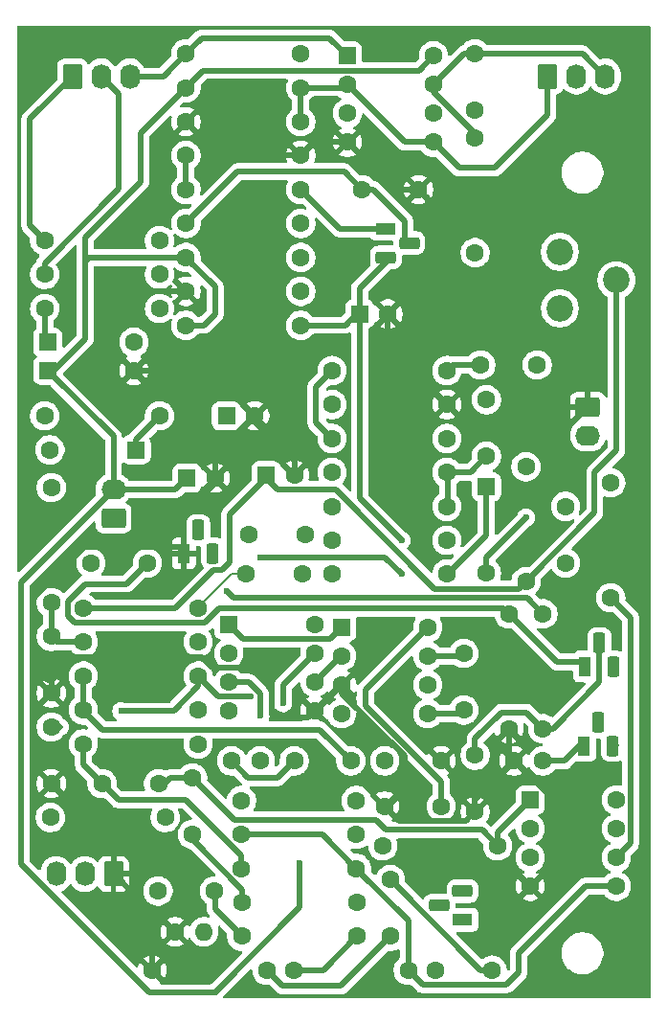
<source format=gbr>
%TF.GenerationSoftware,KiCad,Pcbnew,9.0.0*%
%TF.CreationDate,2025-09-04T18:21:01+01:00*%
%TF.ProjectId,BossCE2,426f7373-4345-4322-9e6b-696361645f70,V1.1*%
%TF.SameCoordinates,Original*%
%TF.FileFunction,Copper,L2,Bot*%
%TF.FilePolarity,Positive*%
%FSLAX46Y46*%
G04 Gerber Fmt 4.6, Leading zero omitted, Abs format (unit mm)*
G04 Created by KiCad (PCBNEW 9.0.0) date 2025-09-04 18:21:01*
%MOMM*%
%LPD*%
G01*
G04 APERTURE LIST*
G04 Aperture macros list*
%AMRoundRect*
0 Rectangle with rounded corners*
0 $1 Rounding radius*
0 $2 $3 $4 $5 $6 $7 $8 $9 X,Y pos of 4 corners*
0 Add a 4 corners polygon primitive as box body*
4,1,4,$2,$3,$4,$5,$6,$7,$8,$9,$2,$3,0*
0 Add four circle primitives for the rounded corners*
1,1,$1+$1,$2,$3*
1,1,$1+$1,$4,$5*
1,1,$1+$1,$6,$7*
1,1,$1+$1,$8,$9*
0 Add four rect primitives between the rounded corners*
20,1,$1+$1,$2,$3,$4,$5,0*
20,1,$1+$1,$4,$5,$6,$7,0*
20,1,$1+$1,$6,$7,$8,$9,0*
20,1,$1+$1,$8,$9,$2,$3,0*%
G04 Aperture macros list end*
%TA.AperFunction,ComponentPad*%
%ADD10C,1.600000*%
%TD*%
%TA.AperFunction,ComponentPad*%
%ADD11O,1.600000X1.600000*%
%TD*%
%TA.AperFunction,ComponentPad*%
%ADD12R,1.800000X1.100000*%
%TD*%
%TA.AperFunction,ComponentPad*%
%ADD13RoundRect,0.275000X0.625000X-0.275000X0.625000X0.275000X-0.625000X0.275000X-0.625000X-0.275000X0*%
%TD*%
%TA.AperFunction,ComponentPad*%
%ADD14RoundRect,0.250000X-0.550000X-0.550000X0.550000X-0.550000X0.550000X0.550000X-0.550000X0.550000X0*%
%TD*%
%TA.AperFunction,ComponentPad*%
%ADD15RoundRect,0.250000X0.550000X0.550000X-0.550000X0.550000X-0.550000X-0.550000X0.550000X-0.550000X0*%
%TD*%
%TA.AperFunction,ComponentPad*%
%ADD16C,2.340000*%
%TD*%
%TA.AperFunction,ComponentPad*%
%ADD17RoundRect,0.250000X-0.550000X0.550000X-0.550000X-0.550000X0.550000X-0.550000X0.550000X0.550000X0*%
%TD*%
%TA.AperFunction,ComponentPad*%
%ADD18R,1.100000X1.800000*%
%TD*%
%TA.AperFunction,ComponentPad*%
%ADD19RoundRect,0.275000X-0.275000X-0.625000X0.275000X-0.625000X0.275000X0.625000X-0.275000X0.625000X0*%
%TD*%
%TA.AperFunction,ComponentPad*%
%ADD20RoundRect,0.275000X-0.625000X0.275000X-0.625000X-0.275000X0.625000X-0.275000X0.625000X0.275000X0*%
%TD*%
%TA.AperFunction,ComponentPad*%
%ADD21RoundRect,0.250000X0.845000X-0.620000X0.845000X0.620000X-0.845000X0.620000X-0.845000X-0.620000X0*%
%TD*%
%TA.AperFunction,ComponentPad*%
%ADD22O,2.190000X1.740000*%
%TD*%
%TA.AperFunction,ComponentPad*%
%ADD23RoundRect,0.250000X-0.620000X-0.845000X0.620000X-0.845000X0.620000X0.845000X-0.620000X0.845000X0*%
%TD*%
%TA.AperFunction,ComponentPad*%
%ADD24O,1.740000X2.190000*%
%TD*%
%TA.AperFunction,ComponentPad*%
%ADD25RoundRect,0.250000X-0.845000X0.620000X-0.845000X-0.620000X0.845000X-0.620000X0.845000X0.620000X0*%
%TD*%
%TA.AperFunction,ComponentPad*%
%ADD26RoundRect,0.250000X0.620000X0.845000X-0.620000X0.845000X-0.620000X-0.845000X0.620000X-0.845000X0*%
%TD*%
%TA.AperFunction,ViaPad*%
%ADD27C,0.600000*%
%TD*%
%TA.AperFunction,Conductor*%
%ADD28C,0.500000*%
%TD*%
%TA.AperFunction,Conductor*%
%ADD29C,0.200000*%
%TD*%
G04 APERTURE END LIST*
D10*
%TO.P,R12,1*%
%TO.N,GND*%
X77455000Y-109000000D03*
%TO.P,R12,2*%
%TO.N,Net-(Q2-E)*%
X79995000Y-109000000D03*
%TD*%
%TO.P,Rin1,1*%
%TO.N,GND*%
X47460000Y-124100000D03*
D11*
%TO.P,Rin1,2*%
%TO.N,Net-(J1-Pin_3)*%
X50000000Y-124100000D03*
%TD*%
D12*
%TO.P,Q1,1,E*%
%TO.N,Net-(Q1-E)*%
X72900000Y-123040000D03*
D13*
%TO.P,Q1,2,B*%
%TO.N,Net-(Q1-B)*%
X70830000Y-121770000D03*
%TO.P,Q1,3,C*%
%TO.N,+9V*%
X72900000Y-120500000D03*
%TD*%
D10*
%TO.P,C16,1*%
%TO.N,Net-(U1B--)*%
X59000000Y-89000000D03*
%TO.P,C16,2*%
%TO.N,Net-(C16-Pad2)*%
X54000000Y-89000000D03*
%TD*%
%TO.P,C13,1*%
%TO.N,Net-(Q3-B)*%
X74000000Y-108500000D03*
%TO.P,C13,2*%
%TO.N,GND*%
X74000000Y-113500000D03*
%TD*%
%TO.P,C19,1*%
%TO.N,Net-(U2B--)*%
X74000000Y-51500000D03*
%TO.P,C19,2*%
%TO.N,Net-(J5-Pin_3)*%
X74000000Y-46500000D03*
%TD*%
%TO.P,R20,1*%
%TO.N,Net-(C14-Pad2)*%
X78500000Y-83000000D03*
%TO.P,R20,2*%
%TO.N,+4.5V*%
X78500000Y-93160000D03*
%TD*%
%TO.P,R21,1*%
%TO.N,Net-(C4-Pad2)*%
X61340000Y-86500000D03*
%TO.P,R21,2*%
%TO.N,Net-(U1B--)*%
X71500000Y-86500000D03*
%TD*%
%TO.P,R38,1*%
%TO.N,+9VA*%
X46080000Y-69000000D03*
%TO.P,R38,2*%
%TO.N,Net-(D1-K)*%
X35920000Y-69000000D03*
%TD*%
%TO.P,R17,1*%
%TO.N,Net-(C11-Pad1)*%
X36500000Y-95000000D03*
%TO.P,R17,2*%
%TO.N,Net-(C12-Pad1)*%
X36500000Y-84840000D03*
%TD*%
%TO.P,R4,1*%
%TO.N,Net-(U1A--)*%
X36420000Y-114000000D03*
%TO.P,R4,2*%
%TO.N,Net-(C2-Pad2)*%
X46580000Y-114000000D03*
%TD*%
%TO.P,R1,1*%
%TO.N,Net-(C1-Pad2)*%
X53350000Y-124500000D03*
%TO.P,R1,2*%
%TO.N,Net-(Q1-B)*%
X63510000Y-124500000D03*
%TD*%
D14*
%TO.P,C20,1*%
%TO.N,Net-(J5-Pin_1)*%
X52000000Y-78500000D03*
D10*
%TO.P,C20,2*%
%TO.N,GND*%
X54500000Y-78500000D03*
%TD*%
%TO.P,R13,1*%
%TO.N,Net-(Q2-E)*%
X52460000Y-109000000D03*
%TO.P,R13,2*%
%TO.N,Net-(U3-IN)*%
X55000000Y-109000000D03*
%TD*%
%TO.P,R6,1*%
%TO.N,Net-(C4-Pad2)*%
X76000000Y-116500000D03*
%TO.P,R6,2*%
%TO.N,Net-(U1A--)*%
X65840000Y-116500000D03*
%TD*%
%TO.P,R14,1*%
%TO.N,+9V*%
X63500000Y-112500000D03*
%TO.P,R14,2*%
%TO.N,Net-(U3-OUT1)*%
X53340000Y-112500000D03*
%TD*%
%TO.P,R22,1*%
%TO.N,Net-(C14-Pad2)*%
X86000000Y-84420000D03*
%TO.P,R22,2*%
%TO.N,Net-(U1B--)*%
X86000000Y-94580000D03*
%TD*%
%TO.P,R15,1*%
%TO.N,Net-(C10-Pad1)*%
X49500000Y-95500000D03*
%TO.P,R15,2*%
%TO.N,+4.5V*%
X39340000Y-95500000D03*
%TD*%
%TO.P,R52,1*%
%TO.N,+9V*%
X48420000Y-70500000D03*
%TO.P,R52,2*%
%TO.N,+9VA*%
X58580000Y-70500000D03*
%TD*%
%TO.P,R26,1*%
%TO.N,Net-(J2-Pin_2)*%
X61340000Y-77500000D03*
%TO.P,R26,2*%
%TO.N,GND*%
X71500000Y-77500000D03*
%TD*%
D15*
%TO.P,D5,1,K*%
%TO.N,Net-(D5-K)*%
X44000000Y-81500000D03*
D10*
%TO.P,D5,2,A*%
%TO.N,Net-(D5-A)*%
X36380000Y-81500000D03*
%TD*%
%TO.P,C15,1*%
%TO.N,Net-(U1B--)*%
X75000000Y-82080000D03*
%TO.P,C15,2*%
%TO.N,Net-(C15-Pad2)*%
X75000000Y-77080000D03*
%TD*%
%TO.P,C5,1*%
%TO.N,Net-(C4-Pad2)*%
X46000000Y-111000000D03*
%TO.P,C5,2*%
%TO.N,Net-(C5-Pad2)*%
X41000000Y-111000000D03*
%TD*%
%TO.P,C12,1*%
%TO.N,Net-(C12-Pad1)*%
X40000000Y-91500000D03*
%TO.P,C12,2*%
%TO.N,Net-(Q3-E)*%
X45000000Y-91500000D03*
%TD*%
%TO.P,R29,1*%
%TO.N,Net-(U2A-+)*%
X74000000Y-64080000D03*
%TO.P,R29,2*%
%TO.N,Net-(J5-Pin_3)*%
X74000000Y-53920000D03*
%TD*%
%TO.P,R31,1*%
%TO.N,Net-(J4-Pin_1)*%
X35920000Y-63000000D03*
%TO.P,R31,2*%
%TO.N,Net-(J5-Pin_1)*%
X46080000Y-63000000D03*
%TD*%
D14*
%TO.P,D7,1,K*%
%TO.N,+9V*%
X36190000Y-74500000D03*
D10*
%TO.P,D7,2,A*%
%TO.N,GND*%
X43810000Y-74500000D03*
%TD*%
%TO.P,C14,1*%
%TO.N,Net-(Q3-E)*%
X82000000Y-91500000D03*
%TO.P,C14,2*%
%TO.N,Net-(C14-Pad2)*%
X82000000Y-86500000D03*
%TD*%
%TO.P,R10,1*%
%TO.N,Net-(C6-Pad2)*%
X49500000Y-104500000D03*
%TO.P,R10,2*%
%TO.N,Net-(C7-Pad2)*%
X39340000Y-104500000D03*
%TD*%
%TO.P,C22,1*%
%TO.N,Net-(D1-K)*%
X73000000Y-99500000D03*
%TO.P,C22,2*%
%TO.N,Net-(U4-OX3)*%
X73000000Y-104500000D03*
%TD*%
D16*
%TO.P,RV1,1,1*%
%TO.N,Net-(R27-Pad2)*%
X81500000Y-69000000D03*
%TO.P,RV1,2,2*%
%TO.N,+4.5V*%
X86500000Y-66500000D03*
%TO.P,RV1,3,3*%
%TO.N,Net-(R28-Pad1)*%
X81500000Y-64000000D03*
%TD*%
D14*
%TO.P,C30,1*%
%TO.N,+9VA*%
X63794888Y-69500000D03*
D10*
%TO.P,C30,2*%
%TO.N,GND*%
X66294888Y-69500000D03*
%TD*%
%TO.P,C7,1*%
%TO.N,Net-(Q2-E)*%
X58000000Y-109000000D03*
%TO.P,C7,2*%
%TO.N,Net-(C7-Pad2)*%
X63000000Y-109000000D03*
%TD*%
%TO.P,R7,1*%
%TO.N,Net-(U1A-+)*%
X63500000Y-115500000D03*
%TO.P,R7,2*%
%TO.N,+4.5V*%
X53340000Y-115500000D03*
%TD*%
D17*
%TO.P,D2,1,K*%
%TO.N,Net-(D2-K)*%
X75000000Y-84770000D03*
D10*
%TO.P,D2,2,A*%
%TO.N,Net-(D1-K)*%
X75000000Y-92390000D03*
%TD*%
%TO.P,R8,1*%
%TO.N,Net-(C5-Pad2)*%
X53340000Y-118500000D03*
%TO.P,R8,2*%
%TO.N,+4.5V*%
X63500000Y-118500000D03*
%TD*%
%TO.P,RF1,1*%
%TO.N,+9V*%
X48420000Y-49500000D03*
%TO.P,RF1,2*%
%TO.N,Net-(J5-Pin_1)*%
X58580000Y-49500000D03*
%TD*%
%TO.P,R23,1*%
%TO.N,Net-(C15-Pad2)*%
X71500000Y-80500000D03*
%TO.P,R23,2*%
%TO.N,Net-(C16-Pad2)*%
X61340000Y-80500000D03*
%TD*%
%TO.P,R37,1*%
%TO.N,Net-(D1-A)*%
X48420000Y-55500000D03*
%TO.P,R37,2*%
%TO.N,GND*%
X58580000Y-55500000D03*
%TD*%
%TO.P,C11,1*%
%TO.N,Net-(C11-Pad1)*%
X36500000Y-98000000D03*
%TO.P,C11,2*%
%TO.N,GND*%
X36500000Y-103000000D03*
%TD*%
%TO.P,R11,1*%
%TO.N,Net-(C7-Pad2)*%
X39340000Y-101500000D03*
%TO.P,R11,2*%
%TO.N,Net-(Q2-B)*%
X49500000Y-101500000D03*
%TD*%
%TO.P,R40,1*%
%TO.N,+9VA*%
X61350000Y-92500000D03*
%TO.P,R40,2*%
%TO.N,Net-(D2-K)*%
X71510000Y-92500000D03*
%TD*%
D18*
%TO.P,Q5,1,E*%
%TO.N,GND*%
X48230000Y-90670000D03*
D19*
%TO.P,Q5,2,B*%
%TO.N,Net-(Q5-B)*%
X49500000Y-88600000D03*
%TO.P,Q5,3,C*%
%TO.N,Net-(D2-K)*%
X50770000Y-90670000D03*
%TD*%
D10*
%TO.P,R28,1*%
%TO.N,Net-(R28-Pad1)*%
X58580000Y-67500000D03*
%TO.P,R28,2*%
%TO.N,GND*%
X48420000Y-67500000D03*
%TD*%
%TO.P,R32,1*%
%TO.N,Net-(J4-Pin_2)*%
X35920000Y-66000000D03*
%TO.P,R32,2*%
%TO.N,Net-(U2B--)*%
X46080000Y-66000000D03*
%TD*%
D14*
%TO.P,U3,1,GND*%
%TO.N,+9VA*%
X52195000Y-96960000D03*
D10*
%TO.P,U3,2,CP1*%
%TO.N,Net-(U3-CP1)*%
X52195000Y-99500000D03*
%TO.P,U3,3,IN*%
%TO.N,Net-(U3-IN)*%
X52195000Y-102040000D03*
%TO.P,U3,4,VGG*%
%TO.N,Net-(U3-VGG)*%
X52195000Y-104580000D03*
%TO.P,U3,5,VDD*%
%TO.N,GND*%
X59815000Y-104580000D03*
%TO.P,U3,6,CP2*%
%TO.N,Net-(U3-CP2)*%
X59815000Y-102040000D03*
%TO.P,U3,7,OUT1*%
%TO.N,Net-(U3-OUT1)*%
X59815000Y-99500000D03*
%TO.P,U3,8,OUT2*%
X59815000Y-96960000D03*
%TD*%
%TO.P,R3,1*%
%TO.N,GND*%
X45420000Y-127500000D03*
%TO.P,R3,2*%
%TO.N,Net-(Q1-E)*%
X55580000Y-127500000D03*
%TD*%
%TO.P,R53,1*%
%TO.N,Net-(D5-K)*%
X46080000Y-78500000D03*
%TO.P,R53,2*%
%TO.N,Net-(J3-Pin_1)*%
X35920000Y-78500000D03*
%TD*%
D14*
%TO.P,D1,1,K*%
%TO.N,Net-(D1-K)*%
X36190000Y-72000000D03*
D10*
%TO.P,D1,2,A*%
%TO.N,Net-(D1-A)*%
X43810000Y-72000000D03*
%TD*%
%TO.P,C2,1*%
%TO.N,Net-(Q1-E)*%
X66500000Y-124500000D03*
%TO.P,C2,2*%
%TO.N,Net-(C2-Pad2)*%
X66500000Y-119500000D03*
%TD*%
D14*
%TO.P,U2,1*%
%TO.N,Net-(J4-Pin_3)*%
X62695000Y-46690000D03*
D10*
%TO.P,U2,2,-*%
%TO.N,Net-(J5-Pin_1)*%
X62695000Y-49230000D03*
%TO.P,U2,3,+*%
%TO.N,Net-(U2A-+)*%
X62695000Y-51770000D03*
%TO.P,U2,4,V-*%
%TO.N,GND*%
X62695000Y-54310000D03*
%TO.P,U2,5,+*%
%TO.N,Net-(J5-Pin_1)*%
X70315000Y-54310000D03*
%TO.P,U2,6,-*%
%TO.N,Net-(U2B--)*%
X70315000Y-51770000D03*
%TO.P,U2,7*%
%TO.N,Net-(J5-Pin_3)*%
X70315000Y-49230000D03*
%TO.P,U2,8,V+*%
%TO.N,+9V*%
X70315000Y-46690000D03*
%TD*%
%TO.P,R18,1*%
%TO.N,Net-(C12-Pad1)*%
X80000000Y-96000000D03*
%TO.P,R18,2*%
%TO.N,Net-(Q3-B)*%
X80000000Y-106160000D03*
%TD*%
%TO.P,C17,1*%
%TO.N,Net-(C17-Pad1)*%
X74500000Y-74000000D03*
%TO.P,C17,2*%
%TO.N,Net-(J2-Pin_2)*%
X79500000Y-74000000D03*
%TD*%
%TO.P,R2,1*%
%TO.N,Net-(Q1-B)*%
X57920000Y-127500000D03*
%TO.P,R2,2*%
%TO.N,+4.5V*%
X68080000Y-127500000D03*
%TD*%
%TO.P,R24,1*%
%TO.N,Net-(U1B--)*%
X71500000Y-83500000D03*
%TO.P,R24,2*%
%TO.N,Net-(C16-Pad2)*%
X61340000Y-83500000D03*
%TD*%
%TO.P,R25,1*%
%TO.N,Net-(C16-Pad2)*%
X61340000Y-74500000D03*
%TO.P,R25,2*%
%TO.N,Net-(C17-Pad1)*%
X71500000Y-74500000D03*
%TD*%
%TO.P,C9,1*%
%TO.N,GND*%
X66000000Y-113000000D03*
%TO.P,C9,2*%
%TO.N,Net-(U3-VGG)*%
X71000000Y-113000000D03*
%TD*%
%TO.P,C3,1*%
%TO.N,Net-(C2-Pad2)*%
X75500000Y-127500000D03*
%TO.P,C3,2*%
%TO.N,Net-(C3-Pad2)*%
X70500000Y-127500000D03*
%TD*%
%TO.P,C4,1*%
%TO.N,Net-(U1A--)*%
X49000000Y-115500000D03*
%TO.P,C4,2*%
%TO.N,Net-(C4-Pad2)*%
X49000000Y-110500000D03*
%TD*%
%TO.P,C10,1*%
%TO.N,Net-(C10-Pad1)*%
X53750000Y-92500000D03*
%TO.P,C10,2*%
%TO.N,Net-(U3-OUT1)*%
X58750000Y-92500000D03*
%TD*%
%TO.P,R27,1*%
%TO.N,+9V*%
X48420000Y-64500000D03*
%TO.P,R27,2*%
%TO.N,Net-(R27-Pad2)*%
X58580000Y-64500000D03*
%TD*%
%TO.P,R16,1*%
%TO.N,Net-(C10-Pad1)*%
X49500000Y-98500000D03*
%TO.P,R16,2*%
%TO.N,Net-(C11-Pad1)*%
X39340000Y-98500000D03*
%TD*%
%TO.P,C21,1*%
%TO.N,Net-(Q4-B)*%
X64000000Y-58500000D03*
%TO.P,C21,2*%
%TO.N,GND*%
X69000000Y-58500000D03*
%TD*%
D14*
%TO.P,C18,1*%
%TO.N,+4.5V*%
X55519888Y-83750000D03*
D10*
%TO.P,C18,2*%
%TO.N,GND*%
X58019888Y-83750000D03*
%TD*%
D18*
%TO.P,Q3,1,E*%
%TO.N,Net-(Q3-E)*%
X83730000Y-100670000D03*
D19*
%TO.P,Q3,2,B*%
%TO.N,Net-(Q3-B)*%
X85000000Y-98600000D03*
%TO.P,Q3,3,C*%
%TO.N,+9V*%
X86270000Y-100670000D03*
%TD*%
D18*
%TO.P,Q2,1,E*%
%TO.N,Net-(Q2-E)*%
X83645000Y-107670000D03*
D19*
%TO.P,Q2,2,B*%
%TO.N,Net-(Q2-B)*%
X84915000Y-105600000D03*
%TO.P,Q2,3,C*%
%TO.N,+9V*%
X86185000Y-107670000D03*
%TD*%
D12*
%TO.P,Q4,1,E*%
%TO.N,Net-(Q4-E)*%
X66100000Y-61960000D03*
D20*
%TO.P,Q4,2,B*%
%TO.N,Net-(Q4-B)*%
X68170000Y-63230000D03*
%TO.P,Q4,3,C*%
%TO.N,+9VA*%
X66100000Y-64500000D03*
%TD*%
D10*
%TO.P,R36,1*%
%TO.N,Net-(Q4-E)*%
X58580000Y-58500000D03*
%TO.P,R36,2*%
%TO.N,Net-(D1-A)*%
X48420000Y-58500000D03*
%TD*%
%TO.P,R39,1*%
%TO.N,Net-(U4-OX3)*%
X71500000Y-89500000D03*
%TO.P,R39,2*%
%TO.N,Net-(Q5-B)*%
X61340000Y-89500000D03*
%TD*%
%TO.P,R30,1*%
%TO.N,Net-(U2A-+)*%
X58580000Y-46500000D03*
%TO.P,R30,2*%
%TO.N,Net-(J4-Pin_3)*%
X48420000Y-46500000D03*
%TD*%
%TO.P,R19,1*%
%TO.N,Net-(Q3-E)*%
X77000000Y-96000000D03*
%TO.P,R19,2*%
%TO.N,GND*%
X77000000Y-106160000D03*
%TD*%
%TO.P,R35,1*%
%TO.N,Net-(J5-Pin_2)*%
X58580000Y-61500000D03*
%TO.P,R35,2*%
%TO.N,Net-(Q4-B)*%
X48420000Y-61500000D03*
%TD*%
D21*
%TO.P,J3,1,Pin_1*%
%TO.N,Net-(J3-Pin_1)*%
X42000000Y-87540000D03*
D22*
%TO.P,J3,2,Pin_2*%
%TO.N,+9V*%
X42000000Y-85000000D03*
%TD*%
D23*
%TO.P,J5,1,Pin_1*%
%TO.N,Net-(J5-Pin_1)*%
X80420000Y-48500000D03*
D24*
%TO.P,J5,2,Pin_2*%
%TO.N,Net-(J5-Pin_2)*%
X82960000Y-48500000D03*
%TO.P,J5,3,Pin_3*%
%TO.N,Net-(J5-Pin_3)*%
X85500000Y-48500000D03*
%TD*%
D10*
%TO.P,R9,1*%
%TO.N,Net-(C5-Pad2)*%
X39340000Y-107500000D03*
%TO.P,R9,2*%
%TO.N,Net-(C6-Pad2)*%
X49500000Y-107500000D03*
%TD*%
D14*
%TO.P,C29,1*%
%TO.N,+9V*%
X48500000Y-84000000D03*
D10*
%TO.P,C29,2*%
%TO.N,GND*%
X51000000Y-84000000D03*
%TD*%
%TO.P,RF2,1*%
%TO.N,Net-(J5-Pin_1)*%
X58580000Y-52500000D03*
%TO.P,RF2,2*%
%TO.N,GND*%
X48420000Y-52500000D03*
%TD*%
%TO.P,C1,1*%
%TO.N,Net-(J1-Pin_3)*%
X45950000Y-120500000D03*
%TO.P,C1,2*%
%TO.N,Net-(C1-Pad2)*%
X50950000Y-120500000D03*
%TD*%
D25*
%TO.P,J2,1,Pin_1*%
%TO.N,GND*%
X83980000Y-77725000D03*
D22*
%TO.P,J2,2,Pin_2*%
%TO.N,Net-(J2-Pin_2)*%
X83980000Y-80265000D03*
%TD*%
D14*
%TO.P,U1,1*%
%TO.N,Net-(C4-Pad2)*%
X78880000Y-112460000D03*
D10*
%TO.P,U1,2,-*%
%TO.N,Net-(U1A--)*%
X78880000Y-115000000D03*
%TO.P,U1,3,+*%
%TO.N,Net-(U1A-+)*%
X78880000Y-117540000D03*
%TO.P,U1,4,V-*%
%TO.N,GND*%
X78880000Y-120080000D03*
%TO.P,U1,5,+*%
%TO.N,+4.5V*%
X86500000Y-120080000D03*
%TO.P,U1,6,-*%
%TO.N,Net-(U1B--)*%
X86500000Y-117540000D03*
%TO.P,U1,7*%
%TO.N,Net-(C16-Pad2)*%
X86500000Y-115000000D03*
%TO.P,U1,8,V+*%
%TO.N,+9V*%
X86500000Y-112460000D03*
%TD*%
D26*
%TO.P,J1,1,Pin_1*%
%TO.N,GND*%
X42000000Y-119000000D03*
D24*
%TO.P,J1,2,Pin_2*%
%TO.N,Net-(D5-A)*%
X39460000Y-119000000D03*
%TO.P,J1,3,Pin_3*%
%TO.N,Net-(J1-Pin_3)*%
X36920000Y-119000000D03*
%TD*%
D14*
%TO.P,U4,1,GND*%
%TO.N,+9VA*%
X62195000Y-97190000D03*
D10*
%TO.P,U4,2,CP1*%
%TO.N,Net-(U3-CP2)*%
X62195000Y-99730000D03*
%TO.P,U4,3,VDD*%
%TO.N,GND*%
X62195000Y-102270000D03*
%TO.P,U4,4,CP2*%
%TO.N,Net-(U3-CP1)*%
X62195000Y-104810000D03*
%TO.P,U4,5,OX3*%
%TO.N,Net-(U4-OX3)*%
X69815000Y-104810000D03*
%TO.P,U4,6,OX2*%
%TO.N,unconnected-(U4-OX2-Pad6)*%
X69815000Y-102270000D03*
%TO.P,U4,7,OX1*%
%TO.N,Net-(D1-K)*%
X69815000Y-99730000D03*
%TO.P,U4,8,VGG_OUT*%
%TO.N,Net-(U3-VGG)*%
X69815000Y-97190000D03*
%TD*%
D23*
%TO.P,J4,1,Pin_1*%
%TO.N,Net-(J4-Pin_1)*%
X38380000Y-48500000D03*
D24*
%TO.P,J4,2,Pin_2*%
%TO.N,Net-(J4-Pin_2)*%
X40920000Y-48500000D03*
%TO.P,J4,3,Pin_3*%
%TO.N,Net-(J4-Pin_3)*%
X43460000Y-48500000D03*
%TD*%
D10*
%TO.P,C8,1*%
%TO.N,GND*%
X36500000Y-111000000D03*
%TO.P,C8,2*%
%TO.N,Net-(Q2-B)*%
X36500000Y-106000000D03*
%TD*%
%TO.P,R5,1*%
%TO.N,Net-(U1A--)*%
X53350000Y-121500000D03*
%TO.P,R5,2*%
%TO.N,Net-(C3-Pad2)*%
X63510000Y-121500000D03*
%TD*%
%TO.P,C6,1*%
%TO.N,GND*%
X71000000Y-109000000D03*
%TO.P,C6,2*%
%TO.N,Net-(C6-Pad2)*%
X66000000Y-109000000D03*
%TD*%
D27*
%TO.N,Net-(Q2-B)*%
X42690000Y-104610000D03*
X54169169Y-103309831D03*
%TO.N,Net-(U3-VGG)*%
X64300000Y-103450000D03*
%TO.N,Net-(U3-OUT1)*%
X57000000Y-103899000D03*
%TO.N,Net-(C12-Pad1)*%
X52000000Y-94000000D03*
%TO.N,Net-(D1-K)*%
X78500000Y-87500000D03*
%TO.N,+9V*%
X51005943Y-129435943D03*
X58500000Y-118000000D03*
%TO.N,+9VA*%
X67500000Y-89500000D03*
%TO.N,Net-(D2-K)*%
X55000000Y-91000000D03*
X67500000Y-92500000D03*
%TO.N,Net-(U3-IN)*%
X55000000Y-105000000D03*
%TD*%
D28*
%TO.N,Net-(C1-Pad2)*%
X51000000Y-122080000D02*
X51000000Y-120500000D01*
X53420000Y-124500000D02*
X51000000Y-122080000D01*
%TO.N,Net-(C2-Pad2)*%
X66500000Y-119500000D02*
X74500000Y-127500000D01*
X74500000Y-127500000D02*
X75500000Y-127500000D01*
%TO.N,Net-(Q1-E)*%
X56980000Y-128900000D02*
X62100000Y-128900000D01*
X55580000Y-127500000D02*
X56980000Y-128900000D01*
X62100000Y-128900000D02*
X66500000Y-124500000D01*
%TO.N,Net-(C4-Pad2)*%
X76000000Y-115340000D02*
X76000000Y-116500000D01*
X46500000Y-111000000D02*
X47000000Y-110500000D01*
X46000000Y-111000000D02*
X46500000Y-111000000D01*
X74600000Y-115100000D02*
X66100000Y-115100000D01*
X76000000Y-116500000D02*
X74600000Y-115100000D01*
X76000000Y-115340000D02*
X78880000Y-112460000D01*
X65220000Y-114220000D02*
X52720000Y-114220000D01*
X66100000Y-115100000D02*
X65220000Y-114220000D01*
X47000000Y-110500000D02*
X49000000Y-110500000D01*
X52720000Y-114220000D02*
X49000000Y-110500000D01*
%TO.N,Net-(C5-Pad2)*%
X53340000Y-118500000D02*
X53340000Y-117368630D01*
X39340000Y-107500000D02*
X39340000Y-109340000D01*
X42430000Y-112430000D02*
X41000000Y-111000000D01*
X53340000Y-117368630D02*
X48401370Y-112430000D01*
X39340000Y-109340000D02*
X41000000Y-111000000D01*
X48401370Y-112430000D02*
X42430000Y-112430000D01*
%TO.N,GND*%
X34860000Y-94650000D02*
X39430000Y-90080000D01*
X51000000Y-84000000D02*
X51000000Y-80200000D01*
X58000000Y-82500000D02*
X58000000Y-84000000D01*
X51000000Y-82000000D02*
X54500000Y-78500000D01*
X71500000Y-77500000D02*
X73500000Y-79500000D01*
X45780000Y-122420000D02*
X47460000Y-124100000D01*
X69000000Y-58500000D02*
X66885000Y-58500000D01*
X45420000Y-127500000D02*
X45420000Y-122420000D01*
X56000000Y-104880000D02*
X56310000Y-105190000D01*
X59815000Y-104580000D02*
X62125000Y-102270000D01*
X80870000Y-118090000D02*
X78880000Y-120080000D01*
X59815000Y-104580000D02*
X59580000Y-104580000D01*
X43810000Y-74500000D02*
X41600000Y-72290000D01*
X41600000Y-69700000D02*
X43800000Y-67500000D01*
X69799999Y-65994889D02*
X66294888Y-69500000D01*
X51000000Y-80200000D02*
X45300000Y-74500000D01*
X42000000Y-119000000D02*
X42000000Y-116500000D01*
X66294888Y-72294888D02*
X71500000Y-77500000D01*
X43800000Y-67500000D02*
X48420000Y-67500000D01*
X67750000Y-111500000D02*
X66250000Y-113000000D01*
X62195000Y-102270000D02*
X62195000Y-103025000D01*
X77000000Y-108545000D02*
X77455000Y-109000000D01*
X81900000Y-118090000D02*
X80870000Y-118090000D01*
X45420000Y-122420000D02*
X45780000Y-122420000D01*
X77518292Y-109000000D02*
X81900000Y-113381708D01*
X51420000Y-55500000D02*
X48420000Y-52500000D01*
X56000000Y-102575000D02*
X56000000Y-104880000D01*
X69799999Y-59299999D02*
X69799999Y-65994889D01*
X51000000Y-84400000D02*
X51000000Y-84000000D01*
X41600000Y-72290000D02*
X41600000Y-69700000D01*
X77455000Y-109000000D02*
X74000000Y-112455000D01*
X36500000Y-101868630D02*
X38568630Y-99800000D01*
X51000000Y-84000000D02*
X51000000Y-82000000D01*
X56310000Y-105190000D02*
X59205000Y-105190000D01*
X62195000Y-103025000D02*
X67750000Y-108580000D01*
X59205000Y-105190000D02*
X59815000Y-104580000D01*
X34860000Y-100539000D02*
X34860000Y-94650000D01*
X42000000Y-116500000D02*
X36500000Y-111000000D01*
X82205000Y-79500000D02*
X83980000Y-77725000D01*
X49800000Y-99800000D02*
X50775000Y-100775000D01*
X74000000Y-113500000D02*
X73200001Y-114299999D01*
X45300000Y-74500000D02*
X43810000Y-74500000D01*
X66294888Y-69500000D02*
X66294888Y-72294888D01*
X67299999Y-114299999D02*
X66000000Y-113000000D01*
X45420000Y-122420000D02*
X42000000Y-119000000D01*
X38568630Y-99800000D02*
X49800000Y-99800000D01*
X34940000Y-104560000D02*
X36500000Y-103000000D01*
X59580000Y-104580000D02*
X59500000Y-104500000D01*
X36500000Y-103000000D02*
X36500000Y-101868630D01*
X66885000Y-58500000D02*
X62695000Y-54310000D01*
X48230000Y-87170000D02*
X51000000Y-84400000D01*
X81900000Y-113381708D02*
X81900000Y-118090000D01*
X54500000Y-78500000D02*
X54500000Y-79000000D01*
X67750000Y-108580000D02*
X67750000Y-111500000D01*
X73200001Y-114299999D02*
X67299999Y-114299999D01*
X39430000Y-90080000D02*
X48040000Y-90080000D01*
X36189630Y-101868630D02*
X34860000Y-100539000D01*
X34940000Y-109440000D02*
X34940000Y-104560000D01*
X74000000Y-112455000D02*
X74000000Y-113500000D01*
X62125000Y-102270000D02*
X62195000Y-102270000D01*
X74000000Y-113500000D02*
X74000000Y-112000000D01*
X77455000Y-109000000D02*
X77518292Y-109000000D01*
X48230000Y-90270000D02*
X48230000Y-87170000D01*
X50775000Y-100775000D02*
X54200000Y-100775000D01*
X62195000Y-102781943D02*
X62195000Y-102270000D01*
X36500000Y-101868630D02*
X36189630Y-101868630D01*
X60137050Y-104580000D02*
X59815000Y-104580000D01*
X54200000Y-100775000D02*
X56000000Y-102575000D01*
X54500000Y-79000000D02*
X58000000Y-82500000D01*
X73500000Y-79500000D02*
X82205000Y-79500000D01*
X77000000Y-106160000D02*
X77000000Y-108545000D01*
X48040000Y-90080000D02*
X48230000Y-90270000D01*
X66250000Y-113000000D02*
X66000000Y-113000000D01*
X69000000Y-58500000D02*
X69799999Y-59299999D01*
X62695000Y-54310000D02*
X59770000Y-54310000D01*
X36500000Y-111000000D02*
X34940000Y-109440000D01*
X59770000Y-54310000D02*
X58580000Y-55500000D01*
X74000000Y-112000000D02*
X71000000Y-109000000D01*
X58580000Y-55500000D02*
X51420000Y-55500000D01*
%TO.N,Net-(Q2-E)*%
X81915000Y-109000000D02*
X79995000Y-109000000D01*
X56530000Y-110470000D02*
X58000000Y-109000000D01*
X53930000Y-110470000D02*
X56530000Y-110470000D01*
X83645000Y-107270000D02*
X81915000Y-109000000D01*
X52460000Y-109000000D02*
X53930000Y-110470000D01*
%TO.N,Net-(C7-Pad2)*%
X60250000Y-106250000D02*
X41010000Y-106250000D01*
X41010000Y-106250000D02*
X39260000Y-104500000D01*
X63000000Y-109000000D02*
X60250000Y-106250000D01*
X39260000Y-104500000D02*
X39340000Y-104420000D01*
X39340000Y-104420000D02*
X39340000Y-101500000D01*
%TO.N,Net-(Q2-B)*%
X42690000Y-104610000D02*
X47350000Y-104610000D01*
X54169169Y-103309831D02*
X53831169Y-103309831D01*
X47350000Y-104610000D02*
X47350000Y-104530000D01*
X51310000Y-103310000D02*
X49500000Y-101500000D01*
X49500000Y-102380000D02*
X49500000Y-101500000D01*
X53831169Y-103309831D02*
X53831000Y-103310000D01*
X53831000Y-103310000D02*
X51310000Y-103310000D01*
X47350000Y-104530000D02*
X49500000Y-102380000D01*
X36500000Y-106000000D02*
X37300000Y-106000000D01*
%TO.N,Net-(U3-VGG)*%
X71000000Y-110840000D02*
X71000000Y-113000000D01*
X64300000Y-103450000D02*
X64300000Y-102705000D01*
X64300000Y-102705000D02*
X69815000Y-97190000D01*
X64300000Y-103450000D02*
X64300000Y-104140000D01*
X64300000Y-104140000D02*
X71000000Y-110840000D01*
D29*
%TO.N,Net-(C10-Pad1)*%
X52420000Y-92500000D02*
X54000000Y-92500000D01*
X49420000Y-95500000D02*
X52420000Y-92500000D01*
D28*
%TO.N,Net-(U3-OUT1)*%
X57000000Y-102315000D02*
X57000000Y-103899000D01*
X59815000Y-99500000D02*
X57000000Y-102315000D01*
%TO.N,Net-(C11-Pad1)*%
X37000000Y-98500000D02*
X36500000Y-98000000D01*
X36500000Y-98000000D02*
X36500000Y-95000000D01*
X39260000Y-98500000D02*
X37000000Y-98500000D01*
%TO.N,Net-(Q3-E)*%
X37940000Y-94950000D02*
X39530000Y-93360000D01*
X77000000Y-96000000D02*
X76530000Y-95530000D01*
X51370000Y-95530000D02*
X50100000Y-96800000D01*
X50100000Y-96800000D02*
X38550000Y-96800000D01*
X43140000Y-93360000D02*
X45000000Y-91500000D01*
X77500000Y-96000000D02*
X77000000Y-96000000D01*
X38550000Y-96800000D02*
X37940000Y-96190000D01*
X77000000Y-96000000D02*
X81270000Y-100270000D01*
X81270000Y-100270000D02*
X83730000Y-100270000D01*
X76530000Y-95530000D02*
X51370000Y-95530000D01*
X37940000Y-96190000D02*
X37940000Y-94950000D01*
X39530000Y-93360000D02*
X43140000Y-93360000D01*
%TO.N,Net-(C12-Pad1)*%
X52610000Y-94610000D02*
X78610000Y-94610000D01*
X78610000Y-94610000D02*
X80000000Y-96000000D01*
X52000000Y-94000000D02*
X52610000Y-94610000D01*
%TO.N,Net-(Q3-B)*%
X74000000Y-108500000D02*
X74000000Y-107020000D01*
X85000000Y-99000000D02*
X85000000Y-102060000D01*
X85000000Y-102060000D02*
X80900000Y-106160000D01*
X78560000Y-104720000D02*
X80000000Y-106160000D01*
X80900000Y-106160000D02*
X80000000Y-106160000D01*
X76300000Y-104720000D02*
X78560000Y-104720000D01*
X74000000Y-107020000D02*
X76300000Y-104720000D01*
%TO.N,Net-(U1B--)*%
X87750000Y-116290000D02*
X87750000Y-96330000D01*
X71580000Y-83500000D02*
X73580000Y-83500000D01*
X71580000Y-83500000D02*
X71580000Y-86500000D01*
X87750000Y-96330000D02*
X86000000Y-94580000D01*
X86500000Y-117540000D02*
X87750000Y-116290000D01*
X73580000Y-83500000D02*
X75000000Y-82080000D01*
%TO.N,Net-(C16-Pad2)*%
X59923122Y-75916878D02*
X61340000Y-74500000D01*
X61340000Y-80500000D02*
X59923122Y-79083122D01*
X59923122Y-79083122D02*
X59923122Y-75916878D01*
D29*
%TO.N,Net-(C17-Pad1)*%
X72000000Y-74000000D02*
X71500000Y-74500000D01*
D28*
X74500000Y-74000000D02*
X72000000Y-74000000D01*
D29*
X74000000Y-74500000D02*
X74500000Y-74000000D01*
D28*
%TO.N,+4.5V*%
X83770000Y-120080000D02*
X86500000Y-120080000D01*
X76790000Y-128770000D02*
X77850000Y-127710000D01*
X50875000Y-92125000D02*
X47500000Y-95500000D01*
X77885000Y-93775000D02*
X78500000Y-93160000D01*
X47500000Y-95500000D02*
X39340000Y-95500000D01*
X86500000Y-66500000D02*
X86500000Y-81575000D01*
X68080000Y-127500000D02*
X69350000Y-128770000D01*
X55500000Y-84000000D02*
X52300000Y-87200000D01*
X68080000Y-123080000D02*
X68080000Y-127500000D01*
X51625000Y-92125000D02*
X50875000Y-92125000D01*
X70425000Y-93775000D02*
X61675000Y-85025000D01*
X84575000Y-87085000D02*
X78500000Y-93160000D01*
X86500000Y-81575000D02*
X84575000Y-83500000D01*
X53340000Y-115500000D02*
X60500000Y-115500000D01*
X77885000Y-93775000D02*
X70425000Y-93775000D01*
X60500000Y-115500000D02*
X63500000Y-118500000D01*
X63500000Y-118500000D02*
X68080000Y-123080000D01*
X84575000Y-83500000D02*
X84575000Y-87085000D01*
X61675000Y-85025000D02*
X56525000Y-85025000D01*
X77850000Y-127710000D02*
X77850000Y-126000000D01*
X56525000Y-85025000D02*
X55500000Y-84000000D01*
X78059000Y-93601000D02*
X77885000Y-93775000D01*
X52300000Y-91450000D02*
X51625000Y-92125000D01*
X52300000Y-87200000D02*
X52300000Y-91450000D01*
D29*
X78500000Y-93160000D02*
X78059000Y-93601000D01*
D28*
X77850000Y-126000000D02*
X83770000Y-120080000D01*
X69350000Y-128770000D02*
X76790000Y-128770000D01*
%TO.N,Net-(J5-Pin_3)*%
X74000000Y-46500000D02*
X73045000Y-46500000D01*
X70315000Y-49855000D02*
X74000000Y-53540000D01*
X73045000Y-46500000D02*
X70315000Y-49230000D01*
X74000000Y-46500000D02*
X83500000Y-46500000D01*
X74000000Y-53540000D02*
X74000000Y-53920000D01*
X83500000Y-46500000D02*
X85500000Y-48500000D01*
X70315000Y-49230000D02*
X70315000Y-49855000D01*
%TO.N,Net-(J5-Pin_1)*%
X62270000Y-49230000D02*
X62000000Y-49500000D01*
X62695000Y-49230000D02*
X62270000Y-49230000D01*
X67775000Y-54310000D02*
X62695000Y-49230000D01*
X62000000Y-49500000D02*
X58580000Y-49500000D01*
X58580000Y-49500000D02*
X58580000Y-52500000D01*
X80420000Y-51905000D02*
X80420000Y-48500000D01*
X72580000Y-56575000D02*
X75750000Y-56575000D01*
X75750000Y-56575000D02*
X80420000Y-51905000D01*
X70315000Y-54310000D02*
X72580000Y-56575000D01*
X70315000Y-54310000D02*
X67775000Y-54310000D01*
%TO.N,Net-(Q4-B)*%
X67770000Y-63230000D02*
X67770000Y-61270000D01*
X52995000Y-56925000D02*
X48420000Y-61500000D01*
X65000000Y-58500000D02*
X64000000Y-58500000D01*
X62425000Y-56925000D02*
X52995000Y-56925000D01*
X67770000Y-61270000D02*
X65000000Y-58500000D01*
X64000000Y-58500000D02*
X62425000Y-56925000D01*
%TO.N,Net-(U4-OX3)*%
X72690000Y-104810000D02*
X73000000Y-104500000D01*
X69815000Y-104810000D02*
X72690000Y-104810000D01*
%TO.N,Net-(D1-K)*%
X72770000Y-99730000D02*
X73000000Y-99500000D01*
X75000000Y-91000000D02*
X75000000Y-92390000D01*
X35920000Y-69000000D02*
X35920000Y-71730000D01*
X69815000Y-99730000D02*
X72770000Y-99730000D01*
X78500000Y-87500000D02*
X75000000Y-91000000D01*
X35920000Y-71730000D02*
X36190000Y-72000000D01*
%TO.N,+9V*%
X69030000Y-47975000D02*
X70315000Y-46690000D01*
X48420000Y-49500000D02*
X49945000Y-47975000D01*
X50000000Y-70500000D02*
X48420000Y-70500000D01*
X42000000Y-80310000D02*
X36190000Y-74500000D01*
X50941887Y-129500000D02*
X51005943Y-129435943D01*
X42000000Y-85000000D02*
X42000000Y-80310000D01*
X44410000Y-53510000D02*
X48420000Y-49500000D01*
X33800000Y-118100000D02*
X45200000Y-129500000D01*
X86185000Y-100355000D02*
X86270000Y-100270000D01*
X36190000Y-74500000D02*
X36700000Y-74500000D01*
X47500000Y-85000000D02*
X48500000Y-84000000D01*
X63650000Y-112500000D02*
X63500000Y-112500000D01*
X42000000Y-85000000D02*
X33800000Y-93200000D01*
X51005943Y-129435943D02*
X58500000Y-121941887D01*
X58500000Y-121941887D02*
X58500000Y-118000000D01*
X86500000Y-107585000D02*
X86185000Y-107270000D01*
X39500000Y-62740000D02*
X44410000Y-57830000D01*
X36190000Y-74500000D02*
X36190000Y-74310000D01*
X36700000Y-74500000D02*
X39500000Y-71700000D01*
X45200000Y-129500000D02*
X50941887Y-129500000D01*
X49945000Y-47975000D02*
X69030000Y-47975000D01*
X39850000Y-64500000D02*
X41500000Y-64500000D01*
X39500000Y-64850000D02*
X39850000Y-64500000D01*
X41500000Y-64500000D02*
X48420000Y-64500000D01*
X39500000Y-64850000D02*
X39500000Y-62740000D01*
X39500000Y-71700000D02*
X39500000Y-64850000D01*
X33800000Y-93200000D02*
X33800000Y-118100000D01*
X48420000Y-64500000D02*
X51000000Y-67080000D01*
X51000000Y-69500000D02*
X50000000Y-70500000D01*
X42000000Y-85000000D02*
X47500000Y-85000000D01*
X51000000Y-67080000D02*
X51000000Y-69500000D01*
X44410000Y-57830000D02*
X44410000Y-53510000D01*
%TO.N,+9VA*%
X62500000Y-70500000D02*
X58580000Y-70500000D01*
X63794888Y-69500000D02*
X63794888Y-67205112D01*
X61145000Y-98240000D02*
X62195000Y-97190000D01*
X63500000Y-69500000D02*
X62500000Y-70500000D01*
X53475000Y-98240000D02*
X61145000Y-98240000D01*
X63794888Y-67205112D02*
X66500000Y-64500000D01*
X63794888Y-69500000D02*
X63500000Y-69500000D01*
X63794888Y-85794888D02*
X67500000Y-89500000D01*
X63794888Y-69500000D02*
X63794888Y-85794888D01*
X52195000Y-96960000D02*
X53475000Y-98240000D01*
%TO.N,Net-(D1-A)*%
X48420000Y-55500000D02*
X48420000Y-58500000D01*
%TO.N,Net-(D2-K)*%
X55000000Y-91000000D02*
X66000000Y-91000000D01*
X66000000Y-91000000D02*
X67500000Y-92500000D01*
X75000000Y-84770000D02*
X75000000Y-89080000D01*
X75000000Y-89080000D02*
X71580000Y-92500000D01*
%TO.N,Net-(D5-K)*%
X44000000Y-80580000D02*
X46080000Y-78500000D01*
X44000000Y-81500000D02*
X44000000Y-80580000D01*
%TO.N,Net-(J4-Pin_2)*%
X42500000Y-58420000D02*
X35920000Y-65000000D01*
X35920000Y-65000000D02*
X35920000Y-66000000D01*
X40920000Y-48500000D02*
X42500000Y-50080000D01*
X42500000Y-50080000D02*
X42500000Y-58420000D01*
%TO.N,Net-(J4-Pin_1)*%
X34601000Y-61681000D02*
X35920000Y-63000000D01*
X34601000Y-52279000D02*
X34601000Y-61681000D01*
X38380000Y-48500000D02*
X34601000Y-52279000D01*
%TO.N,Net-(Q1-B)*%
X57920000Y-127500000D02*
X60580000Y-127500000D01*
X60580000Y-127500000D02*
X63580000Y-124500000D01*
%TO.N,Net-(Q4-E)*%
X66500000Y-61960000D02*
X62040000Y-61960000D01*
X62040000Y-61960000D02*
X58580000Y-58500000D01*
%TO.N,Net-(U1A--)*%
X49000000Y-115948630D02*
X49000000Y-115500000D01*
X53420000Y-121500000D02*
X53420000Y-120368630D01*
X53420000Y-120368630D02*
X49000000Y-115948630D01*
%TO.N,Net-(U3-IN)*%
X52195000Y-102040000D02*
X53960000Y-102040000D01*
X55000000Y-103080000D02*
X55000000Y-105000000D01*
X53960000Y-102040000D02*
X55000000Y-103080000D01*
%TO.N,Net-(J4-Pin_3)*%
X43460000Y-48500000D02*
X46420000Y-48500000D01*
X48420000Y-46500000D02*
X49820000Y-45100000D01*
X46420000Y-48500000D02*
X48420000Y-46500000D01*
X61105000Y-45100000D02*
X62695000Y-46690000D01*
X49820000Y-45100000D02*
X61105000Y-45100000D01*
D29*
%TO.N,Net-(U3-CP2)*%
X62125000Y-99730000D02*
X62195000Y-99730000D01*
D28*
X59815000Y-102040000D02*
X62125000Y-99730000D01*
D29*
X62195000Y-99730000D02*
X61520000Y-99730000D01*
X59815000Y-101435000D02*
X59815000Y-102040000D01*
%TD*%
%TA.AperFunction,Conductor*%
%TO.N,GND*%
G36*
X89442539Y-44020185D02*
G01*
X89488294Y-44072989D01*
X89499500Y-44124500D01*
X89499500Y-129875500D01*
X89479815Y-129942539D01*
X89427011Y-129988294D01*
X89375500Y-129999500D01*
X51823667Y-129999500D01*
X51791027Y-129989916D01*
X51758245Y-129980837D01*
X51757581Y-129980095D01*
X51756628Y-129979815D01*
X51734374Y-129954133D01*
X51711681Y-129928746D01*
X51711524Y-129927762D01*
X51710873Y-129927011D01*
X51706034Y-129893363D01*
X51700671Y-129859749D01*
X51701036Y-129858603D01*
X51700929Y-129857853D01*
X51710091Y-129825735D01*
X51713606Y-129817712D01*
X51715337Y-129815122D01*
X51725630Y-129790270D01*
X51726120Y-129789153D01*
X51728864Y-129785884D01*
X51752012Y-129751240D01*
X54067819Y-127435434D01*
X54129142Y-127401949D01*
X54198834Y-127406933D01*
X54254767Y-127448805D01*
X54279184Y-127514269D01*
X54279500Y-127523115D01*
X54279500Y-127602351D01*
X54311522Y-127804534D01*
X54374781Y-127999223D01*
X54467715Y-128181613D01*
X54588028Y-128347213D01*
X54732786Y-128491971D01*
X54853225Y-128579473D01*
X54898390Y-128612287D01*
X55014607Y-128671503D01*
X55080776Y-128705218D01*
X55080778Y-128705218D01*
X55080781Y-128705220D01*
X55146425Y-128726549D01*
X55275465Y-128768477D01*
X55359564Y-128781797D01*
X55477648Y-128800500D01*
X55477649Y-128800500D01*
X55682350Y-128800500D01*
X55682352Y-128800500D01*
X55738026Y-128791681D01*
X55807318Y-128800635D01*
X55845105Y-128826473D01*
X56501586Y-129482954D01*
X56514615Y-129491659D01*
X56541847Y-129509854D01*
X56624505Y-129565084D01*
X56761087Y-129621658D01*
X56761091Y-129621658D01*
X56761092Y-129621659D01*
X56906079Y-129650500D01*
X56906082Y-129650500D01*
X62173920Y-129650500D01*
X62271462Y-129631096D01*
X62318913Y-129621658D01*
X62455495Y-129565084D01*
X62538153Y-129509854D01*
X62578416Y-129482952D01*
X66234894Y-125826471D01*
X66296215Y-125792988D01*
X66341970Y-125791681D01*
X66397648Y-125800500D01*
X66397649Y-125800500D01*
X66602351Y-125800500D01*
X66602352Y-125800500D01*
X66804534Y-125768477D01*
X66999219Y-125705220D01*
X67149205Y-125628797D01*
X67217874Y-125615902D01*
X67282615Y-125642178D01*
X67322872Y-125699285D01*
X67329500Y-125739283D01*
X67329500Y-126374582D01*
X67309815Y-126441621D01*
X67278385Y-126474900D01*
X67232787Y-126508028D01*
X67232782Y-126508032D01*
X67088028Y-126652786D01*
X66967715Y-126818386D01*
X66874781Y-127000776D01*
X66811522Y-127195465D01*
X66779500Y-127397648D01*
X66779500Y-127602351D01*
X66811522Y-127804534D01*
X66874781Y-127999223D01*
X66967715Y-128181613D01*
X67088028Y-128347213D01*
X67232786Y-128491971D01*
X67353225Y-128579473D01*
X67398390Y-128612287D01*
X67514607Y-128671503D01*
X67580776Y-128705218D01*
X67580778Y-128705218D01*
X67580781Y-128705220D01*
X67646425Y-128726549D01*
X67775465Y-128768477D01*
X67859564Y-128781797D01*
X67977648Y-128800500D01*
X67977649Y-128800500D01*
X68182350Y-128800500D01*
X68182352Y-128800500D01*
X68238027Y-128791681D01*
X68307319Y-128800635D01*
X68345106Y-128826473D01*
X68767049Y-129248416D01*
X68871583Y-129352950D01*
X68871585Y-129352952D01*
X68994498Y-129435080D01*
X68994511Y-129435087D01*
X69131082Y-129491656D01*
X69131087Y-129491658D01*
X69131091Y-129491658D01*
X69131092Y-129491659D01*
X69276079Y-129520500D01*
X69276082Y-129520500D01*
X76863920Y-129520500D01*
X76961462Y-129501096D01*
X77008913Y-129491658D01*
X77145495Y-129435084D01*
X77194729Y-129402186D01*
X77268416Y-129352952D01*
X78432951Y-128188416D01*
X78515084Y-128065495D01*
X78571658Y-127928913D01*
X78582832Y-127872741D01*
X78600500Y-127783920D01*
X78600500Y-126362229D01*
X78620185Y-126295190D01*
X78636819Y-126274548D01*
X79032656Y-125878711D01*
X81649500Y-125878711D01*
X81649500Y-126121288D01*
X81681161Y-126361785D01*
X81743947Y-126596104D01*
X81836129Y-126818650D01*
X81836776Y-126820212D01*
X81958064Y-127030289D01*
X81958066Y-127030292D01*
X81958067Y-127030293D01*
X82105733Y-127222736D01*
X82105739Y-127222743D01*
X82277256Y-127394260D01*
X82277263Y-127394266D01*
X82348340Y-127448805D01*
X82469711Y-127541936D01*
X82679788Y-127663224D01*
X82903900Y-127756054D01*
X83138211Y-127818838D01*
X83318586Y-127842584D01*
X83378711Y-127850500D01*
X83378712Y-127850500D01*
X83621289Y-127850500D01*
X83669388Y-127844167D01*
X83861789Y-127818838D01*
X84096100Y-127756054D01*
X84320212Y-127663224D01*
X84530289Y-127541936D01*
X84722738Y-127394265D01*
X84894265Y-127222738D01*
X85041936Y-127030289D01*
X85163224Y-126820212D01*
X85256054Y-126596100D01*
X85318838Y-126361789D01*
X85350500Y-126121288D01*
X85350500Y-125878712D01*
X85318838Y-125638211D01*
X85256054Y-125403900D01*
X85163224Y-125179788D01*
X85041936Y-124969711D01*
X84915192Y-124804535D01*
X84894266Y-124777263D01*
X84894260Y-124777256D01*
X84722743Y-124605739D01*
X84722736Y-124605733D01*
X84530293Y-124458067D01*
X84530292Y-124458066D01*
X84530289Y-124458064D01*
X84320212Y-124336776D01*
X84236690Y-124302180D01*
X84096104Y-124243947D01*
X83861785Y-124181161D01*
X83621289Y-124149500D01*
X83621288Y-124149500D01*
X83378712Y-124149500D01*
X83378711Y-124149500D01*
X83138214Y-124181161D01*
X82903895Y-124243947D01*
X82679794Y-124336773D01*
X82679785Y-124336777D01*
X82469706Y-124458067D01*
X82277263Y-124605733D01*
X82277256Y-124605739D01*
X82105739Y-124777256D01*
X82105733Y-124777263D01*
X81958067Y-124969706D01*
X81836777Y-125179785D01*
X81836773Y-125179794D01*
X81743947Y-125403895D01*
X81681161Y-125638214D01*
X81649500Y-125878711D01*
X79032656Y-125878711D01*
X84044548Y-120866819D01*
X84105871Y-120833334D01*
X84132229Y-120830500D01*
X85374582Y-120830500D01*
X85441621Y-120850185D01*
X85474900Y-120881615D01*
X85508028Y-120927212D01*
X85508032Y-120927217D01*
X85652786Y-121071971D01*
X85802300Y-121180597D01*
X85818390Y-121192287D01*
X85930989Y-121249659D01*
X86000776Y-121285218D01*
X86000778Y-121285218D01*
X86000781Y-121285220D01*
X86105137Y-121319127D01*
X86195465Y-121348477D01*
X86296557Y-121364488D01*
X86397648Y-121380500D01*
X86397649Y-121380500D01*
X86602351Y-121380500D01*
X86602352Y-121380500D01*
X86804534Y-121348477D01*
X86999219Y-121285220D01*
X87181610Y-121192287D01*
X87289906Y-121113606D01*
X87347213Y-121071971D01*
X87347215Y-121071968D01*
X87347219Y-121071966D01*
X87491966Y-120927219D01*
X87491968Y-120927215D01*
X87491971Y-120927213D01*
X87570915Y-120818554D01*
X87612287Y-120761610D01*
X87705220Y-120579219D01*
X87768477Y-120384534D01*
X87800500Y-120182352D01*
X87800500Y-119977648D01*
X87792257Y-119925606D01*
X87768477Y-119775465D01*
X87728614Y-119652781D01*
X87705220Y-119580781D01*
X87705218Y-119580778D01*
X87705218Y-119580776D01*
X87645797Y-119464157D01*
X87612287Y-119398390D01*
X87588274Y-119365338D01*
X87491971Y-119232786D01*
X87347213Y-119088028D01*
X87181614Y-118967715D01*
X87175006Y-118964348D01*
X87088917Y-118920483D01*
X87038123Y-118872511D01*
X87021328Y-118804690D01*
X87043865Y-118738555D01*
X87088917Y-118699516D01*
X87181610Y-118652287D01*
X87250342Y-118602351D01*
X87347213Y-118531971D01*
X87347215Y-118531968D01*
X87347219Y-118531966D01*
X87491966Y-118387219D01*
X87491968Y-118387215D01*
X87491971Y-118387213D01*
X87558083Y-118296216D01*
X87612287Y-118221610D01*
X87705220Y-118039219D01*
X87768477Y-117844534D01*
X87800500Y-117642352D01*
X87800500Y-117437648D01*
X87791681Y-117381971D01*
X87800635Y-117312680D01*
X87826470Y-117274896D01*
X88332952Y-116768416D01*
X88398518Y-116670288D01*
X88415084Y-116645495D01*
X88471658Y-116508913D01*
X88500500Y-116363918D01*
X88500500Y-96256082D01*
X88494763Y-96227241D01*
X88471659Y-96111088D01*
X88425321Y-95999219D01*
X88415084Y-95974505D01*
X88363730Y-95897648D01*
X88352363Y-95880635D01*
X88332954Y-95851586D01*
X87326473Y-94845105D01*
X87292988Y-94783782D01*
X87291681Y-94738027D01*
X87300500Y-94682352D01*
X87300500Y-94477648D01*
X87286256Y-94387715D01*
X87268477Y-94275465D01*
X87230019Y-94157106D01*
X87205220Y-94080781D01*
X87205218Y-94080778D01*
X87205218Y-94080776D01*
X87160079Y-93992187D01*
X87112287Y-93898390D01*
X87084032Y-93859500D01*
X86991971Y-93732786D01*
X86847213Y-93588028D01*
X86681613Y-93467715D01*
X86681612Y-93467714D01*
X86681610Y-93467713D01*
X86624653Y-93438691D01*
X86499223Y-93374781D01*
X86304534Y-93311522D01*
X86129995Y-93283878D01*
X86102352Y-93279500D01*
X85897648Y-93279500D01*
X85873329Y-93283351D01*
X85695465Y-93311522D01*
X85500776Y-93374781D01*
X85318386Y-93467715D01*
X85152786Y-93588028D01*
X85008028Y-93732786D01*
X84887715Y-93898386D01*
X84794781Y-94080776D01*
X84731522Y-94275465D01*
X84699500Y-94477648D01*
X84699500Y-94682351D01*
X84731522Y-94884534D01*
X84794781Y-95079223D01*
X84887715Y-95261613D01*
X85008028Y-95427213D01*
X85152786Y-95571971D01*
X85303694Y-95681610D01*
X85318390Y-95692287D01*
X85402011Y-95734894D01*
X85500776Y-95785218D01*
X85500778Y-95785218D01*
X85500781Y-95785220D01*
X85605137Y-95819127D01*
X85695465Y-95848477D01*
X85779564Y-95861797D01*
X85897648Y-95880500D01*
X85897649Y-95880500D01*
X86102350Y-95880500D01*
X86102352Y-95880500D01*
X86158026Y-95871681D01*
X86227318Y-95880635D01*
X86265105Y-95906473D01*
X86963181Y-96604549D01*
X86996666Y-96665872D01*
X86999500Y-96692230D01*
X86999500Y-99207669D01*
X86979815Y-99274708D01*
X86927011Y-99320463D01*
X86857853Y-99330407D01*
X86834549Y-99324712D01*
X86718657Y-99284159D01*
X86718653Y-99284158D01*
X86718649Y-99284157D01*
X86588558Y-99269500D01*
X86588552Y-99269500D01*
X86174500Y-99269500D01*
X86107461Y-99249815D01*
X86061706Y-99197011D01*
X86050500Y-99145500D01*
X86050500Y-97931445D01*
X86050499Y-97931441D01*
X86035842Y-97801351D01*
X86035841Y-97801349D01*
X86035841Y-97801343D01*
X85978122Y-97636394D01*
X85885147Y-97488424D01*
X85761576Y-97364853D01*
X85613606Y-97271878D01*
X85613605Y-97271877D01*
X85613604Y-97271877D01*
X85448658Y-97214159D01*
X85448648Y-97214157D01*
X85318558Y-97199500D01*
X85318552Y-97199500D01*
X84681448Y-97199500D01*
X84681441Y-97199500D01*
X84551351Y-97214157D01*
X84551341Y-97214159D01*
X84386395Y-97271877D01*
X84238423Y-97364853D01*
X84114853Y-97488423D01*
X84021877Y-97636395D01*
X83964159Y-97801341D01*
X83964157Y-97801351D01*
X83949500Y-97931441D01*
X83949500Y-99145500D01*
X83929815Y-99212539D01*
X83877011Y-99258294D01*
X83825500Y-99269500D01*
X83132129Y-99269500D01*
X83132123Y-99269501D01*
X83072516Y-99275908D01*
X82937671Y-99326202D01*
X82937664Y-99326206D01*
X82822457Y-99412451D01*
X82822451Y-99412457D01*
X82779515Y-99469812D01*
X82723581Y-99511682D01*
X82680249Y-99519500D01*
X81632230Y-99519500D01*
X81565191Y-99499815D01*
X81544549Y-99483181D01*
X79519088Y-97457720D01*
X79485603Y-97396397D01*
X79490587Y-97326705D01*
X79532459Y-97270772D01*
X79597923Y-97246355D01*
X79645087Y-97252107D01*
X79663874Y-97258212D01*
X79695465Y-97268477D01*
X79759057Y-97278549D01*
X79897648Y-97300500D01*
X79897649Y-97300500D01*
X80102351Y-97300500D01*
X80102352Y-97300500D01*
X80304534Y-97268477D01*
X80499219Y-97205220D01*
X80681610Y-97112287D01*
X80774590Y-97044732D01*
X80847213Y-96991971D01*
X80847215Y-96991968D01*
X80847219Y-96991966D01*
X80991966Y-96847219D01*
X80991968Y-96847215D01*
X80991971Y-96847213D01*
X81044732Y-96774590D01*
X81112287Y-96681610D01*
X81205220Y-96499219D01*
X81268477Y-96304534D01*
X81300500Y-96102352D01*
X81300500Y-95897648D01*
X81268477Y-95695466D01*
X81205220Y-95500781D01*
X81205218Y-95500778D01*
X81205218Y-95500776D01*
X81133743Y-95360500D01*
X81112287Y-95318390D01*
X81102220Y-95304534D01*
X80991971Y-95152786D01*
X80847213Y-95008028D01*
X80681613Y-94887715D01*
X80681612Y-94887714D01*
X80681610Y-94887713D01*
X80624653Y-94858691D01*
X80499223Y-94794781D01*
X80304534Y-94731522D01*
X80129995Y-94703878D01*
X80102352Y-94699500D01*
X79897648Y-94699500D01*
X79841972Y-94708318D01*
X79772679Y-94699363D01*
X79734894Y-94673526D01*
X79367957Y-94306589D01*
X79334472Y-94245266D01*
X79339456Y-94175574D01*
X79367953Y-94131231D01*
X79491966Y-94007219D01*
X79612287Y-93841610D01*
X79705220Y-93659219D01*
X79768477Y-93464534D01*
X79800500Y-93262352D01*
X79800500Y-93057648D01*
X79791681Y-93001971D01*
X79800635Y-92932679D01*
X79826470Y-92894895D01*
X80649581Y-92071784D01*
X80710903Y-92038301D01*
X80780595Y-92043285D01*
X80836528Y-92085157D01*
X80847745Y-92103171D01*
X80887713Y-92181611D01*
X81008028Y-92347213D01*
X81152786Y-92491971D01*
X81307749Y-92604556D01*
X81318390Y-92612287D01*
X81397442Y-92652566D01*
X81500776Y-92705218D01*
X81500778Y-92705218D01*
X81500781Y-92705220D01*
X81587809Y-92733497D01*
X81695465Y-92768477D01*
X81779564Y-92781797D01*
X81897648Y-92800500D01*
X81897649Y-92800500D01*
X82102351Y-92800500D01*
X82102352Y-92800500D01*
X82304534Y-92768477D01*
X82499219Y-92705220D01*
X82681610Y-92612287D01*
X82802038Y-92524792D01*
X82847213Y-92491971D01*
X82847215Y-92491968D01*
X82847219Y-92491966D01*
X82991966Y-92347219D01*
X82991968Y-92347215D01*
X82991971Y-92347213D01*
X83057912Y-92256451D01*
X83112287Y-92181610D01*
X83205220Y-91999219D01*
X83268477Y-91804534D01*
X83300500Y-91602352D01*
X83300500Y-91397648D01*
X83289431Y-91327764D01*
X83268477Y-91195465D01*
X83230585Y-91078846D01*
X83205220Y-91000781D01*
X83205218Y-91000778D01*
X83205218Y-91000776D01*
X83163660Y-90919215D01*
X83112287Y-90818390D01*
X83099289Y-90800500D01*
X82991971Y-90652786D01*
X82847213Y-90508028D01*
X82681611Y-90387713D01*
X82603171Y-90347745D01*
X82552376Y-90299770D01*
X82535581Y-90231949D01*
X82558119Y-90165815D01*
X82571780Y-90149586D01*
X85157951Y-87563416D01*
X85240084Y-87440495D01*
X85296658Y-87303913D01*
X85325500Y-87158918D01*
X85325500Y-87011083D01*
X85325500Y-85738194D01*
X85345185Y-85671155D01*
X85397989Y-85625400D01*
X85467147Y-85615456D01*
X85496965Y-85623638D01*
X85500767Y-85625213D01*
X85500781Y-85625220D01*
X85623470Y-85665084D01*
X85695465Y-85688477D01*
X85796557Y-85704488D01*
X85897648Y-85720500D01*
X85897649Y-85720500D01*
X86102351Y-85720500D01*
X86102352Y-85720500D01*
X86304534Y-85688477D01*
X86499219Y-85625220D01*
X86681610Y-85532287D01*
X86782460Y-85459016D01*
X86847213Y-85411971D01*
X86847215Y-85411968D01*
X86847219Y-85411966D01*
X86991966Y-85267219D01*
X86991968Y-85267215D01*
X86991971Y-85267213D01*
X87072483Y-85156396D01*
X87112287Y-85101610D01*
X87205220Y-84919219D01*
X87268477Y-84724534D01*
X87300500Y-84522352D01*
X87300500Y-84317648D01*
X87293666Y-84274500D01*
X87268477Y-84115465D01*
X87205218Y-83920776D01*
X87163599Y-83839095D01*
X87112287Y-83738390D01*
X87082462Y-83697339D01*
X86991971Y-83572786D01*
X86847213Y-83428028D01*
X86681613Y-83307715D01*
X86681612Y-83307714D01*
X86681610Y-83307713D01*
X86624653Y-83278691D01*
X86499223Y-83214781D01*
X86304535Y-83151523D01*
X86268921Y-83145882D01*
X86205786Y-83115952D01*
X86168856Y-83056640D01*
X86169854Y-82986777D01*
X86200637Y-82935730D01*
X87082951Y-82053416D01*
X87133577Y-81977648D01*
X87165084Y-81930495D01*
X87221658Y-81793913D01*
X87231096Y-81746462D01*
X87250500Y-81648920D01*
X87250500Y-68067216D01*
X87270185Y-68000177D01*
X87312501Y-67959828D01*
X87333331Y-67947802D01*
X87430071Y-67891950D01*
X87603800Y-67758643D01*
X87758643Y-67603800D01*
X87891950Y-67430071D01*
X88001440Y-67240428D01*
X88085241Y-67038117D01*
X88141917Y-66826598D01*
X88170500Y-66609490D01*
X88170500Y-66390510D01*
X88141917Y-66173402D01*
X88085241Y-65961883D01*
X88001440Y-65759572D01*
X87950014Y-65670500D01*
X87891950Y-65569929D01*
X87758644Y-65396201D01*
X87758638Y-65396194D01*
X87603805Y-65241361D01*
X87603798Y-65241355D01*
X87430070Y-65108049D01*
X87240438Y-64998565D01*
X87240433Y-64998562D01*
X87240428Y-64998560D01*
X87038117Y-64914759D01*
X87038118Y-64914759D01*
X87038115Y-64914758D01*
X86932357Y-64886421D01*
X86826598Y-64858083D01*
X86790314Y-64853306D01*
X86609497Y-64829500D01*
X86609490Y-64829500D01*
X86390510Y-64829500D01*
X86390502Y-64829500D01*
X86183853Y-64856707D01*
X86173402Y-64858083D01*
X86128699Y-64870060D01*
X85961884Y-64914758D01*
X85880042Y-64948659D01*
X85759572Y-64998560D01*
X85759569Y-64998561D01*
X85759561Y-64998565D01*
X85569929Y-65108049D01*
X85396201Y-65241355D01*
X85396194Y-65241361D01*
X85241361Y-65396194D01*
X85241355Y-65396201D01*
X85108049Y-65569929D01*
X84998565Y-65759561D01*
X84998561Y-65759569D01*
X84998560Y-65759572D01*
X84989354Y-65781797D01*
X84914758Y-65961884D01*
X84858084Y-66173399D01*
X84858082Y-66173410D01*
X84829500Y-66390502D01*
X84829500Y-66609497D01*
X84844931Y-66726702D01*
X84858083Y-66826598D01*
X84867326Y-66861092D01*
X84909451Y-67018310D01*
X84914759Y-67038117D01*
X84998560Y-67240428D01*
X84998562Y-67240433D01*
X84998565Y-67240438D01*
X85108049Y-67430070D01*
X85241355Y-67603798D01*
X85241361Y-67603805D01*
X85396194Y-67758638D01*
X85396201Y-67758644D01*
X85569927Y-67891949D01*
X85687499Y-67959828D01*
X85735715Y-68010395D01*
X85749500Y-68067216D01*
X85749500Y-76742155D01*
X85729815Y-76809194D01*
X85677011Y-76854949D01*
X85607853Y-76864893D01*
X85544297Y-76835868D01*
X85514617Y-76791390D01*
X85512408Y-76792421D01*
X85509356Y-76785875D01*
X85417315Y-76636654D01*
X85293345Y-76512684D01*
X85144124Y-76420643D01*
X85144119Y-76420641D01*
X84977697Y-76365494D01*
X84977690Y-76365493D01*
X84874986Y-76355000D01*
X84230000Y-76355000D01*
X84230000Y-77182290D01*
X84209661Y-77170548D01*
X84058333Y-77130000D01*
X83901667Y-77130000D01*
X83750339Y-77170548D01*
X83730000Y-77182290D01*
X83730000Y-76355000D01*
X83085028Y-76355000D01*
X83085012Y-76355001D01*
X82982302Y-76365494D01*
X82815880Y-76420641D01*
X82815875Y-76420643D01*
X82666654Y-76512684D01*
X82542684Y-76636654D01*
X82450643Y-76785875D01*
X82450641Y-76785880D01*
X82395494Y-76952302D01*
X82395493Y-76952309D01*
X82385000Y-77055013D01*
X82385000Y-77475000D01*
X83437291Y-77475000D01*
X83425548Y-77495339D01*
X83385000Y-77646667D01*
X83385000Y-77803333D01*
X83425548Y-77954661D01*
X83437291Y-77975000D01*
X82385001Y-77975000D01*
X82385001Y-78394986D01*
X82395494Y-78497697D01*
X82450641Y-78664119D01*
X82450643Y-78664124D01*
X82542684Y-78813345D01*
X82666654Y-78937315D01*
X82815876Y-79029356D01*
X82816716Y-79029748D01*
X82817195Y-79030170D01*
X82822025Y-79033149D01*
X82821516Y-79033973D01*
X82869160Y-79075915D01*
X82888318Y-79143107D01*
X82868109Y-79209990D01*
X82852004Y-79229816D01*
X82709640Y-79372180D01*
X82582843Y-79546700D01*
X82484909Y-79738908D01*
X82418245Y-79944077D01*
X82384500Y-80157133D01*
X82384500Y-80372866D01*
X82405908Y-80508028D01*
X82418246Y-80585926D01*
X82481142Y-80779500D01*
X82484909Y-80791091D01*
X82495319Y-80811522D01*
X82582843Y-80983299D01*
X82709641Y-81157821D01*
X82862179Y-81310359D01*
X83036701Y-81437157D01*
X83228911Y-81535092D01*
X83434074Y-81601754D01*
X83513973Y-81614408D01*
X83647134Y-81635500D01*
X83647139Y-81635500D01*
X84312866Y-81635500D01*
X84431230Y-81616752D01*
X84525926Y-81601754D01*
X84731089Y-81535092D01*
X84923299Y-81437157D01*
X85097821Y-81310359D01*
X85250359Y-81157821D01*
X85377157Y-80983299D01*
X85475092Y-80791089D01*
X85507570Y-80691132D01*
X85547006Y-80633458D01*
X85611365Y-80606260D01*
X85680211Y-80618175D01*
X85731687Y-80665419D01*
X85749500Y-80729452D01*
X85749500Y-81212770D01*
X85729815Y-81279809D01*
X85713181Y-81300451D01*
X83992047Y-83021584D01*
X83992045Y-83021586D01*
X83958387Y-83071963D01*
X83958385Y-83071966D01*
X83909919Y-83144499D01*
X83909912Y-83144511D01*
X83853343Y-83281082D01*
X83853340Y-83281092D01*
X83824500Y-83426079D01*
X83824500Y-86722770D01*
X83804815Y-86789809D01*
X83788181Y-86810451D01*
X83349313Y-87249318D01*
X83287990Y-87282803D01*
X83218298Y-87277819D01*
X83162365Y-87235947D01*
X83137948Y-87170483D01*
X83151148Y-87105342D01*
X83205216Y-86999228D01*
X83205218Y-86999223D01*
X83205220Y-86999219D01*
X83268477Y-86804534D01*
X83300500Y-86602352D01*
X83300500Y-86397648D01*
X83268477Y-86195466D01*
X83261519Y-86174053D01*
X83210173Y-86016025D01*
X83205220Y-86000781D01*
X83205218Y-86000778D01*
X83205218Y-86000776D01*
X83162606Y-85917147D01*
X83112287Y-85818390D01*
X83069101Y-85758949D01*
X82991971Y-85652786D01*
X82847213Y-85508028D01*
X82681613Y-85387715D01*
X82681612Y-85387714D01*
X82681610Y-85387713D01*
X82624653Y-85358691D01*
X82499223Y-85294781D01*
X82304534Y-85231522D01*
X82129995Y-85203878D01*
X82102352Y-85199500D01*
X81897648Y-85199500D01*
X81873329Y-85203351D01*
X81695465Y-85231522D01*
X81500776Y-85294781D01*
X81318386Y-85387715D01*
X81152786Y-85508028D01*
X81008028Y-85652786D01*
X80887715Y-85818386D01*
X80794781Y-86000776D01*
X80731522Y-86195465D01*
X80699500Y-86397648D01*
X80699500Y-86602351D01*
X80731522Y-86804534D01*
X80794781Y-86999223D01*
X80834917Y-87077992D01*
X80880403Y-87167264D01*
X80887715Y-87181613D01*
X81008028Y-87347213D01*
X81152786Y-87491971D01*
X81272359Y-87578844D01*
X81318390Y-87612287D01*
X81420917Y-87664527D01*
X81500776Y-87705218D01*
X81500778Y-87705218D01*
X81500781Y-87705220D01*
X81587784Y-87733489D01*
X81695465Y-87768477D01*
X81796557Y-87784488D01*
X81897648Y-87800500D01*
X81897649Y-87800500D01*
X82102351Y-87800500D01*
X82102352Y-87800500D01*
X82304534Y-87768477D01*
X82499219Y-87705220D01*
X82499224Y-87705217D01*
X82499228Y-87705216D01*
X82605342Y-87651148D01*
X82674011Y-87638251D01*
X82738751Y-87664527D01*
X82779009Y-87721633D01*
X82782001Y-87791439D01*
X82749318Y-87849313D01*
X78765105Y-91833526D01*
X78703782Y-91867011D01*
X78658026Y-91868318D01*
X78602352Y-91859500D01*
X78397648Y-91859500D01*
X78373329Y-91863351D01*
X78195465Y-91891522D01*
X78000776Y-91954781D01*
X77818386Y-92047715D01*
X77652786Y-92168028D01*
X77508028Y-92312786D01*
X77387715Y-92478386D01*
X77294781Y-92660778D01*
X77231522Y-92855468D01*
X77221318Y-92919898D01*
X77191389Y-92983032D01*
X77132078Y-93019964D01*
X77098845Y-93024500D01*
X76331936Y-93024500D01*
X76264897Y-93004815D01*
X76219142Y-92952011D01*
X76209198Y-92882853D01*
X76214005Y-92862182D01*
X76268476Y-92694538D01*
X76268476Y-92694537D01*
X76268477Y-92694534D01*
X76300500Y-92492352D01*
X76300500Y-92287648D01*
X76285899Y-92195464D01*
X76268477Y-92085465D01*
X76226015Y-91954781D01*
X76205220Y-91890781D01*
X76205218Y-91890778D01*
X76205218Y-91890776D01*
X76165123Y-91812086D01*
X76112287Y-91708390D01*
X76104556Y-91697749D01*
X75991971Y-91542786D01*
X75843774Y-91394589D01*
X75845256Y-91393106D01*
X75811855Y-91341962D01*
X75811343Y-91272094D01*
X75842890Y-91218476D01*
X78815295Y-88246070D01*
X78855519Y-88219193D01*
X78879179Y-88209394D01*
X79010289Y-88121789D01*
X79121789Y-88010289D01*
X79209394Y-87879179D01*
X79269737Y-87733497D01*
X79300500Y-87578842D01*
X79300500Y-87421158D01*
X79300500Y-87421155D01*
X79300499Y-87421153D01*
X79289300Y-87364853D01*
X79269737Y-87266503D01*
X79262619Y-87249318D01*
X79209397Y-87120827D01*
X79209390Y-87120814D01*
X79121789Y-86989711D01*
X79121786Y-86989707D01*
X79010292Y-86878213D01*
X79010288Y-86878210D01*
X78879185Y-86790609D01*
X78879172Y-86790602D01*
X78733501Y-86730264D01*
X78733489Y-86730261D01*
X78578845Y-86699500D01*
X78578842Y-86699500D01*
X78421158Y-86699500D01*
X78421155Y-86699500D01*
X78266510Y-86730261D01*
X78266498Y-86730264D01*
X78120827Y-86790602D01*
X78120814Y-86790609D01*
X77989711Y-86878210D01*
X77989707Y-86878213D01*
X77878213Y-86989707D01*
X77878207Y-86989715D01*
X77790607Y-87120818D01*
X77790605Y-87120822D01*
X77780805Y-87144480D01*
X77753927Y-87184704D01*
X75962181Y-88976451D01*
X75900858Y-89009936D01*
X75831166Y-89004952D01*
X75775233Y-88963080D01*
X75750816Y-88897616D01*
X75750500Y-88888770D01*
X75750500Y-86133732D01*
X75770185Y-86066693D01*
X75822989Y-86020938D01*
X75835495Y-86016026D01*
X75869334Y-86004814D01*
X76018656Y-85912712D01*
X76142712Y-85788656D01*
X76234814Y-85639334D01*
X76289999Y-85472797D01*
X76300500Y-85370009D01*
X76300499Y-84169992D01*
X76299313Y-84158386D01*
X76289999Y-84067203D01*
X76289998Y-84067200D01*
X76267730Y-84000000D01*
X76234814Y-83900666D01*
X76142712Y-83751344D01*
X76018656Y-83627288D01*
X75869334Y-83535186D01*
X75702797Y-83480001D01*
X75702795Y-83480000D01*
X75633472Y-83472918D01*
X75568781Y-83446521D01*
X75528630Y-83389340D01*
X75525768Y-83319529D01*
X75561102Y-83259253D01*
X75589778Y-83239077D01*
X75681610Y-83192287D01*
X75805396Y-83102352D01*
X75847213Y-83071971D01*
X75847219Y-83071966D01*
X75918409Y-83000776D01*
X75991966Y-82927219D01*
X75996868Y-82920471D01*
X76013450Y-82897648D01*
X77199500Y-82897648D01*
X77199500Y-83102351D01*
X77231522Y-83304534D01*
X77294781Y-83499223D01*
X77347328Y-83602351D01*
X77373451Y-83653620D01*
X77387715Y-83681613D01*
X77508028Y-83847213D01*
X77652786Y-83991971D01*
X77793502Y-84094205D01*
X77818390Y-84112287D01*
X77927499Y-84167881D01*
X78000776Y-84205218D01*
X78000778Y-84205218D01*
X78000781Y-84205220D01*
X78069706Y-84227615D01*
X78195465Y-84268477D01*
X78278951Y-84281700D01*
X78397648Y-84300500D01*
X78397649Y-84300500D01*
X78602351Y-84300500D01*
X78602352Y-84300500D01*
X78804534Y-84268477D01*
X78999219Y-84205220D01*
X79181610Y-84112287D01*
X79336160Y-84000001D01*
X79347213Y-83991971D01*
X79347215Y-83991968D01*
X79347219Y-83991966D01*
X79491966Y-83847219D01*
X79491968Y-83847215D01*
X79491971Y-83847213D01*
X79559407Y-83754394D01*
X79612287Y-83681610D01*
X79705220Y-83499219D01*
X79768477Y-83304534D01*
X79800500Y-83102352D01*
X79800500Y-82897648D01*
X79777035Y-82749500D01*
X79768477Y-82695465D01*
X79711028Y-82518656D01*
X79705220Y-82500781D01*
X79705218Y-82500778D01*
X79705218Y-82500776D01*
X79647610Y-82387715D01*
X79612287Y-82318390D01*
X79595134Y-82294781D01*
X79491971Y-82152786D01*
X79347213Y-82008028D01*
X79181613Y-81887715D01*
X79181612Y-81887714D01*
X79181610Y-81887713D01*
X79124653Y-81858691D01*
X78999223Y-81794781D01*
X78804534Y-81731522D01*
X78629995Y-81703878D01*
X78602352Y-81699500D01*
X78397648Y-81699500D01*
X78373329Y-81703351D01*
X78195465Y-81731522D01*
X78000776Y-81794781D01*
X77818386Y-81887715D01*
X77652786Y-82008028D01*
X77508028Y-82152786D01*
X77387715Y-82318386D01*
X77294781Y-82500776D01*
X77231522Y-82695465D01*
X77199500Y-82897648D01*
X76013450Y-82897648D01*
X76069945Y-82819891D01*
X76109688Y-82765187D01*
X76112287Y-82761610D01*
X76205220Y-82579219D01*
X76268477Y-82384534D01*
X76300500Y-82182352D01*
X76300500Y-81977648D01*
X76300500Y-81977644D01*
X76268477Y-81775465D01*
X76212229Y-81602352D01*
X76205220Y-81580781D01*
X76205218Y-81580778D01*
X76205218Y-81580776D01*
X76159966Y-81491966D01*
X76112287Y-81398390D01*
X76104556Y-81387749D01*
X75991971Y-81232786D01*
X75847213Y-81088028D01*
X75681613Y-80967715D01*
X75681612Y-80967714D01*
X75681610Y-80967713D01*
X75624653Y-80938691D01*
X75499223Y-80874781D01*
X75304534Y-80811522D01*
X75129995Y-80783878D01*
X75102352Y-80779500D01*
X74897648Y-80779500D01*
X74873329Y-80783351D01*
X74695465Y-80811522D01*
X74500776Y-80874781D01*
X74318386Y-80967715D01*
X74152786Y-81088028D01*
X74008028Y-81232786D01*
X73887715Y-81398386D01*
X73794781Y-81580776D01*
X73731522Y-81775465D01*
X73699500Y-81977647D01*
X73699500Y-82182351D01*
X73708318Y-82238026D01*
X73699363Y-82307320D01*
X73673526Y-82345105D01*
X73305451Y-82713181D01*
X73244128Y-82746666D01*
X73217770Y-82749500D01*
X72625418Y-82749500D01*
X72558379Y-82729815D01*
X72525100Y-82698385D01*
X72491971Y-82652787D01*
X72491967Y-82652782D01*
X72347213Y-82508028D01*
X72181613Y-82387715D01*
X72181612Y-82387714D01*
X72181610Y-82387713D01*
X72124653Y-82358691D01*
X71999223Y-82294781D01*
X71804534Y-82231522D01*
X71623155Y-82202795D01*
X71602352Y-82199500D01*
X71397648Y-82199500D01*
X71376845Y-82202795D01*
X71195465Y-82231522D01*
X71000776Y-82294781D01*
X70818386Y-82387715D01*
X70652786Y-82508028D01*
X70508028Y-82652786D01*
X70387715Y-82818386D01*
X70294781Y-83000776D01*
X70231522Y-83195465D01*
X70199500Y-83397648D01*
X70199500Y-83602351D01*
X70231522Y-83804534D01*
X70294781Y-83999223D01*
X70352391Y-84112287D01*
X70381796Y-84169998D01*
X70387715Y-84181613D01*
X70508028Y-84347213D01*
X70508034Y-84347219D01*
X70652781Y-84491966D01*
X70778386Y-84583223D01*
X70821051Y-84638551D01*
X70829500Y-84683540D01*
X70829500Y-85316459D01*
X70809815Y-85383498D01*
X70778385Y-85416777D01*
X70652787Y-85508028D01*
X70652782Y-85508032D01*
X70508028Y-85652786D01*
X70387715Y-85818386D01*
X70294781Y-86000776D01*
X70231522Y-86195465D01*
X70199500Y-86397648D01*
X70199500Y-86602351D01*
X70231522Y-86804534D01*
X70294781Y-86999223D01*
X70334917Y-87077992D01*
X70380403Y-87167264D01*
X70387715Y-87181613D01*
X70508028Y-87347213D01*
X70652786Y-87491971D01*
X70772359Y-87578844D01*
X70818390Y-87612287D01*
X70920917Y-87664527D01*
X71000776Y-87705218D01*
X71000778Y-87705218D01*
X71000781Y-87705220D01*
X71087784Y-87733489D01*
X71195465Y-87768477D01*
X71296557Y-87784488D01*
X71397648Y-87800500D01*
X71397649Y-87800500D01*
X71602351Y-87800500D01*
X71602352Y-87800500D01*
X71804534Y-87768477D01*
X71999219Y-87705220D01*
X72181610Y-87612287D01*
X72321204Y-87510867D01*
X72347213Y-87491971D01*
X72347215Y-87491968D01*
X72347219Y-87491966D01*
X72491966Y-87347219D01*
X72491968Y-87347215D01*
X72491971Y-87347213D01*
X72550613Y-87266498D01*
X72612287Y-87181610D01*
X72705220Y-86999219D01*
X72768477Y-86804534D01*
X72800500Y-86602352D01*
X72800500Y-86397648D01*
X72768477Y-86195466D01*
X72761519Y-86174053D01*
X72710173Y-86016025D01*
X72705220Y-86000781D01*
X72705218Y-86000778D01*
X72705218Y-86000776D01*
X72662606Y-85917147D01*
X72612287Y-85818390D01*
X72569101Y-85758949D01*
X72491971Y-85652786D01*
X72366819Y-85527634D01*
X72333334Y-85466311D01*
X72330500Y-85439953D01*
X72330500Y-84560047D01*
X72350185Y-84493008D01*
X72366819Y-84472366D01*
X72398611Y-84440574D01*
X72491966Y-84347219D01*
X72494650Y-84343524D01*
X72525100Y-84301615D01*
X72580429Y-84258949D01*
X72625418Y-84250500D01*
X73575500Y-84250500D01*
X73642539Y-84270185D01*
X73688294Y-84322989D01*
X73699500Y-84374500D01*
X73699500Y-85370001D01*
X73699501Y-85370018D01*
X73710000Y-85472796D01*
X73710001Y-85472799D01*
X73721677Y-85508034D01*
X73760509Y-85625221D01*
X73765185Y-85639330D01*
X73765187Y-85639336D01*
X73795497Y-85688477D01*
X73857288Y-85788656D01*
X73981344Y-85912712D01*
X74130666Y-86004814D01*
X74164500Y-86016025D01*
X74221947Y-86055796D01*
X74248772Y-86120311D01*
X74249500Y-86133732D01*
X74249500Y-88717770D01*
X74229815Y-88784809D01*
X74213181Y-88805451D01*
X72919215Y-90099416D01*
X72857892Y-90132901D01*
X72788200Y-90127917D01*
X72732267Y-90086045D01*
X72707850Y-90020581D01*
X72713602Y-89973420D01*
X72768477Y-89804534D01*
X72800500Y-89602352D01*
X72800500Y-89397648D01*
X72780053Y-89268552D01*
X72768477Y-89195465D01*
X72738222Y-89102351D01*
X72705220Y-89000781D01*
X72705218Y-89000778D01*
X72705218Y-89000776D01*
X72652671Y-88897648D01*
X72612287Y-88818390D01*
X72578124Y-88771368D01*
X72491971Y-88652786D01*
X72347213Y-88508028D01*
X72181613Y-88387715D01*
X72181612Y-88387714D01*
X72181610Y-88387713D01*
X72124653Y-88358691D01*
X71999223Y-88294781D01*
X71804534Y-88231522D01*
X71629995Y-88203878D01*
X71602352Y-88199500D01*
X71397648Y-88199500D01*
X71373329Y-88203351D01*
X71195465Y-88231522D01*
X71000776Y-88294781D01*
X70818386Y-88387715D01*
X70652786Y-88508028D01*
X70508028Y-88652786D01*
X70387715Y-88818386D01*
X70294781Y-89000776D01*
X70231522Y-89195465D01*
X70199500Y-89397648D01*
X70199500Y-89602351D01*
X70231522Y-89804534D01*
X70294781Y-89999223D01*
X70352391Y-90112287D01*
X70386798Y-90179815D01*
X70387715Y-90181613D01*
X70508028Y-90347213D01*
X70652786Y-90491971D01*
X70807749Y-90604556D01*
X70818390Y-90612287D01*
X70897864Y-90652781D01*
X71000776Y-90705218D01*
X71000778Y-90705218D01*
X71000781Y-90705220D01*
X71105137Y-90739127D01*
X71195465Y-90768477D01*
X71296557Y-90784488D01*
X71397648Y-90800500D01*
X71397649Y-90800500D01*
X71602351Y-90800500D01*
X71602352Y-90800500D01*
X71804534Y-90768477D01*
X71973419Y-90713602D01*
X72043257Y-90711608D01*
X72103090Y-90747688D01*
X72133919Y-90810388D01*
X72125955Y-90879803D01*
X72099416Y-90919215D01*
X71835534Y-91183097D01*
X71774211Y-91216582D01*
X71728455Y-91217889D01*
X71681878Y-91210512D01*
X71612352Y-91199500D01*
X71407648Y-91199500D01*
X71383329Y-91203351D01*
X71205465Y-91231522D01*
X71010776Y-91294781D01*
X70828386Y-91387715D01*
X70662786Y-91508028D01*
X70518028Y-91652786D01*
X70397715Y-91818386D01*
X70304781Y-92000776D01*
X70241523Y-92195464D01*
X70233831Y-92244027D01*
X70203901Y-92307162D01*
X70144589Y-92344092D01*
X70074726Y-92343094D01*
X70023677Y-92312309D01*
X68009404Y-90298036D01*
X67975919Y-90236713D01*
X67980903Y-90167021D01*
X68009404Y-90122673D01*
X68010285Y-90121791D01*
X68010289Y-90121789D01*
X68121789Y-90010289D01*
X68209394Y-89879179D01*
X68269737Y-89733497D01*
X68300500Y-89578842D01*
X68300500Y-89421158D01*
X68300500Y-89421155D01*
X68300499Y-89421153D01*
X68296022Y-89398648D01*
X68269737Y-89266503D01*
X68262825Y-89249815D01*
X68209397Y-89120827D01*
X68209390Y-89120814D01*
X68121789Y-88989711D01*
X68121786Y-88989707D01*
X68010292Y-88878213D01*
X68010288Y-88878210D01*
X67879185Y-88790609D01*
X67879180Y-88790607D01*
X67879179Y-88790606D01*
X67855519Y-88780805D01*
X67815293Y-88753926D01*
X64581707Y-85520339D01*
X64548222Y-85459016D01*
X64545388Y-85432658D01*
X64545388Y-80397648D01*
X70199500Y-80397648D01*
X70199500Y-80602351D01*
X70231522Y-80804534D01*
X70294781Y-80999223D01*
X70358691Y-81124653D01*
X70375592Y-81157822D01*
X70387715Y-81181613D01*
X70508028Y-81347213D01*
X70652786Y-81491971D01*
X70807749Y-81604556D01*
X70818390Y-81612287D01*
X70934607Y-81671503D01*
X71000776Y-81705218D01*
X71000778Y-81705218D01*
X71000781Y-81705220D01*
X71105137Y-81739127D01*
X71195465Y-81768477D01*
X71239592Y-81775466D01*
X71397648Y-81800500D01*
X71397649Y-81800500D01*
X71602351Y-81800500D01*
X71602352Y-81800500D01*
X71804534Y-81768477D01*
X71999219Y-81705220D01*
X72181610Y-81612287D01*
X72287861Y-81535092D01*
X72347213Y-81491971D01*
X72347215Y-81491968D01*
X72347219Y-81491966D01*
X72491966Y-81347219D01*
X72491968Y-81347215D01*
X72491971Y-81347213D01*
X72552332Y-81264132D01*
X72612287Y-81181610D01*
X72705220Y-80999219D01*
X72768477Y-80804534D01*
X72800500Y-80602352D01*
X72800500Y-80397648D01*
X72794108Y-80357288D01*
X72768477Y-80195465D01*
X72705218Y-80000776D01*
X72660667Y-79913341D01*
X72612287Y-79818390D01*
X72585701Y-79781797D01*
X72491971Y-79652786D01*
X72347213Y-79508028D01*
X72181613Y-79387715D01*
X72181612Y-79387714D01*
X72181610Y-79387713D01*
X72124653Y-79358691D01*
X71999223Y-79294781D01*
X71804534Y-79231522D01*
X71629995Y-79203878D01*
X71602352Y-79199500D01*
X71397648Y-79199500D01*
X71376838Y-79202796D01*
X71195465Y-79231522D01*
X71000776Y-79294781D01*
X70818386Y-79387715D01*
X70652786Y-79508028D01*
X70508028Y-79652786D01*
X70387715Y-79818386D01*
X70294781Y-80000776D01*
X70231522Y-80195465D01*
X70199500Y-80397648D01*
X64545388Y-80397648D01*
X64545388Y-77397682D01*
X70200000Y-77397682D01*
X70200000Y-77602317D01*
X70232009Y-77804417D01*
X70295244Y-77999031D01*
X70388141Y-78181350D01*
X70388147Y-78181359D01*
X70420523Y-78225921D01*
X70420524Y-78225922D01*
X71100000Y-77546446D01*
X71100000Y-77552661D01*
X71127259Y-77654394D01*
X71179920Y-77745606D01*
X71254394Y-77820080D01*
X71345606Y-77872741D01*
X71447339Y-77900000D01*
X71453553Y-77900000D01*
X70774076Y-78579474D01*
X70818650Y-78611859D01*
X71000968Y-78704755D01*
X71195582Y-78767990D01*
X71397683Y-78800000D01*
X71602317Y-78800000D01*
X71804417Y-78767990D01*
X71999031Y-78704755D01*
X72181349Y-78611859D01*
X72225921Y-78579474D01*
X71546447Y-77900000D01*
X71552661Y-77900000D01*
X71654394Y-77872741D01*
X71745606Y-77820080D01*
X71820080Y-77745606D01*
X71872741Y-77654394D01*
X71900000Y-77552661D01*
X71900000Y-77546447D01*
X72579474Y-78225921D01*
X72611859Y-78181349D01*
X72704755Y-77999031D01*
X72767990Y-77804417D01*
X72800000Y-77602317D01*
X72800000Y-77397682D01*
X72767990Y-77195582D01*
X72708045Y-77011095D01*
X72708044Y-77011092D01*
X72704756Y-77000971D01*
X72692872Y-76977648D01*
X73699500Y-76977648D01*
X73699500Y-77182352D01*
X73702216Y-77199500D01*
X73731522Y-77384534D01*
X73794781Y-77579223D01*
X73840036Y-77668039D01*
X73863349Y-77713794D01*
X73887715Y-77761613D01*
X74008028Y-77927213D01*
X74152786Y-78071971D01*
X74301368Y-78179920D01*
X74318390Y-78192287D01*
X74434607Y-78251503D01*
X74500776Y-78285218D01*
X74500778Y-78285218D01*
X74500781Y-78285220D01*
X74605137Y-78319127D01*
X74695465Y-78348477D01*
X74796557Y-78364488D01*
X74897648Y-78380500D01*
X74897649Y-78380500D01*
X75102351Y-78380500D01*
X75102352Y-78380500D01*
X75304534Y-78348477D01*
X75499219Y-78285220D01*
X75681610Y-78192287D01*
X75774590Y-78124732D01*
X75847213Y-78071971D01*
X75847215Y-78071968D01*
X75847219Y-78071966D01*
X75991966Y-77927219D01*
X75991968Y-77927215D01*
X75991971Y-77927213D01*
X76081186Y-77804417D01*
X76112287Y-77761610D01*
X76205220Y-77579219D01*
X76268477Y-77384534D01*
X76300500Y-77182352D01*
X76300500Y-76977648D01*
X76273819Y-76809194D01*
X76268477Y-76775465D01*
X76205218Y-76580776D01*
X76123624Y-76420641D01*
X76112287Y-76398390D01*
X76088386Y-76365493D01*
X75991971Y-76232786D01*
X75847213Y-76088028D01*
X75681613Y-75967715D01*
X75681612Y-75967714D01*
X75681610Y-75967713D01*
X75624653Y-75938691D01*
X75499223Y-75874781D01*
X75304534Y-75811522D01*
X75116854Y-75781797D01*
X75102352Y-75779500D01*
X74897648Y-75779500D01*
X74883146Y-75781797D01*
X74695465Y-75811522D01*
X74500776Y-75874781D01*
X74318386Y-75967715D01*
X74152786Y-76088028D01*
X74008028Y-76232786D01*
X73887715Y-76398386D01*
X73794781Y-76580776D01*
X73731522Y-76775465D01*
X73703514Y-76952302D01*
X73699500Y-76977648D01*
X72692872Y-76977648D01*
X72611859Y-76818650D01*
X72579474Y-76774077D01*
X72579474Y-76774076D01*
X71900000Y-77453551D01*
X71900000Y-77447339D01*
X71872741Y-77345606D01*
X71820080Y-77254394D01*
X71745606Y-77179920D01*
X71654394Y-77127259D01*
X71552661Y-77100000D01*
X71546446Y-77100000D01*
X72225922Y-76420524D01*
X72225921Y-76420523D01*
X72181359Y-76388147D01*
X72181350Y-76388141D01*
X71999031Y-76295244D01*
X71804417Y-76232009D01*
X71602317Y-76200000D01*
X71397683Y-76200000D01*
X71195582Y-76232009D01*
X71000968Y-76295244D01*
X70818644Y-76388143D01*
X70774077Y-76420523D01*
X70774077Y-76420524D01*
X71453554Y-77100000D01*
X71447339Y-77100000D01*
X71345606Y-77127259D01*
X71254394Y-77179920D01*
X71179920Y-77254394D01*
X71127259Y-77345606D01*
X71100000Y-77447339D01*
X71100000Y-77453553D01*
X70420524Y-76774077D01*
X70420523Y-76774077D01*
X70388143Y-76818644D01*
X70295244Y-77000968D01*
X70232009Y-77195582D01*
X70200000Y-77397682D01*
X64545388Y-77397682D01*
X64545388Y-74397648D01*
X70199500Y-74397648D01*
X70199500Y-74602351D01*
X70231522Y-74804534D01*
X70294781Y-74999223D01*
X70352391Y-75112286D01*
X70387585Y-75181359D01*
X70387715Y-75181613D01*
X70508028Y-75347213D01*
X70652786Y-75491971D01*
X70748334Y-75561389D01*
X70818390Y-75612287D01*
X70934607Y-75671503D01*
X71000776Y-75705218D01*
X71000778Y-75705218D01*
X71000781Y-75705220D01*
X71042995Y-75718936D01*
X71195465Y-75768477D01*
X71265061Y-75779500D01*
X71397648Y-75800500D01*
X71397649Y-75800500D01*
X71602351Y-75800500D01*
X71602352Y-75800500D01*
X71804534Y-75768477D01*
X71999219Y-75705220D01*
X72181610Y-75612287D01*
X72310482Y-75518657D01*
X72347213Y-75491971D01*
X72347219Y-75491966D01*
X72400723Y-75438462D01*
X72491966Y-75347219D01*
X72491968Y-75347215D01*
X72491971Y-75347213D01*
X72549175Y-75268477D01*
X72612287Y-75181610D01*
X72705220Y-74999219D01*
X72758194Y-74836182D01*
X72797632Y-74778506D01*
X72861990Y-74751308D01*
X72876125Y-74750500D01*
X73374583Y-74750500D01*
X73379832Y-74752041D01*
X73385195Y-74750955D01*
X73412997Y-74761779D01*
X73441622Y-74770185D01*
X73446557Y-74774846D01*
X73450304Y-74776305D01*
X73474901Y-74801615D01*
X73499516Y-74835495D01*
X73506581Y-74846373D01*
X73519481Y-74868716D01*
X73631284Y-74980519D01*
X73631285Y-74980520D01*
X73631287Y-74980521D01*
X73653619Y-74993414D01*
X73664493Y-75000475D01*
X73818390Y-75112287D01*
X73904561Y-75156193D01*
X74000776Y-75205218D01*
X74000778Y-75205218D01*
X74000781Y-75205220D01*
X74105137Y-75239127D01*
X74195465Y-75268477D01*
X74296557Y-75284488D01*
X74397648Y-75300500D01*
X74397649Y-75300500D01*
X74602351Y-75300500D01*
X74602352Y-75300500D01*
X74804534Y-75268477D01*
X74999219Y-75205220D01*
X75181610Y-75112287D01*
X75274590Y-75044732D01*
X75347213Y-74991971D01*
X75347215Y-74991968D01*
X75347219Y-74991966D01*
X75491966Y-74847219D01*
X75491968Y-74847215D01*
X75491971Y-74847213D01*
X75562236Y-74750500D01*
X75612287Y-74681610D01*
X75705220Y-74499219D01*
X75768477Y-74304534D01*
X75800500Y-74102352D01*
X75800500Y-73897648D01*
X78199500Y-73897648D01*
X78199500Y-74102351D01*
X78231522Y-74304534D01*
X78294781Y-74499223D01*
X78322010Y-74552661D01*
X78380431Y-74667319D01*
X78387715Y-74681613D01*
X78508028Y-74847213D01*
X78652786Y-74991971D01*
X78801480Y-75100001D01*
X78818390Y-75112287D01*
X78934607Y-75171503D01*
X79000776Y-75205218D01*
X79000778Y-75205218D01*
X79000781Y-75205220D01*
X79105137Y-75239127D01*
X79195465Y-75268477D01*
X79296557Y-75284488D01*
X79397648Y-75300500D01*
X79397649Y-75300500D01*
X79602351Y-75300500D01*
X79602352Y-75300500D01*
X79804534Y-75268477D01*
X79999219Y-75205220D01*
X80181610Y-75112287D01*
X80274590Y-75044732D01*
X80347213Y-74991971D01*
X80347215Y-74991968D01*
X80347219Y-74991966D01*
X80491966Y-74847219D01*
X80491968Y-74847215D01*
X80491971Y-74847213D01*
X80562236Y-74750500D01*
X80612287Y-74681610D01*
X80705220Y-74499219D01*
X80768477Y-74304534D01*
X80800500Y-74102352D01*
X80800500Y-73897648D01*
X80768477Y-73695466D01*
X80754609Y-73652786D01*
X80739127Y-73605137D01*
X80705220Y-73500781D01*
X80705218Y-73500778D01*
X80705218Y-73500776D01*
X80647610Y-73387715D01*
X80612287Y-73318390D01*
X80595134Y-73294781D01*
X80491971Y-73152786D01*
X80347213Y-73008028D01*
X80181613Y-72887715D01*
X80181612Y-72887714D01*
X80181610Y-72887713D01*
X80124653Y-72858691D01*
X79999223Y-72794781D01*
X79804534Y-72731522D01*
X79629995Y-72703878D01*
X79602352Y-72699500D01*
X79397648Y-72699500D01*
X79376838Y-72702796D01*
X79195465Y-72731522D01*
X79000776Y-72794781D01*
X78818386Y-72887715D01*
X78652786Y-73008028D01*
X78508028Y-73152786D01*
X78387715Y-73318386D01*
X78294781Y-73500776D01*
X78231522Y-73695465D01*
X78199500Y-73897648D01*
X75800500Y-73897648D01*
X75768477Y-73695466D01*
X75754609Y-73652786D01*
X75739127Y-73605137D01*
X75705220Y-73500781D01*
X75705218Y-73500778D01*
X75705218Y-73500776D01*
X75647610Y-73387715D01*
X75612287Y-73318390D01*
X75595134Y-73294781D01*
X75491971Y-73152786D01*
X75347213Y-73008028D01*
X75181613Y-72887715D01*
X75181612Y-72887714D01*
X75181610Y-72887713D01*
X75124653Y-72858691D01*
X74999223Y-72794781D01*
X74804534Y-72731522D01*
X74629995Y-72703878D01*
X74602352Y-72699500D01*
X74397648Y-72699500D01*
X74376838Y-72702796D01*
X74195465Y-72731522D01*
X74000776Y-72794781D01*
X73818386Y-72887715D01*
X73652786Y-73008028D01*
X73508032Y-73152782D01*
X73508028Y-73152787D01*
X73474900Y-73198385D01*
X73419571Y-73241051D01*
X73374582Y-73249500D01*
X71926082Y-73249500D01*
X71916740Y-73251358D01*
X71854233Y-73247671D01*
X71804534Y-73231523D01*
X71804528Y-73231522D01*
X71602352Y-73199500D01*
X71397648Y-73199500D01*
X71373329Y-73203351D01*
X71195465Y-73231522D01*
X71000776Y-73294781D01*
X70818386Y-73387715D01*
X70652786Y-73508028D01*
X70508028Y-73652786D01*
X70387715Y-73818386D01*
X70294781Y-74000776D01*
X70231522Y-74195465D01*
X70199500Y-74397648D01*
X64545388Y-74397648D01*
X64545388Y-70863732D01*
X64565073Y-70796693D01*
X64617877Y-70750938D01*
X64630383Y-70746026D01*
X64664222Y-70734814D01*
X64813544Y-70642712D01*
X64937600Y-70518656D01*
X65029702Y-70369334D01*
X65052990Y-70299054D01*
X65056998Y-70291050D01*
X65074948Y-70271772D01*
X65089943Y-70250116D01*
X65098383Y-70246606D01*
X65104613Y-70239917D01*
X65130137Y-70233404D01*
X65154459Y-70223292D01*
X65170722Y-70223048D01*
X65172313Y-70222643D01*
X65173411Y-70223008D01*
X65177607Y-70222946D01*
X65215413Y-70225921D01*
X65894888Y-69546446D01*
X65894888Y-69552661D01*
X65922147Y-69654394D01*
X65974808Y-69745606D01*
X66049282Y-69820080D01*
X66140494Y-69872741D01*
X66242227Y-69900000D01*
X66248441Y-69900000D01*
X65568964Y-70579474D01*
X65613538Y-70611859D01*
X65795856Y-70704755D01*
X65990470Y-70767990D01*
X66192571Y-70800000D01*
X66397205Y-70800000D01*
X66599305Y-70767990D01*
X66793919Y-70704755D01*
X66976237Y-70611859D01*
X67020809Y-70579474D01*
X66341335Y-69900000D01*
X66347549Y-69900000D01*
X66449282Y-69872741D01*
X66540494Y-69820080D01*
X66614968Y-69745606D01*
X66667629Y-69654394D01*
X66694888Y-69552661D01*
X66694888Y-69546447D01*
X67374362Y-70225921D01*
X67406747Y-70181349D01*
X67499643Y-69999031D01*
X67562878Y-69804417D01*
X67594888Y-69602317D01*
X67594888Y-69397682D01*
X67562878Y-69195582D01*
X67499643Y-69000968D01*
X67469977Y-68942746D01*
X67443357Y-68890502D01*
X79829500Y-68890502D01*
X79829500Y-69109497D01*
X79845566Y-69231522D01*
X79858083Y-69326598D01*
X79886421Y-69432357D01*
X79906696Y-69508028D01*
X79914759Y-69538117D01*
X79998560Y-69740428D01*
X79998562Y-69740433D01*
X79998565Y-69740438D01*
X80108049Y-69930070D01*
X80241355Y-70103798D01*
X80241361Y-70103805D01*
X80396194Y-70258638D01*
X80396201Y-70258644D01*
X80569929Y-70391950D01*
X80759561Y-70501434D01*
X80759563Y-70501434D01*
X80759572Y-70501440D01*
X80961883Y-70585241D01*
X81173402Y-70641917D01*
X81390510Y-70670500D01*
X81390517Y-70670500D01*
X81609483Y-70670500D01*
X81609490Y-70670500D01*
X81826598Y-70641917D01*
X82038117Y-70585241D01*
X82240428Y-70501440D01*
X82430071Y-70391950D01*
X82603800Y-70258643D01*
X82758643Y-70103800D01*
X82891950Y-69930071D01*
X83001440Y-69740428D01*
X83085241Y-69538117D01*
X83141917Y-69326598D01*
X83170500Y-69109490D01*
X83170500Y-68890510D01*
X83141917Y-68673402D01*
X83085241Y-68461883D01*
X83001440Y-68259572D01*
X82995371Y-68249061D01*
X82891950Y-68069929D01*
X82758644Y-67896201D01*
X82758638Y-67896194D01*
X82603805Y-67741361D01*
X82603798Y-67741355D01*
X82430070Y-67608049D01*
X82240438Y-67498565D01*
X82240433Y-67498562D01*
X82240428Y-67498560D01*
X82038117Y-67414759D01*
X82038118Y-67414759D01*
X82038115Y-67414758D01*
X81932357Y-67386421D01*
X81826598Y-67358083D01*
X81790314Y-67353306D01*
X81609497Y-67329500D01*
X81609490Y-67329500D01*
X81390510Y-67329500D01*
X81390502Y-67329500D01*
X81200245Y-67354549D01*
X81173402Y-67358083D01*
X81128699Y-67370060D01*
X80961884Y-67414758D01*
X80843374Y-67463847D01*
X80759572Y-67498560D01*
X80759569Y-67498561D01*
X80759561Y-67498565D01*
X80569929Y-67608049D01*
X80396201Y-67741355D01*
X80396194Y-67741361D01*
X80241361Y-67896194D01*
X80241355Y-67896201D01*
X80108049Y-68069929D01*
X79998565Y-68259561D01*
X79998561Y-68259569D01*
X79998560Y-68259572D01*
X79965858Y-68338521D01*
X79914758Y-68461884D01*
X79858084Y-68673399D01*
X79858082Y-68673410D01*
X79829500Y-68890502D01*
X67443357Y-68890502D01*
X67406747Y-68818650D01*
X67374362Y-68774077D01*
X67374362Y-68774076D01*
X66694888Y-69453551D01*
X66694888Y-69447339D01*
X66667629Y-69345606D01*
X66614968Y-69254394D01*
X66540494Y-69179920D01*
X66449282Y-69127259D01*
X66347549Y-69100000D01*
X66341334Y-69100000D01*
X67020810Y-68420524D01*
X67020809Y-68420523D01*
X66976247Y-68388147D01*
X66976238Y-68388141D01*
X66793919Y-68295244D01*
X66599305Y-68232009D01*
X66397205Y-68200000D01*
X66192571Y-68200000D01*
X65990470Y-68232009D01*
X65795856Y-68295244D01*
X65613532Y-68388143D01*
X65568965Y-68420523D01*
X65568965Y-68420524D01*
X66248442Y-69100000D01*
X66242227Y-69100000D01*
X66140494Y-69127259D01*
X66049282Y-69179920D01*
X65974808Y-69254394D01*
X65922147Y-69345606D01*
X65894888Y-69447339D01*
X65894888Y-69453553D01*
X65215412Y-68774077D01*
X65177607Y-68777053D01*
X65109229Y-68762689D01*
X65059472Y-68713638D01*
X65056998Y-68708949D01*
X65052989Y-68700942D01*
X65029702Y-68630666D01*
X64937600Y-68481344D01*
X64813544Y-68357288D01*
X64664222Y-68265186D01*
X64664216Y-68265184D01*
X64630382Y-68253972D01*
X64572938Y-68214199D01*
X64546116Y-68149683D01*
X64545388Y-68136267D01*
X64545388Y-67567342D01*
X64565073Y-67500303D01*
X64581707Y-67479661D01*
X66474549Y-65586819D01*
X66535872Y-65553334D01*
X66562230Y-65550500D01*
X66768555Y-65550500D01*
X66768556Y-65550499D01*
X66898657Y-65535841D01*
X67063606Y-65478122D01*
X67211576Y-65385147D01*
X67335147Y-65261576D01*
X67428122Y-65113606D01*
X67485841Y-64948657D01*
X67500500Y-64818552D01*
X67500500Y-64404500D01*
X67520185Y-64337461D01*
X67572989Y-64291706D01*
X67624500Y-64280500D01*
X68838555Y-64280500D01*
X68838556Y-64280499D01*
X68968657Y-64265841D01*
X69133606Y-64208122D01*
X69281576Y-64115147D01*
X69405147Y-63991576D01*
X69413898Y-63977648D01*
X72699500Y-63977648D01*
X72699500Y-64182351D01*
X72731522Y-64384534D01*
X72794781Y-64579223D01*
X72834933Y-64658024D01*
X72876925Y-64740438D01*
X72887715Y-64761613D01*
X73008028Y-64927213D01*
X73152786Y-65071971D01*
X73259103Y-65149213D01*
X73318390Y-65192287D01*
X73414695Y-65241357D01*
X73500776Y-65285218D01*
X73500778Y-65285218D01*
X73500781Y-65285220D01*
X73569232Y-65307461D01*
X73695465Y-65348477D01*
X73796557Y-65364488D01*
X73897648Y-65380500D01*
X73897649Y-65380500D01*
X74102351Y-65380500D01*
X74102352Y-65380500D01*
X74304534Y-65348477D01*
X74499219Y-65285220D01*
X74681610Y-65192287D01*
X74793368Y-65111091D01*
X74847213Y-65071971D01*
X74847215Y-65071968D01*
X74847219Y-65071966D01*
X74991966Y-64927219D01*
X74991968Y-64927215D01*
X74991971Y-64927213D01*
X75070915Y-64818554D01*
X75112287Y-64761610D01*
X75205220Y-64579219D01*
X75268477Y-64384534D01*
X75300500Y-64182352D01*
X75300500Y-63977648D01*
X75286699Y-63890516D01*
X75286697Y-63890502D01*
X79829500Y-63890502D01*
X79829500Y-64109497D01*
X79840819Y-64195466D01*
X79858083Y-64326598D01*
X79877121Y-64397648D01*
X79910329Y-64521586D01*
X79914759Y-64538117D01*
X79998560Y-64740428D01*
X79998562Y-64740433D01*
X79998565Y-64740438D01*
X80108049Y-64930070D01*
X80241355Y-65103798D01*
X80241361Y-65103805D01*
X80396194Y-65258638D01*
X80396201Y-65258644D01*
X80569929Y-65391950D01*
X80759561Y-65501434D01*
X80759563Y-65501434D01*
X80759572Y-65501440D01*
X80961883Y-65585241D01*
X81173402Y-65641917D01*
X81390510Y-65670500D01*
X81390517Y-65670500D01*
X81609483Y-65670500D01*
X81609490Y-65670500D01*
X81826598Y-65641917D01*
X82038117Y-65585241D01*
X82240428Y-65501440D01*
X82430071Y-65391950D01*
X82603800Y-65258643D01*
X82758643Y-65103800D01*
X82891950Y-64930071D01*
X83001440Y-64740428D01*
X83085241Y-64538117D01*
X83141917Y-64326598D01*
X83170500Y-64109490D01*
X83170500Y-63890510D01*
X83141917Y-63673402D01*
X83085241Y-63461883D01*
X83001440Y-63259572D01*
X82985972Y-63232781D01*
X82891950Y-63069929D01*
X82758644Y-62896201D01*
X82758638Y-62896194D01*
X82603805Y-62741361D01*
X82603798Y-62741355D01*
X82430070Y-62608049D01*
X82240438Y-62498565D01*
X82240433Y-62498562D01*
X82240428Y-62498560D01*
X82038117Y-62414759D01*
X82038118Y-62414759D01*
X82038115Y-62414758D01*
X81932357Y-62386421D01*
X81826598Y-62358083D01*
X81790314Y-62353306D01*
X81609497Y-62329500D01*
X81609490Y-62329500D01*
X81390510Y-62329500D01*
X81390502Y-62329500D01*
X81183853Y-62356707D01*
X81173402Y-62358083D01*
X81128699Y-62370060D01*
X80961884Y-62414758D01*
X80843374Y-62463847D01*
X80759572Y-62498560D01*
X80759569Y-62498561D01*
X80759561Y-62498565D01*
X80569929Y-62608049D01*
X80396201Y-62741355D01*
X80396194Y-62741361D01*
X80241361Y-62896194D01*
X80241355Y-62896201D01*
X80108049Y-63069929D01*
X79998565Y-63259561D01*
X79998560Y-63259573D01*
X79914758Y-63461884D01*
X79858084Y-63673399D01*
X79858082Y-63673410D01*
X79829500Y-63890502D01*
X75286697Y-63890502D01*
X75268477Y-63775465D01*
X75228614Y-63652781D01*
X75205220Y-63580781D01*
X75205218Y-63580778D01*
X75205218Y-63580776D01*
X75163662Y-63499219D01*
X75112287Y-63398390D01*
X75059330Y-63325500D01*
X74991971Y-63232786D01*
X74847213Y-63088028D01*
X74681613Y-62967715D01*
X74681612Y-62967714D01*
X74681610Y-62967713D01*
X74624653Y-62938691D01*
X74499223Y-62874781D01*
X74304534Y-62811522D01*
X74129995Y-62783878D01*
X74102352Y-62779500D01*
X73897648Y-62779500D01*
X73873329Y-62783351D01*
X73695465Y-62811522D01*
X73500776Y-62874781D01*
X73318386Y-62967715D01*
X73152786Y-63088028D01*
X73008028Y-63232786D01*
X72887715Y-63398386D01*
X72794781Y-63580776D01*
X72731522Y-63775465D01*
X72699500Y-63977648D01*
X69413898Y-63977648D01*
X69498122Y-63843606D01*
X69555841Y-63678657D01*
X69570500Y-63548552D01*
X69570500Y-62911448D01*
X69555841Y-62781343D01*
X69498122Y-62616394D01*
X69405147Y-62468424D01*
X69281576Y-62344853D01*
X69133606Y-62251878D01*
X69133605Y-62251877D01*
X69133604Y-62251877D01*
X68968658Y-62194159D01*
X68968648Y-62194157D01*
X68838558Y-62179500D01*
X68838552Y-62179500D01*
X68644500Y-62179500D01*
X68577461Y-62159815D01*
X68531706Y-62107011D01*
X68520500Y-62055500D01*
X68520500Y-61196080D01*
X68510356Y-61145088D01*
X68504997Y-61118145D01*
X68491659Y-61051088D01*
X68439831Y-60925965D01*
X68435666Y-60915909D01*
X68435087Y-60914511D01*
X68435080Y-60914498D01*
X68352952Y-60791585D01*
X68320509Y-60759142D01*
X68248416Y-60687049D01*
X67734661Y-60173294D01*
X67181264Y-59619896D01*
X66041866Y-58480497D01*
X65959051Y-58397682D01*
X67700000Y-58397682D01*
X67700000Y-58602317D01*
X67732009Y-58804417D01*
X67795244Y-58999031D01*
X67888141Y-59181350D01*
X67888147Y-59181359D01*
X67920523Y-59225921D01*
X67920524Y-59225922D01*
X68600000Y-58546446D01*
X68600000Y-58552661D01*
X68627259Y-58654394D01*
X68679920Y-58745606D01*
X68754394Y-58820080D01*
X68845606Y-58872741D01*
X68947339Y-58900000D01*
X68953553Y-58900000D01*
X68274076Y-59579474D01*
X68318650Y-59611859D01*
X68500968Y-59704755D01*
X68695582Y-59767990D01*
X68897683Y-59800000D01*
X69102317Y-59800000D01*
X69304417Y-59767990D01*
X69499031Y-59704755D01*
X69681349Y-59611859D01*
X69725921Y-59579474D01*
X69046447Y-58900000D01*
X69052661Y-58900000D01*
X69154394Y-58872741D01*
X69245606Y-58820080D01*
X69320080Y-58745606D01*
X69372741Y-58654394D01*
X69400000Y-58552661D01*
X69400000Y-58546447D01*
X70079474Y-59225921D01*
X70111859Y-59181349D01*
X70204755Y-58999031D01*
X70267990Y-58804417D01*
X70300000Y-58602317D01*
X70300000Y-58397682D01*
X70267990Y-58195582D01*
X70204755Y-58000968D01*
X70111859Y-57818650D01*
X70079474Y-57774077D01*
X70079474Y-57774076D01*
X69400000Y-58453551D01*
X69400000Y-58447339D01*
X69372741Y-58345606D01*
X69320080Y-58254394D01*
X69245606Y-58179920D01*
X69154394Y-58127259D01*
X69052661Y-58100000D01*
X69046446Y-58100000D01*
X69725922Y-57420524D01*
X69725921Y-57420523D01*
X69681359Y-57388147D01*
X69681350Y-57388141D01*
X69499031Y-57295244D01*
X69304417Y-57232009D01*
X69102317Y-57200000D01*
X68897683Y-57200000D01*
X68695582Y-57232009D01*
X68500968Y-57295244D01*
X68318644Y-57388143D01*
X68274077Y-57420523D01*
X68274077Y-57420524D01*
X68953554Y-58100000D01*
X68947339Y-58100000D01*
X68845606Y-58127259D01*
X68754394Y-58179920D01*
X68679920Y-58254394D01*
X68627259Y-58345606D01*
X68600000Y-58447339D01*
X68600000Y-58453553D01*
X67920524Y-57774077D01*
X67920523Y-57774077D01*
X67888143Y-57818644D01*
X67795244Y-58000968D01*
X67732009Y-58195582D01*
X67700000Y-58397682D01*
X65959051Y-58397682D01*
X65478421Y-57917052D01*
X65478414Y-57917046D01*
X65404729Y-57867812D01*
X65404729Y-57867813D01*
X65355491Y-57834913D01*
X65218917Y-57778343D01*
X65218907Y-57778340D01*
X65107862Y-57756251D01*
X65088215Y-57745973D01*
X65066835Y-57740097D01*
X65053731Y-57727935D01*
X65045951Y-57723865D01*
X65039764Y-57717450D01*
X65035490Y-57712687D01*
X64991966Y-57652781D01*
X64847219Y-57508034D01*
X64847213Y-57508028D01*
X64681613Y-57387715D01*
X64681612Y-57387714D01*
X64681610Y-57387713D01*
X64624653Y-57358691D01*
X64499223Y-57294781D01*
X64304534Y-57231522D01*
X64129995Y-57203878D01*
X64102352Y-57199500D01*
X63897648Y-57199500D01*
X63841971Y-57208318D01*
X63772678Y-57199363D01*
X63734893Y-57173526D01*
X62903421Y-56342052D01*
X62903414Y-56342046D01*
X62829729Y-56292812D01*
X62829729Y-56292813D01*
X62780491Y-56259913D01*
X62643917Y-56203343D01*
X62643907Y-56203340D01*
X62498920Y-56174500D01*
X62498918Y-56174500D01*
X59897653Y-56174500D01*
X59830614Y-56154815D01*
X59784859Y-56102011D01*
X59774915Y-56032853D01*
X59783089Y-56003053D01*
X59784756Y-55999026D01*
X59847990Y-55804417D01*
X59880000Y-55602317D01*
X59880000Y-55397682D01*
X59874287Y-55361613D01*
X59847990Y-55195582D01*
X59784755Y-55000968D01*
X59691859Y-54818650D01*
X59659474Y-54774077D01*
X59659474Y-54774076D01*
X58980000Y-55453551D01*
X58980000Y-55447339D01*
X58952741Y-55345606D01*
X58900080Y-55254394D01*
X58825606Y-55179920D01*
X58734394Y-55127259D01*
X58632661Y-55100000D01*
X58626446Y-55100000D01*
X59305922Y-54420524D01*
X59305921Y-54420523D01*
X59261359Y-54388147D01*
X59261350Y-54388141D01*
X59114468Y-54313301D01*
X59079031Y-54295244D01*
X58884417Y-54232009D01*
X58682317Y-54200000D01*
X58477683Y-54200000D01*
X58275582Y-54232009D01*
X58080968Y-54295244D01*
X57898644Y-54388143D01*
X57854077Y-54420523D01*
X57854077Y-54420524D01*
X58533554Y-55100000D01*
X58527339Y-55100000D01*
X58425606Y-55127259D01*
X58334394Y-55179920D01*
X58259920Y-55254394D01*
X58207259Y-55345606D01*
X58180000Y-55447339D01*
X58180000Y-55453553D01*
X57500524Y-54774077D01*
X57500523Y-54774077D01*
X57468143Y-54818644D01*
X57375244Y-55000968D01*
X57312009Y-55195582D01*
X57280000Y-55397682D01*
X57280000Y-55602317D01*
X57312009Y-55804417D01*
X57375243Y-55999026D01*
X57376911Y-56003053D01*
X57384376Y-56072523D01*
X57353098Y-56135000D01*
X57293007Y-56170650D01*
X57262347Y-56174500D01*
X52921080Y-56174500D01*
X52776092Y-56203340D01*
X52776086Y-56203342D01*
X52639508Y-56259914D01*
X52639496Y-56259921D01*
X52590269Y-56292813D01*
X52516588Y-56342044D01*
X52516580Y-56342050D01*
X49877720Y-58980910D01*
X49816397Y-59014395D01*
X49746705Y-59009411D01*
X49690772Y-58967539D01*
X49666355Y-58902075D01*
X49672109Y-58854909D01*
X49688475Y-58804541D01*
X49688475Y-58804539D01*
X49688477Y-58804534D01*
X49720500Y-58602352D01*
X49720500Y-58397648D01*
X49712257Y-58345606D01*
X49688477Y-58195465D01*
X49657458Y-58100000D01*
X49625220Y-58000781D01*
X49625218Y-58000778D01*
X49625218Y-58000776D01*
X49557469Y-57867813D01*
X49532287Y-57818390D01*
X49509573Y-57787126D01*
X49411971Y-57652786D01*
X49267217Y-57508032D01*
X49267212Y-57508028D01*
X49221615Y-57474900D01*
X49178949Y-57419571D01*
X49170500Y-57374582D01*
X49170500Y-56625416D01*
X49190185Y-56558377D01*
X49221613Y-56525099D01*
X49267219Y-56491966D01*
X49411966Y-56347219D01*
X49411968Y-56347215D01*
X49411971Y-56347213D01*
X49516497Y-56203343D01*
X49532287Y-56181610D01*
X49625220Y-55999219D01*
X49688477Y-55804534D01*
X49720500Y-55602352D01*
X49720500Y-55397648D01*
X49705345Y-55301966D01*
X49688477Y-55195465D01*
X49636638Y-55035922D01*
X49625220Y-55000781D01*
X49625218Y-55000778D01*
X49625218Y-55000776D01*
X49579966Y-54911966D01*
X49532287Y-54818390D01*
X49500092Y-54774077D01*
X49411971Y-54652786D01*
X49267213Y-54508028D01*
X49101613Y-54387715D01*
X49101612Y-54387714D01*
X49101610Y-54387713D01*
X49044653Y-54358691D01*
X48919223Y-54294781D01*
X48724534Y-54231522D01*
X48549995Y-54203878D01*
X48522352Y-54199500D01*
X48317648Y-54199500D01*
X48293329Y-54203351D01*
X48115465Y-54231522D01*
X47920776Y-54294781D01*
X47738386Y-54387715D01*
X47572786Y-54508028D01*
X47428028Y-54652786D01*
X47307715Y-54818386D01*
X47214781Y-55000776D01*
X47151522Y-55195465D01*
X47125207Y-55361613D01*
X47119500Y-55397648D01*
X47119500Y-55602352D01*
X47122704Y-55622580D01*
X47151522Y-55804534D01*
X47214781Y-55999223D01*
X47231917Y-56032853D01*
X47306783Y-56179785D01*
X47307715Y-56181613D01*
X47428028Y-56347213D01*
X47428034Y-56347219D01*
X47572781Y-56491966D01*
X47618384Y-56525098D01*
X47661050Y-56580425D01*
X47669500Y-56625416D01*
X47669500Y-57374582D01*
X47649815Y-57441621D01*
X47618385Y-57474900D01*
X47572787Y-57508028D01*
X47572782Y-57508032D01*
X47428028Y-57652786D01*
X47307715Y-57818386D01*
X47214781Y-58000776D01*
X47151522Y-58195465D01*
X47119500Y-58397648D01*
X47119500Y-58602351D01*
X47151522Y-58804534D01*
X47214781Y-58999223D01*
X47278691Y-59124653D01*
X47307585Y-59181359D01*
X47307715Y-59181613D01*
X47428028Y-59347213D01*
X47572786Y-59491971D01*
X47693226Y-59579474D01*
X47738390Y-59612287D01*
X47854607Y-59671503D01*
X47920776Y-59705218D01*
X47920778Y-59705218D01*
X47920781Y-59705220D01*
X48025137Y-59739127D01*
X48115465Y-59768477D01*
X48199564Y-59781797D01*
X48317648Y-59800500D01*
X48317649Y-59800500D01*
X48522351Y-59800500D01*
X48522352Y-59800500D01*
X48724534Y-59768477D01*
X48724539Y-59768475D01*
X48724541Y-59768475D01*
X48755784Y-59758323D01*
X48774909Y-59752108D01*
X48844750Y-59750112D01*
X48904583Y-59786192D01*
X48935412Y-59848892D01*
X48927449Y-59918306D01*
X48900910Y-59957720D01*
X48685104Y-60173526D01*
X48623781Y-60207011D01*
X48578025Y-60208318D01*
X48522352Y-60199500D01*
X48317648Y-60199500D01*
X48293329Y-60203351D01*
X48115465Y-60231522D01*
X47920776Y-60294781D01*
X47738386Y-60387715D01*
X47572786Y-60508028D01*
X47428028Y-60652786D01*
X47307715Y-60818386D01*
X47214781Y-61000776D01*
X47151522Y-61195465D01*
X47119500Y-61397648D01*
X47119500Y-61602351D01*
X47151523Y-61804535D01*
X47151523Y-61804538D01*
X47197821Y-61947025D01*
X47199816Y-62016866D01*
X47163736Y-62076699D01*
X47101035Y-62107527D01*
X47031621Y-62099562D01*
X46992209Y-62073024D01*
X46927213Y-62008028D01*
X46761613Y-61887715D01*
X46761612Y-61887714D01*
X46761610Y-61887713D01*
X46704653Y-61858691D01*
X46579223Y-61794781D01*
X46384534Y-61731522D01*
X46209995Y-61703878D01*
X46182352Y-61699500D01*
X45977648Y-61699500D01*
X45953329Y-61703351D01*
X45775465Y-61731522D01*
X45580776Y-61794781D01*
X45398386Y-61887715D01*
X45232786Y-62008028D01*
X45088028Y-62152786D01*
X44967715Y-62318386D01*
X44874781Y-62500776D01*
X44811522Y-62695465D01*
X44779500Y-62897648D01*
X44779500Y-63102351D01*
X44811522Y-63304534D01*
X44874781Y-63499223D01*
X44910440Y-63569205D01*
X44923336Y-63637874D01*
X44897060Y-63702614D01*
X44839954Y-63742872D01*
X44799955Y-63749500D01*
X40374500Y-63749500D01*
X40307461Y-63729815D01*
X40261706Y-63677011D01*
X40250500Y-63625500D01*
X40250500Y-63102229D01*
X40270185Y-63035190D01*
X40286819Y-63014548D01*
X44992949Y-58308418D01*
X44992952Y-58308415D01*
X45064665Y-58201088D01*
X45075084Y-58185495D01*
X45098518Y-58128920D01*
X45131659Y-58048912D01*
X45160500Y-57903917D01*
X45160500Y-57756082D01*
X45160500Y-53872228D01*
X45180185Y-53805189D01*
X45196814Y-53784552D01*
X46963058Y-52018307D01*
X47024381Y-51984823D01*
X47094073Y-51989807D01*
X47150006Y-52031679D01*
X47174423Y-52097143D01*
X47168670Y-52144307D01*
X47152010Y-52195578D01*
X47152010Y-52195581D01*
X47120000Y-52397682D01*
X47120000Y-52602317D01*
X47152009Y-52804417D01*
X47215244Y-52999031D01*
X47308141Y-53181350D01*
X47308147Y-53181359D01*
X47340523Y-53225921D01*
X47340524Y-53225922D01*
X48020000Y-52546446D01*
X48020000Y-52552661D01*
X48047259Y-52654394D01*
X48099920Y-52745606D01*
X48174394Y-52820080D01*
X48265606Y-52872741D01*
X48367339Y-52900000D01*
X48373553Y-52900000D01*
X47694076Y-53579474D01*
X47738650Y-53611859D01*
X47920968Y-53704755D01*
X48115582Y-53767990D01*
X48317683Y-53800000D01*
X48522317Y-53800000D01*
X48724417Y-53767990D01*
X48919031Y-53704755D01*
X49101349Y-53611859D01*
X49145921Y-53579474D01*
X48466447Y-52900000D01*
X48472661Y-52900000D01*
X48574394Y-52872741D01*
X48665606Y-52820080D01*
X48740080Y-52745606D01*
X48792741Y-52654394D01*
X48820000Y-52552661D01*
X48820000Y-52546447D01*
X49499474Y-53225921D01*
X49531859Y-53181349D01*
X49624755Y-52999031D01*
X49687990Y-52804417D01*
X49720000Y-52602317D01*
X49720000Y-52397682D01*
X49687990Y-52195582D01*
X49624755Y-52000968D01*
X49531859Y-51818650D01*
X49499474Y-51774077D01*
X49499474Y-51774076D01*
X48820000Y-52453551D01*
X48820000Y-52447339D01*
X48792741Y-52345606D01*
X48740080Y-52254394D01*
X48665606Y-52179920D01*
X48574394Y-52127259D01*
X48472661Y-52100000D01*
X48466446Y-52100000D01*
X49145922Y-51420524D01*
X49145921Y-51420523D01*
X49101359Y-51388147D01*
X49101350Y-51388141D01*
X48919031Y-51295244D01*
X48724417Y-51232009D01*
X48522317Y-51200000D01*
X48317683Y-51200000D01*
X48115581Y-51232010D01*
X48115578Y-51232010D01*
X48064306Y-51248670D01*
X47994464Y-51250665D01*
X47934632Y-51214584D01*
X47903804Y-51151883D01*
X47911769Y-51082469D01*
X47938304Y-51043061D01*
X48154894Y-50826471D01*
X48216215Y-50792988D01*
X48261970Y-50791681D01*
X48317648Y-50800500D01*
X48317649Y-50800500D01*
X48522351Y-50800500D01*
X48522352Y-50800500D01*
X48724534Y-50768477D01*
X48919219Y-50705220D01*
X49101610Y-50612287D01*
X49234837Y-50515493D01*
X49267213Y-50491971D01*
X49267215Y-50491968D01*
X49267219Y-50491966D01*
X49411966Y-50347219D01*
X49411968Y-50347215D01*
X49411971Y-50347213D01*
X49502963Y-50221971D01*
X49532287Y-50181610D01*
X49625220Y-49999219D01*
X49688477Y-49804534D01*
X49720500Y-49602352D01*
X49720500Y-49397648D01*
X49711681Y-49341971D01*
X49720635Y-49272679D01*
X49746470Y-49234895D01*
X50219548Y-48761819D01*
X50280871Y-48728334D01*
X50307229Y-48725500D01*
X57312693Y-48725500D01*
X57379732Y-48745185D01*
X57425487Y-48797989D01*
X57435431Y-48867147D01*
X57423178Y-48905795D01*
X57374781Y-49000776D01*
X57311522Y-49195465D01*
X57279500Y-49397648D01*
X57279500Y-49602351D01*
X57311522Y-49804534D01*
X57374781Y-49999223D01*
X57425281Y-50098333D01*
X57461038Y-50168510D01*
X57467715Y-50181613D01*
X57588028Y-50347213D01*
X57588034Y-50347219D01*
X57732781Y-50491966D01*
X57778384Y-50525098D01*
X57821050Y-50580425D01*
X57829500Y-50625416D01*
X57829500Y-51374582D01*
X57809815Y-51441621D01*
X57778385Y-51474900D01*
X57732787Y-51508028D01*
X57732782Y-51508032D01*
X57588028Y-51652786D01*
X57467715Y-51818386D01*
X57374781Y-52000776D01*
X57311522Y-52195465D01*
X57279500Y-52397648D01*
X57279500Y-52602351D01*
X57311522Y-52804534D01*
X57374781Y-52999223D01*
X57432105Y-53111725D01*
X57467585Y-53181359D01*
X57467715Y-53181613D01*
X57588028Y-53347213D01*
X57732786Y-53491971D01*
X57859562Y-53584077D01*
X57898390Y-53612287D01*
X58014607Y-53671503D01*
X58080776Y-53705218D01*
X58080778Y-53705218D01*
X58080781Y-53705220D01*
X58185137Y-53739127D01*
X58275465Y-53768477D01*
X58376557Y-53784488D01*
X58477648Y-53800500D01*
X58477649Y-53800500D01*
X58682351Y-53800500D01*
X58682352Y-53800500D01*
X58884534Y-53768477D01*
X59079219Y-53705220D01*
X59261610Y-53612287D01*
X59384255Y-53523181D01*
X59427213Y-53491971D01*
X59427215Y-53491968D01*
X59427219Y-53491966D01*
X59571966Y-53347219D01*
X59571968Y-53347215D01*
X59571971Y-53347213D01*
X59656750Y-53230523D01*
X59692287Y-53181610D01*
X59785220Y-52999219D01*
X59848477Y-52804534D01*
X59880500Y-52602352D01*
X59880500Y-52397648D01*
X59858776Y-52260488D01*
X59848477Y-52195465D01*
X59790915Y-52018308D01*
X59785220Y-52000781D01*
X59785218Y-52000778D01*
X59785218Y-52000776D01*
X59719782Y-51872352D01*
X59692287Y-51818390D01*
X59660092Y-51774077D01*
X59571971Y-51652786D01*
X59427217Y-51508032D01*
X59427212Y-51508028D01*
X59381615Y-51474900D01*
X59338949Y-51419571D01*
X59330500Y-51374582D01*
X59330500Y-50625416D01*
X59350185Y-50558377D01*
X59381613Y-50525099D01*
X59427219Y-50491966D01*
X59571966Y-50347219D01*
X59575550Y-50342286D01*
X59605100Y-50301615D01*
X59660429Y-50258949D01*
X59705418Y-50250500D01*
X61846765Y-50250500D01*
X61863354Y-50255213D01*
X61879609Y-50254929D01*
X61904536Y-50266915D01*
X61911966Y-50269026D01*
X61915908Y-50271463D01*
X62013390Y-50342287D01*
X62110630Y-50391833D01*
X62114986Y-50394526D01*
X62135044Y-50416871D01*
X62156876Y-50437490D01*
X62158141Y-50442600D01*
X62161659Y-50446519D01*
X62166452Y-50476162D01*
X62173671Y-50505311D01*
X62171972Y-50510295D01*
X62172813Y-50515493D01*
X62160821Y-50543018D01*
X62151134Y-50571446D01*
X62146801Y-50575200D01*
X62144907Y-50579548D01*
X62131292Y-50588638D01*
X62106080Y-50610485D01*
X62013386Y-50657715D01*
X61847786Y-50778028D01*
X61703028Y-50922786D01*
X61582715Y-51088386D01*
X61489781Y-51270776D01*
X61426522Y-51465465D01*
X61394500Y-51667648D01*
X61394500Y-51872351D01*
X61426522Y-52074534D01*
X61489781Y-52269223D01*
X61582715Y-52451613D01*
X61703028Y-52617213D01*
X61847786Y-52761971D01*
X62013385Y-52882284D01*
X62013387Y-52882285D01*
X62013390Y-52882287D01*
X62106080Y-52929515D01*
X62106630Y-52929795D01*
X62157426Y-52977770D01*
X62174221Y-53045591D01*
X62151684Y-53111725D01*
X62106630Y-53150765D01*
X62013644Y-53198143D01*
X61969077Y-53230523D01*
X61969077Y-53230524D01*
X62648554Y-53910000D01*
X62642339Y-53910000D01*
X62540606Y-53937259D01*
X62449394Y-53989920D01*
X62374920Y-54064394D01*
X62322259Y-54155606D01*
X62295000Y-54257339D01*
X62295000Y-54263553D01*
X61615524Y-53584077D01*
X61615523Y-53584077D01*
X61583143Y-53628644D01*
X61490244Y-53810968D01*
X61427009Y-54005582D01*
X61395000Y-54207682D01*
X61395000Y-54412317D01*
X61427009Y-54614417D01*
X61490244Y-54809031D01*
X61583141Y-54991350D01*
X61583147Y-54991359D01*
X61615523Y-55035921D01*
X61615524Y-55035922D01*
X62295000Y-54356446D01*
X62295000Y-54362661D01*
X62322259Y-54464394D01*
X62374920Y-54555606D01*
X62449394Y-54630080D01*
X62540606Y-54682741D01*
X62642339Y-54710000D01*
X62648553Y-54710000D01*
X61969076Y-55389474D01*
X62013650Y-55421859D01*
X62195968Y-55514755D01*
X62390582Y-55577990D01*
X62592683Y-55610000D01*
X62797317Y-55610000D01*
X62999417Y-55577990D01*
X63194031Y-55514755D01*
X63376349Y-55421859D01*
X63420921Y-55389474D01*
X62741447Y-54710000D01*
X62747661Y-54710000D01*
X62849394Y-54682741D01*
X62940606Y-54630080D01*
X63015080Y-54555606D01*
X63067741Y-54464394D01*
X63095000Y-54362661D01*
X63095000Y-54356447D01*
X63774474Y-55035921D01*
X63806859Y-54991349D01*
X63899755Y-54809031D01*
X63962990Y-54614417D01*
X63995000Y-54412317D01*
X63995000Y-54207682D01*
X63962990Y-54005582D01*
X63899755Y-53810968D01*
X63806859Y-53628650D01*
X63774474Y-53584077D01*
X63774474Y-53584076D01*
X63095000Y-54263551D01*
X63095000Y-54257339D01*
X63067741Y-54155606D01*
X63015080Y-54064394D01*
X62940606Y-53989920D01*
X62849394Y-53937259D01*
X62747661Y-53910000D01*
X62741446Y-53910000D01*
X63420922Y-53230524D01*
X63420921Y-53230523D01*
X63376359Y-53198147D01*
X63376350Y-53198141D01*
X63283369Y-53150765D01*
X63232573Y-53102790D01*
X63215778Y-53034969D01*
X63238315Y-52968835D01*
X63283370Y-52929795D01*
X63283920Y-52929515D01*
X63376610Y-52882287D01*
X63426144Y-52846298D01*
X63542213Y-52761971D01*
X63542215Y-52761968D01*
X63542219Y-52761966D01*
X63686966Y-52617219D01*
X63686968Y-52617215D01*
X63686971Y-52617213D01*
X63772130Y-52500000D01*
X63807287Y-52451610D01*
X63900220Y-52269219D01*
X63963477Y-52074534D01*
X63995500Y-51872352D01*
X63995500Y-51872345D01*
X63995779Y-51870584D01*
X64025708Y-51807450D01*
X64085019Y-51770518D01*
X64154882Y-51771516D01*
X64205933Y-51802301D01*
X67296584Y-54892952D01*
X67296590Y-54892957D01*
X67332647Y-54917048D01*
X67332649Y-54917049D01*
X67419505Y-54975084D01*
X67419506Y-54975084D01*
X67419507Y-54975085D01*
X67556082Y-55031656D01*
X67556087Y-55031658D01*
X67556091Y-55031658D01*
X67556092Y-55031659D01*
X67701079Y-55060500D01*
X67701082Y-55060500D01*
X67701083Y-55060500D01*
X67848917Y-55060500D01*
X69189582Y-55060500D01*
X69256621Y-55080185D01*
X69289900Y-55111615D01*
X69323028Y-55157212D01*
X69323032Y-55157217D01*
X69467786Y-55301971D01*
X69588226Y-55389474D01*
X69633390Y-55422287D01*
X69749607Y-55481503D01*
X69815776Y-55515218D01*
X69815778Y-55515218D01*
X69815781Y-55515220D01*
X69920137Y-55549127D01*
X70010465Y-55578477D01*
X70094564Y-55591797D01*
X70212648Y-55610500D01*
X70212649Y-55610500D01*
X70417350Y-55610500D01*
X70417352Y-55610500D01*
X70473026Y-55601681D01*
X70542318Y-55610635D01*
X70580105Y-55636473D01*
X72101586Y-57157954D01*
X72124893Y-57173526D01*
X72175270Y-57207186D01*
X72224505Y-57240084D01*
X72241318Y-57247048D01*
X72361088Y-57296659D01*
X72477241Y-57319763D01*
X72496468Y-57323587D01*
X72506081Y-57325500D01*
X72506082Y-57325500D01*
X75823920Y-57325500D01*
X75921462Y-57306096D01*
X75968913Y-57296658D01*
X76105495Y-57240084D01*
X76154729Y-57207186D01*
X76166233Y-57199500D01*
X76179071Y-57190921D01*
X76228416Y-57157952D01*
X76507657Y-56878711D01*
X81649500Y-56878711D01*
X81649500Y-57121288D01*
X81681161Y-57361785D01*
X81743947Y-57596104D01*
X81836129Y-57818650D01*
X81836776Y-57820212D01*
X81958064Y-58030289D01*
X81958066Y-58030292D01*
X81958067Y-58030293D01*
X82105733Y-58222736D01*
X82105739Y-58222743D01*
X82277256Y-58394260D01*
X82277263Y-58394266D01*
X82389642Y-58480497D01*
X82469711Y-58541936D01*
X82679788Y-58663224D01*
X82903900Y-58756054D01*
X83138211Y-58818838D01*
X83318586Y-58842584D01*
X83378711Y-58850500D01*
X83378712Y-58850500D01*
X83621289Y-58850500D01*
X83669388Y-58844167D01*
X83861789Y-58818838D01*
X84096100Y-58756054D01*
X84320212Y-58663224D01*
X84530289Y-58541936D01*
X84722738Y-58394265D01*
X84894265Y-58222738D01*
X85041936Y-58030289D01*
X85163224Y-57820212D01*
X85256054Y-57596100D01*
X85318838Y-57361789D01*
X85350500Y-57121288D01*
X85350500Y-56878712D01*
X85318838Y-56638211D01*
X85256054Y-56403900D01*
X85163224Y-56179788D01*
X85041936Y-55969711D01*
X84915407Y-55804815D01*
X84894266Y-55777263D01*
X84894260Y-55777256D01*
X84722743Y-55605739D01*
X84722736Y-55605733D01*
X84530293Y-55458067D01*
X84530292Y-55458066D01*
X84530289Y-55458064D01*
X84320212Y-55336776D01*
X84320205Y-55336773D01*
X84096104Y-55243947D01*
X83861785Y-55181161D01*
X83621289Y-55149500D01*
X83621288Y-55149500D01*
X83378712Y-55149500D01*
X83378711Y-55149500D01*
X83138214Y-55181161D01*
X82903895Y-55243947D01*
X82679794Y-55336773D01*
X82679785Y-55336777D01*
X82469706Y-55458067D01*
X82277263Y-55605733D01*
X82277256Y-55605739D01*
X82105739Y-55777256D01*
X82105733Y-55777263D01*
X81958067Y-55969706D01*
X81836777Y-56179785D01*
X81836773Y-56179794D01*
X81743947Y-56403895D01*
X81681161Y-56638214D01*
X81649500Y-56878711D01*
X76507657Y-56878711D01*
X78619149Y-54767219D01*
X81002948Y-52383419D01*
X81002947Y-52383419D01*
X81002951Y-52383416D01*
X81085084Y-52260495D01*
X81141658Y-52123913D01*
X81168334Y-51989807D01*
X81170500Y-51978920D01*
X81170500Y-50181928D01*
X81190185Y-50114889D01*
X81242989Y-50069134D01*
X81255486Y-50064225D01*
X81359334Y-50029814D01*
X81508656Y-49937712D01*
X81632712Y-49813656D01*
X81724814Y-49664334D01*
X81724817Y-49664322D01*
X81725129Y-49663657D01*
X81725469Y-49663269D01*
X81728605Y-49658187D01*
X81729473Y-49658722D01*
X81771299Y-49611216D01*
X81838491Y-49592060D01*
X81905373Y-49612272D01*
X81925195Y-49628375D01*
X82067179Y-49770359D01*
X82241701Y-49897157D01*
X82433911Y-49995092D01*
X82639074Y-50061754D01*
X82718973Y-50074408D01*
X82852134Y-50095500D01*
X82852139Y-50095500D01*
X83067866Y-50095500D01*
X83186230Y-50076752D01*
X83280926Y-50061754D01*
X83486089Y-49995092D01*
X83678299Y-49897157D01*
X83852821Y-49770359D01*
X84005359Y-49617821D01*
X84129682Y-49446704D01*
X84185012Y-49404040D01*
X84254626Y-49398061D01*
X84316420Y-49430667D01*
X84330315Y-49446702D01*
X84454641Y-49617821D01*
X84607179Y-49770359D01*
X84781701Y-49897157D01*
X84973911Y-49995092D01*
X85179074Y-50061754D01*
X85258973Y-50074408D01*
X85392134Y-50095500D01*
X85392139Y-50095500D01*
X85607866Y-50095500D01*
X85726230Y-50076752D01*
X85820926Y-50061754D01*
X86026089Y-49995092D01*
X86218299Y-49897157D01*
X86392821Y-49770359D01*
X86545359Y-49617821D01*
X86672157Y-49443299D01*
X86770092Y-49251089D01*
X86836754Y-49045926D01*
X86855834Y-48925461D01*
X86870500Y-48832866D01*
X86870500Y-48167133D01*
X86836754Y-47954077D01*
X86836754Y-47954074D01*
X86770092Y-47748911D01*
X86672157Y-47556701D01*
X86545359Y-47382179D01*
X86392821Y-47229641D01*
X86218299Y-47102843D01*
X86026089Y-47004908D01*
X85820926Y-46938246D01*
X85820924Y-46938245D01*
X85820922Y-46938245D01*
X85607866Y-46904500D01*
X85607861Y-46904500D01*
X85392139Y-46904500D01*
X85392134Y-46904500D01*
X85179074Y-46938245D01*
X85115889Y-46958775D01*
X85046048Y-46960769D01*
X84989892Y-46928524D01*
X83978421Y-45917052D01*
X83978414Y-45917046D01*
X83878818Y-45850499D01*
X83878817Y-45850499D01*
X83855495Y-45834916D01*
X83855488Y-45834912D01*
X83718917Y-45778343D01*
X83718907Y-45778340D01*
X83573920Y-45749500D01*
X83573918Y-45749500D01*
X75125418Y-45749500D01*
X75058379Y-45729815D01*
X75025100Y-45698385D01*
X74991971Y-45652787D01*
X74991967Y-45652782D01*
X74847213Y-45508028D01*
X74681613Y-45387715D01*
X74681612Y-45387714D01*
X74681610Y-45387713D01*
X74613837Y-45353181D01*
X74499223Y-45294781D01*
X74304534Y-45231522D01*
X74129995Y-45203878D01*
X74102352Y-45199500D01*
X73897648Y-45199500D01*
X73873329Y-45203351D01*
X73695465Y-45231522D01*
X73500776Y-45294781D01*
X73318386Y-45387715D01*
X73152786Y-45508028D01*
X73008036Y-45652778D01*
X73008029Y-45652787D01*
X72960660Y-45717984D01*
X72905330Y-45760650D01*
X72884535Y-45766715D01*
X72826092Y-45778340D01*
X72826082Y-45778343D01*
X72689511Y-45834912D01*
X72689504Y-45834916D01*
X72677734Y-45842781D01*
X72666183Y-45850499D01*
X72666182Y-45850499D01*
X72566585Y-45917046D01*
X72566578Y-45917052D01*
X71825933Y-46657697D01*
X71764610Y-46691182D01*
X71694918Y-46686198D01*
X71638985Y-46644326D01*
X71615779Y-46589414D01*
X71615500Y-46587652D01*
X71615500Y-46587648D01*
X71583477Y-46385466D01*
X71520220Y-46190781D01*
X71520218Y-46190778D01*
X71520218Y-46190776D01*
X71468865Y-46089992D01*
X71427287Y-46008390D01*
X71415486Y-45992147D01*
X71306971Y-45842786D01*
X71162213Y-45698028D01*
X70996613Y-45577715D01*
X70996612Y-45577714D01*
X70996610Y-45577713D01*
X70936898Y-45547288D01*
X70814223Y-45484781D01*
X70619534Y-45421522D01*
X70444995Y-45393878D01*
X70417352Y-45389500D01*
X70212648Y-45389500D01*
X70188329Y-45393351D01*
X70010465Y-45421522D01*
X69815776Y-45484781D01*
X69633386Y-45577715D01*
X69467786Y-45698028D01*
X69323028Y-45842786D01*
X69202715Y-46008386D01*
X69109781Y-46190776D01*
X69046522Y-46385465D01*
X69028029Y-46502229D01*
X69014500Y-46587648D01*
X69014500Y-46792352D01*
X69021980Y-46839581D01*
X69023318Y-46848026D01*
X69014363Y-46917320D01*
X68988526Y-46955105D01*
X68755451Y-47188181D01*
X68694128Y-47221666D01*
X68667770Y-47224500D01*
X64119500Y-47224500D01*
X64052461Y-47204815D01*
X64006706Y-47152011D01*
X63995500Y-47100500D01*
X63995499Y-46089998D01*
X63995498Y-46089981D01*
X63984999Y-45987203D01*
X63984998Y-45987200D01*
X63970344Y-45942977D01*
X63929814Y-45820666D01*
X63837712Y-45671344D01*
X63713656Y-45547288D01*
X63564334Y-45455186D01*
X63397797Y-45400001D01*
X63397795Y-45400000D01*
X63295016Y-45389500D01*
X63295009Y-45389500D01*
X62507230Y-45389500D01*
X62440191Y-45369815D01*
X62419549Y-45353181D01*
X61583421Y-44517052D01*
X61583414Y-44517046D01*
X61509729Y-44467812D01*
X61509729Y-44467813D01*
X61460491Y-44434913D01*
X61323917Y-44378343D01*
X61323907Y-44378340D01*
X61178920Y-44349500D01*
X61178918Y-44349500D01*
X49746082Y-44349500D01*
X49746080Y-44349500D01*
X49601092Y-44378340D01*
X49601086Y-44378342D01*
X49464508Y-44434914D01*
X49464496Y-44434921D01*
X49415270Y-44467811D01*
X49415271Y-44467812D01*
X49341581Y-44517049D01*
X48685104Y-45173526D01*
X48623781Y-45207011D01*
X48578025Y-45208318D01*
X48522352Y-45199500D01*
X48317648Y-45199500D01*
X48293329Y-45203351D01*
X48115465Y-45231522D01*
X47920776Y-45294781D01*
X47738386Y-45387715D01*
X47572786Y-45508028D01*
X47428028Y-45652786D01*
X47307715Y-45818386D01*
X47214781Y-46000776D01*
X47151522Y-46195465D01*
X47119500Y-46397648D01*
X47119500Y-46602351D01*
X47128318Y-46658026D01*
X47119363Y-46727320D01*
X47093526Y-46765105D01*
X46145451Y-47713181D01*
X46084128Y-47746666D01*
X46057770Y-47749500D01*
X44806380Y-47749500D01*
X44739341Y-47729815D01*
X44695895Y-47681795D01*
X44660479Y-47612287D01*
X44632157Y-47556701D01*
X44505359Y-47382179D01*
X44352821Y-47229641D01*
X44178299Y-47102843D01*
X43986089Y-47004908D01*
X43780926Y-46938246D01*
X43780924Y-46938245D01*
X43780922Y-46938245D01*
X43567866Y-46904500D01*
X43567861Y-46904500D01*
X43352139Y-46904500D01*
X43352134Y-46904500D01*
X43139077Y-46938245D01*
X42933908Y-47004909D01*
X42741700Y-47102843D01*
X42567176Y-47229643D01*
X42414643Y-47382176D01*
X42414643Y-47382177D01*
X42414641Y-47382179D01*
X42391882Y-47413504D01*
X42290318Y-47553294D01*
X42234988Y-47595959D01*
X42165374Y-47601938D01*
X42103579Y-47569332D01*
X42089682Y-47553294D01*
X42063470Y-47517217D01*
X41965359Y-47382179D01*
X41812821Y-47229641D01*
X41638299Y-47102843D01*
X41446089Y-47004908D01*
X41240926Y-46938246D01*
X41240924Y-46938245D01*
X41240922Y-46938245D01*
X41027866Y-46904500D01*
X41027861Y-46904500D01*
X40812139Y-46904500D01*
X40812134Y-46904500D01*
X40599077Y-46938245D01*
X40393908Y-47004909D01*
X40201700Y-47102843D01*
X40027180Y-47229640D01*
X39885195Y-47371625D01*
X39823872Y-47405109D01*
X39754180Y-47400125D01*
X39698247Y-47358253D01*
X39685132Y-47336348D01*
X39684815Y-47335669D01*
X39684814Y-47335668D01*
X39684814Y-47335666D01*
X39592712Y-47186344D01*
X39468656Y-47062288D01*
X39319334Y-46970186D01*
X39152797Y-46915001D01*
X39152795Y-46915000D01*
X39050010Y-46904500D01*
X37709998Y-46904500D01*
X37709981Y-46904501D01*
X37607203Y-46915000D01*
X37607200Y-46915001D01*
X37440668Y-46970185D01*
X37440663Y-46970187D01*
X37291342Y-47062289D01*
X37167289Y-47186342D01*
X37075187Y-47335663D01*
X37075185Y-47335668D01*
X37067701Y-47358253D01*
X37020001Y-47502203D01*
X37020001Y-47502204D01*
X37020000Y-47502204D01*
X37009500Y-47604983D01*
X37009500Y-48757769D01*
X36989815Y-48824808D01*
X36973181Y-48845450D01*
X34018049Y-51800582D01*
X34006151Y-51818390D01*
X33935913Y-51923508D01*
X33879343Y-52060082D01*
X33879340Y-52060092D01*
X33850500Y-52205079D01*
X33850500Y-52205082D01*
X33850500Y-61754918D01*
X33850500Y-61754920D01*
X33850499Y-61754920D01*
X33879340Y-61899907D01*
X33879343Y-61899917D01*
X33935914Y-62036492D01*
X33961587Y-62074914D01*
X33961588Y-62074917D01*
X34018046Y-62159414D01*
X34018052Y-62159421D01*
X34593526Y-62734894D01*
X34627011Y-62796217D01*
X34628318Y-62841972D01*
X34619500Y-62897647D01*
X34619500Y-63102351D01*
X34651522Y-63304534D01*
X34714781Y-63499223D01*
X34778691Y-63624653D01*
X34806208Y-63678657D01*
X34807715Y-63681613D01*
X34928028Y-63847213D01*
X35072786Y-63991971D01*
X35227749Y-64104556D01*
X35238390Y-64112287D01*
X35374126Y-64181448D01*
X35422820Y-64206259D01*
X35473616Y-64254234D01*
X35490411Y-64322055D01*
X35467874Y-64388190D01*
X35454207Y-64404425D01*
X35337046Y-64521586D01*
X35326001Y-64538117D01*
X35293855Y-64586229D01*
X35283084Y-64602349D01*
X35254916Y-64644504D01*
X35254912Y-64644511D01*
X35198343Y-64781082D01*
X35198340Y-64781091D01*
X35176251Y-64892138D01*
X35143865Y-64954048D01*
X35127520Y-64968263D01*
X35072782Y-65008032D01*
X34928028Y-65152786D01*
X34807715Y-65318386D01*
X34714781Y-65500776D01*
X34651522Y-65695465D01*
X34619500Y-65897648D01*
X34619500Y-66102351D01*
X34651522Y-66304534D01*
X34714781Y-66499223D01*
X34778691Y-66624653D01*
X34793026Y-66652786D01*
X34807715Y-66681613D01*
X34928028Y-66847213D01*
X35072786Y-66991971D01*
X35221478Y-67100000D01*
X35238390Y-67112287D01*
X35301239Y-67144310D01*
X35420776Y-67205218D01*
X35420778Y-67205218D01*
X35420781Y-67205220D01*
X35525137Y-67239127D01*
X35615465Y-67268477D01*
X35716557Y-67284488D01*
X35817648Y-67300500D01*
X35817649Y-67300500D01*
X36022351Y-67300500D01*
X36022352Y-67300500D01*
X36224534Y-67268477D01*
X36419219Y-67205220D01*
X36601610Y-67112287D01*
X36703700Y-67038115D01*
X36767213Y-66991971D01*
X36767215Y-66991968D01*
X36767219Y-66991966D01*
X36911966Y-66847219D01*
X36911968Y-66847215D01*
X36911971Y-66847213D01*
X37012166Y-66709304D01*
X37032287Y-66681610D01*
X37125220Y-66499219D01*
X37188477Y-66304534D01*
X37220500Y-66102352D01*
X37220500Y-65897648D01*
X37188477Y-65695466D01*
X37125220Y-65500781D01*
X37125218Y-65500778D01*
X37125218Y-65500776D01*
X37032287Y-65318390D01*
X36939128Y-65190166D01*
X36915649Y-65124359D01*
X36931475Y-65056305D01*
X36951762Y-65029604D01*
X38537819Y-63443548D01*
X38599142Y-63410063D01*
X38668834Y-63415047D01*
X38724767Y-63456919D01*
X38749184Y-63522383D01*
X38749500Y-63531229D01*
X38749500Y-71337769D01*
X38729815Y-71404808D01*
X38713181Y-71425450D01*
X37702180Y-72436450D01*
X37640857Y-72469935D01*
X37571165Y-72464951D01*
X37515232Y-72423079D01*
X37490815Y-72357615D01*
X37490499Y-72348791D01*
X37490499Y-71399992D01*
X37485107Y-71347212D01*
X37479999Y-71297203D01*
X37479998Y-71297200D01*
X37436310Y-71165360D01*
X37424814Y-71130666D01*
X37332712Y-70981344D01*
X37208656Y-70857288D01*
X37059334Y-70765186D01*
X36892797Y-70710001D01*
X36892795Y-70710000D01*
X36789988Y-70699497D01*
X36788172Y-70699405D01*
X36787797Y-70699273D01*
X36786868Y-70699179D01*
X36786890Y-70698956D01*
X36722225Y-70676326D01*
X36679224Y-70621255D01*
X36670500Y-70575567D01*
X36670500Y-70125416D01*
X36690185Y-70058377D01*
X36721613Y-70025099D01*
X36767219Y-69991966D01*
X36911966Y-69847219D01*
X36911968Y-69847215D01*
X36911971Y-69847213D01*
X36964732Y-69774590D01*
X37032287Y-69681610D01*
X37125220Y-69499219D01*
X37188477Y-69304534D01*
X37220500Y-69102352D01*
X37220500Y-68897648D01*
X37188477Y-68695466D01*
X37188476Y-68695464D01*
X37125218Y-68500776D01*
X37067827Y-68388141D01*
X37032287Y-68318390D01*
X37015471Y-68295244D01*
X36911971Y-68152786D01*
X36767213Y-68008028D01*
X36601613Y-67887715D01*
X36601612Y-67887714D01*
X36601610Y-67887713D01*
X36534567Y-67853553D01*
X36419223Y-67794781D01*
X36224534Y-67731522D01*
X36049995Y-67703878D01*
X36022352Y-67699500D01*
X35817648Y-67699500D01*
X35793329Y-67703351D01*
X35615465Y-67731522D01*
X35420776Y-67794781D01*
X35238386Y-67887715D01*
X35072786Y-68008028D01*
X34928028Y-68152786D01*
X34807715Y-68318386D01*
X34714781Y-68500776D01*
X34651522Y-68695465D01*
X34632012Y-68818650D01*
X34619500Y-68897648D01*
X34619500Y-69102352D01*
X34620631Y-69109490D01*
X34651522Y-69304534D01*
X34714781Y-69499223D01*
X34766907Y-69601524D01*
X34793026Y-69652786D01*
X34807715Y-69681613D01*
X34928028Y-69847213D01*
X34928034Y-69847219D01*
X35072781Y-69991966D01*
X35118384Y-70025098D01*
X35161050Y-70080425D01*
X35169500Y-70125416D01*
X35169500Y-70807770D01*
X35149815Y-70874809D01*
X35133181Y-70895451D01*
X35047289Y-70981342D01*
X34955187Y-71130663D01*
X34955185Y-71130668D01*
X34938305Y-71181610D01*
X34900001Y-71297203D01*
X34900001Y-71297204D01*
X34900000Y-71297204D01*
X34889500Y-71399983D01*
X34889500Y-72600001D01*
X34889501Y-72600018D01*
X34900000Y-72702796D01*
X34900001Y-72702799D01*
X34947856Y-72847213D01*
X34955186Y-72869334D01*
X35040736Y-73008034D01*
X35047289Y-73018657D01*
X35171346Y-73142714D01*
X35174182Y-73144463D01*
X35175717Y-73146170D01*
X35177011Y-73147193D01*
X35176836Y-73147414D01*
X35220905Y-73196411D01*
X35232126Y-73265374D01*
X35204282Y-73329456D01*
X35174182Y-73355537D01*
X35171346Y-73357285D01*
X35047289Y-73481342D01*
X34955187Y-73630663D01*
X34955186Y-73630666D01*
X34900001Y-73797203D01*
X34900001Y-73797204D01*
X34900000Y-73797204D01*
X34889500Y-73899983D01*
X34889500Y-75100001D01*
X34889501Y-75100018D01*
X34900000Y-75202796D01*
X34900001Y-75202799D01*
X34947856Y-75347213D01*
X34955186Y-75369334D01*
X35047288Y-75518656D01*
X35171344Y-75642712D01*
X35320666Y-75734814D01*
X35487203Y-75789999D01*
X35589991Y-75800500D01*
X36377769Y-75800499D01*
X36444808Y-75820183D01*
X36465450Y-75836818D01*
X41213181Y-80584549D01*
X41246666Y-80645872D01*
X41249500Y-80672230D01*
X41249500Y-83653620D01*
X41229815Y-83720659D01*
X41181795Y-83764105D01*
X41056700Y-83827843D01*
X40995126Y-83872580D01*
X40882179Y-83954641D01*
X40882177Y-83954643D01*
X40882176Y-83954643D01*
X40729643Y-84107176D01*
X40602843Y-84281700D01*
X40504909Y-84473908D01*
X40438245Y-84679077D01*
X40404500Y-84892133D01*
X40404500Y-85107866D01*
X40438246Y-85320929D01*
X40458774Y-85384109D01*
X40460769Y-85453950D01*
X40428524Y-85510107D01*
X33682181Y-92256451D01*
X33620858Y-92289936D01*
X33551166Y-92284952D01*
X33495233Y-92243080D01*
X33470816Y-92177616D01*
X33470500Y-92168770D01*
X33470500Y-84737648D01*
X35199500Y-84737648D01*
X35199500Y-84942351D01*
X35231522Y-85144534D01*
X35294781Y-85339223D01*
X35355820Y-85459016D01*
X35387065Y-85520339D01*
X35387715Y-85521613D01*
X35508028Y-85687213D01*
X35652786Y-85831971D01*
X35807749Y-85944556D01*
X35818390Y-85952287D01*
X35913549Y-86000773D01*
X36000776Y-86045218D01*
X36000778Y-86045218D01*
X36000781Y-86045220D01*
X36105137Y-86079127D01*
X36195465Y-86108477D01*
X36277651Y-86121494D01*
X36397648Y-86140500D01*
X36397649Y-86140500D01*
X36602351Y-86140500D01*
X36602352Y-86140500D01*
X36804534Y-86108477D01*
X36999219Y-86045220D01*
X37181610Y-85952287D01*
X37274590Y-85884732D01*
X37347213Y-85831971D01*
X37347215Y-85831968D01*
X37347219Y-85831966D01*
X37491966Y-85687219D01*
X37491966Y-85687218D01*
X37491971Y-85687214D01*
X37491971Y-85687213D01*
X37601898Y-85535909D01*
X37612287Y-85521610D01*
X37705220Y-85339219D01*
X37768477Y-85144534D01*
X37800500Y-84942352D01*
X37800500Y-84737648D01*
X37781541Y-84617947D01*
X37768477Y-84535465D01*
X37709370Y-84353553D01*
X37705220Y-84340781D01*
X37705218Y-84340778D01*
X37705218Y-84340776D01*
X37654599Y-84241432D01*
X37612287Y-84158390D01*
X37604556Y-84147749D01*
X37491971Y-83992786D01*
X37347213Y-83848028D01*
X37181613Y-83727715D01*
X37181612Y-83727714D01*
X37181610Y-83727713D01*
X37121998Y-83697339D01*
X36999223Y-83634781D01*
X36804534Y-83571522D01*
X36629995Y-83543878D01*
X36602352Y-83539500D01*
X36397648Y-83539500D01*
X36373329Y-83543351D01*
X36195465Y-83571522D01*
X36000776Y-83634781D01*
X35818386Y-83727715D01*
X35652786Y-83848028D01*
X35508028Y-83992786D01*
X35387715Y-84158386D01*
X35294781Y-84340776D01*
X35231522Y-84535465D01*
X35199500Y-84737648D01*
X33470500Y-84737648D01*
X33470500Y-81397648D01*
X35079500Y-81397648D01*
X35079500Y-81602351D01*
X35111522Y-81804534D01*
X35174781Y-81999223D01*
X35226135Y-82100009D01*
X35253026Y-82152786D01*
X35267715Y-82181613D01*
X35388028Y-82347213D01*
X35532786Y-82491971D01*
X35687749Y-82604556D01*
X35698390Y-82612287D01*
X35777864Y-82652781D01*
X35880776Y-82705218D01*
X35880778Y-82705218D01*
X35880781Y-82705220D01*
X35963229Y-82732009D01*
X36075465Y-82768477D01*
X36136929Y-82778212D01*
X36277648Y-82800500D01*
X36277649Y-82800500D01*
X36482351Y-82800500D01*
X36482352Y-82800500D01*
X36684534Y-82768477D01*
X36879219Y-82705220D01*
X37061610Y-82612287D01*
X37190482Y-82518657D01*
X37227213Y-82491971D01*
X37227215Y-82491968D01*
X37227219Y-82491966D01*
X37371966Y-82347219D01*
X37371968Y-82347215D01*
X37371971Y-82347213D01*
X37424732Y-82274590D01*
X37492287Y-82181610D01*
X37585220Y-81999219D01*
X37648477Y-81804534D01*
X37680500Y-81602352D01*
X37680500Y-81397648D01*
X37648477Y-81195466D01*
X37636245Y-81157821D01*
X37585218Y-81000776D01*
X37533865Y-80899992D01*
X37492287Y-80818390D01*
X37464032Y-80779500D01*
X37371971Y-80652786D01*
X37227213Y-80508028D01*
X37061613Y-80387715D01*
X37061612Y-80387714D01*
X37061610Y-80387713D01*
X37001898Y-80357288D01*
X36879223Y-80294781D01*
X36684534Y-80231522D01*
X36492662Y-80201133D01*
X36482352Y-80199500D01*
X36277648Y-80199500D01*
X36267338Y-80201133D01*
X36075465Y-80231522D01*
X35880776Y-80294781D01*
X35698386Y-80387715D01*
X35532786Y-80508028D01*
X35388028Y-80652786D01*
X35267715Y-80818386D01*
X35174781Y-81000776D01*
X35111522Y-81195465D01*
X35079500Y-81397648D01*
X33470500Y-81397648D01*
X33470500Y-78397648D01*
X34619500Y-78397648D01*
X34619500Y-78602351D01*
X34651522Y-78804534D01*
X34714781Y-78999223D01*
X34807715Y-79181613D01*
X34928028Y-79347213D01*
X35072786Y-79491971D01*
X35168539Y-79561538D01*
X35238390Y-79612287D01*
X35317864Y-79652781D01*
X35420776Y-79705218D01*
X35420778Y-79705218D01*
X35420781Y-79705220D01*
X35511856Y-79734812D01*
X35615465Y-79768477D01*
X35699564Y-79781797D01*
X35817648Y-79800500D01*
X35817649Y-79800500D01*
X36022351Y-79800500D01*
X36022352Y-79800500D01*
X36224534Y-79768477D01*
X36419219Y-79705220D01*
X36601610Y-79612287D01*
X36730482Y-79518657D01*
X36767213Y-79491971D01*
X36767215Y-79491968D01*
X36767219Y-79491966D01*
X36911966Y-79347219D01*
X36911968Y-79347215D01*
X36911971Y-79347213D01*
X36989925Y-79239917D01*
X37032287Y-79181610D01*
X37125220Y-78999219D01*
X37188477Y-78804534D01*
X37220500Y-78602352D01*
X37220500Y-78397648D01*
X37201779Y-78279452D01*
X37188477Y-78195465D01*
X37148349Y-78071966D01*
X37125220Y-78000781D01*
X37125218Y-78000778D01*
X37125218Y-78000776D01*
X37073865Y-77899991D01*
X37032287Y-77818390D01*
X37000092Y-77774077D01*
X36911971Y-77652786D01*
X36767213Y-77508028D01*
X36601613Y-77387715D01*
X36601612Y-77387714D01*
X36601610Y-77387713D01*
X36541898Y-77357288D01*
X36419223Y-77294781D01*
X36224534Y-77231522D01*
X36049995Y-77203878D01*
X36022352Y-77199500D01*
X35817648Y-77199500D01*
X35793329Y-77203351D01*
X35615465Y-77231522D01*
X35420776Y-77294781D01*
X35238386Y-77387715D01*
X35072786Y-77508028D01*
X34928028Y-77652786D01*
X34807715Y-77818386D01*
X34714781Y-78000776D01*
X34651522Y-78195465D01*
X34619500Y-78397648D01*
X33470500Y-78397648D01*
X33470500Y-44124500D01*
X33490185Y-44057461D01*
X33542989Y-44011706D01*
X33594500Y-44000500D01*
X89375500Y-44000500D01*
X89442539Y-44020185D01*
G37*
%TD.AperFunction*%
%TA.AperFunction,Conductor*%
G36*
X57405208Y-57695185D02*
G01*
X57450963Y-57747989D01*
X57460907Y-57817147D01*
X57448654Y-57855795D01*
X57374781Y-58000776D01*
X57311522Y-58195465D01*
X57279500Y-58397648D01*
X57279500Y-58602351D01*
X57311522Y-58804534D01*
X57374781Y-58999223D01*
X57438691Y-59124653D01*
X57467585Y-59181359D01*
X57467715Y-59181613D01*
X57588028Y-59347213D01*
X57732786Y-59491971D01*
X57853226Y-59579474D01*
X57898390Y-59612287D01*
X58014607Y-59671503D01*
X58080776Y-59705218D01*
X58080778Y-59705218D01*
X58080781Y-59705220D01*
X58185137Y-59739127D01*
X58275465Y-59768477D01*
X58359564Y-59781797D01*
X58477648Y-59800500D01*
X58477649Y-59800500D01*
X58682350Y-59800500D01*
X58682352Y-59800500D01*
X58738026Y-59791681D01*
X58807318Y-59800635D01*
X58845105Y-59826473D01*
X59060911Y-60042279D01*
X59094396Y-60103602D01*
X59089412Y-60173294D01*
X59047540Y-60229227D01*
X58982076Y-60253644D01*
X58934912Y-60247891D01*
X58884537Y-60231523D01*
X58729774Y-60207011D01*
X58682352Y-60199500D01*
X58477648Y-60199500D01*
X58453329Y-60203351D01*
X58275465Y-60231522D01*
X58080776Y-60294781D01*
X57898386Y-60387715D01*
X57732786Y-60508028D01*
X57588028Y-60652786D01*
X57467715Y-60818386D01*
X57374781Y-61000776D01*
X57311522Y-61195465D01*
X57279500Y-61397648D01*
X57279500Y-61602351D01*
X57311522Y-61804534D01*
X57374781Y-61999223D01*
X57413350Y-62074917D01*
X57453026Y-62152786D01*
X57467715Y-62181613D01*
X57588028Y-62347213D01*
X57732786Y-62491971D01*
X57870719Y-62592183D01*
X57898390Y-62612287D01*
X58014607Y-62671503D01*
X58080776Y-62705218D01*
X58080778Y-62705218D01*
X58080781Y-62705220D01*
X58172108Y-62734894D01*
X58275465Y-62768477D01*
X58345061Y-62779500D01*
X58477648Y-62800500D01*
X58477649Y-62800500D01*
X58682351Y-62800500D01*
X58682352Y-62800500D01*
X58884534Y-62768477D01*
X59079219Y-62705220D01*
X59261610Y-62612287D01*
X59369082Y-62534205D01*
X59427213Y-62491971D01*
X59427215Y-62491968D01*
X59427219Y-62491966D01*
X59571966Y-62347219D01*
X59571968Y-62347215D01*
X59571971Y-62347213D01*
X59641235Y-62251877D01*
X59692287Y-62181610D01*
X59785220Y-61999219D01*
X59848477Y-61804534D01*
X59880500Y-61602352D01*
X59880500Y-61397648D01*
X59848477Y-61195466D01*
X59832107Y-61145087D01*
X59830113Y-61075247D01*
X59866193Y-61015414D01*
X59928893Y-60984585D01*
X59998308Y-60992549D01*
X60037720Y-61019088D01*
X61561586Y-62542954D01*
X61591058Y-62562645D01*
X61635270Y-62592186D01*
X61684505Y-62625084D01*
X61684506Y-62625084D01*
X61684507Y-62625085D01*
X61684509Y-62625086D01*
X61808301Y-62676362D01*
X61821087Y-62681658D01*
X61821091Y-62681658D01*
X61821092Y-62681659D01*
X61966079Y-62710500D01*
X61966082Y-62710500D01*
X61966083Y-62710500D01*
X62113917Y-62710500D01*
X64662820Y-62710500D01*
X64729859Y-62730185D01*
X64762085Y-62760187D01*
X64842454Y-62867546D01*
X64852119Y-62874781D01*
X64957664Y-62953793D01*
X64957671Y-62953797D01*
X65092517Y-63004091D01*
X65092516Y-63004091D01*
X65099444Y-63004835D01*
X65152127Y-63010500D01*
X66645500Y-63010499D01*
X66654185Y-63013049D01*
X66663147Y-63011761D01*
X66687187Y-63022739D01*
X66712539Y-63030184D01*
X66718466Y-63037024D01*
X66726703Y-63040786D01*
X66740990Y-63063018D01*
X66758294Y-63082987D01*
X66760581Y-63093502D01*
X66764477Y-63099564D01*
X66769500Y-63134499D01*
X66769500Y-63325500D01*
X66749815Y-63392539D01*
X66697011Y-63438294D01*
X66645500Y-63449500D01*
X65431441Y-63449500D01*
X65301351Y-63464157D01*
X65301341Y-63464159D01*
X65136395Y-63521877D01*
X64988423Y-63614853D01*
X64864853Y-63738423D01*
X64771877Y-63886395D01*
X64714159Y-64051341D01*
X64714157Y-64051351D01*
X64699500Y-64181441D01*
X64699500Y-64818558D01*
X64714157Y-64948648D01*
X64714159Y-64948659D01*
X64759920Y-65079434D01*
X64763482Y-65149213D01*
X64730560Y-65208070D01*
X63211935Y-66726696D01*
X63211930Y-66726702D01*
X63190782Y-66758356D01*
X63183397Y-66769409D01*
X63156508Y-66809650D01*
X63129802Y-66849619D01*
X63073231Y-66986194D01*
X63073228Y-66986204D01*
X63044388Y-67131191D01*
X63044388Y-68136267D01*
X63024703Y-68203306D01*
X62971899Y-68249061D01*
X62959394Y-68253972D01*
X62925559Y-68265184D01*
X62925551Y-68265187D01*
X62776230Y-68357289D01*
X62652177Y-68481342D01*
X62560075Y-68630663D01*
X62560073Y-68630668D01*
X62545910Y-68673410D01*
X62504889Y-68797203D01*
X62504889Y-68797204D01*
X62504888Y-68797204D01*
X62494388Y-68899983D01*
X62494388Y-69392882D01*
X62474703Y-69459921D01*
X62458069Y-69480563D01*
X62225451Y-69713181D01*
X62164128Y-69746666D01*
X62137770Y-69749500D01*
X59705418Y-69749500D01*
X59638379Y-69729815D01*
X59605100Y-69698385D01*
X59571971Y-69652787D01*
X59571967Y-69652782D01*
X59427213Y-69508028D01*
X59261613Y-69387715D01*
X59261612Y-69387714D01*
X59261610Y-69387713D01*
X59204653Y-69358691D01*
X59079223Y-69294781D01*
X58884534Y-69231522D01*
X58709995Y-69203878D01*
X58682352Y-69199500D01*
X58477648Y-69199500D01*
X58453329Y-69203351D01*
X58275465Y-69231522D01*
X58080776Y-69294781D01*
X57898386Y-69387715D01*
X57732786Y-69508028D01*
X57588028Y-69652786D01*
X57467715Y-69818386D01*
X57374781Y-70000776D01*
X57311522Y-70195465D01*
X57279500Y-70397648D01*
X57279500Y-70602351D01*
X57311522Y-70804534D01*
X57374781Y-70999223D01*
X57438691Y-71124653D01*
X57459433Y-71165360D01*
X57467715Y-71181613D01*
X57588028Y-71347213D01*
X57732786Y-71491971D01*
X57887749Y-71604556D01*
X57898390Y-71612287D01*
X58014607Y-71671503D01*
X58080776Y-71705218D01*
X58080778Y-71705218D01*
X58080781Y-71705220D01*
X58185137Y-71739127D01*
X58275465Y-71768477D01*
X58309831Y-71773920D01*
X58477648Y-71800500D01*
X58477649Y-71800500D01*
X58682351Y-71800500D01*
X58682352Y-71800500D01*
X58884534Y-71768477D01*
X59079219Y-71705220D01*
X59261610Y-71612287D01*
X59354590Y-71544732D01*
X59427213Y-71491971D01*
X59427215Y-71491968D01*
X59427219Y-71491966D01*
X59571966Y-71347219D01*
X59578832Y-71337769D01*
X59605100Y-71301615D01*
X59660429Y-71258949D01*
X59705418Y-71250500D01*
X62573920Y-71250500D01*
X62671462Y-71231096D01*
X62718913Y-71221658D01*
X62855495Y-71165084D01*
X62855500Y-71165080D01*
X62860870Y-71162211D01*
X62862065Y-71164447D01*
X62918170Y-71146878D01*
X62985551Y-71165360D01*
X63032243Y-71217338D01*
X63044388Y-71270858D01*
X63044388Y-85033658D01*
X63024703Y-85100697D01*
X62971899Y-85146452D01*
X62902741Y-85156396D01*
X62839185Y-85127371D01*
X62832707Y-85121339D01*
X62282957Y-84571589D01*
X62249472Y-84510266D01*
X62254456Y-84440574D01*
X62282956Y-84396227D01*
X62331966Y-84347219D01*
X62331968Y-84347215D01*
X62331971Y-84347213D01*
X62389614Y-84267872D01*
X62452287Y-84181610D01*
X62545220Y-83999219D01*
X62608477Y-83804534D01*
X62640500Y-83602352D01*
X62640500Y-83397648D01*
X62626256Y-83307715D01*
X62608477Y-83195465D01*
X62545218Y-83000776D01*
X62484018Y-82880666D01*
X62452287Y-82818390D01*
X62423096Y-82778212D01*
X62331971Y-82652786D01*
X62187213Y-82508028D01*
X62021613Y-82387715D01*
X62021612Y-82387714D01*
X62021610Y-82387713D01*
X61964653Y-82358691D01*
X61839223Y-82294781D01*
X61644534Y-82231522D01*
X61463155Y-82202795D01*
X61442352Y-82199500D01*
X61237648Y-82199500D01*
X61216845Y-82202795D01*
X61035465Y-82231522D01*
X60840776Y-82294781D01*
X60658386Y-82387715D01*
X60492786Y-82508028D01*
X60348028Y-82652786D01*
X60227715Y-82818386D01*
X60134781Y-83000776D01*
X60071522Y-83195465D01*
X60039500Y-83397648D01*
X60039500Y-83602351D01*
X60071522Y-83804534D01*
X60134781Y-83999223D01*
X60183178Y-84094205D01*
X60196074Y-84162874D01*
X60169798Y-84227615D01*
X60112692Y-84267872D01*
X60072693Y-84274500D01*
X59387040Y-84274500D01*
X59320001Y-84254815D01*
X59274246Y-84202011D01*
X59264302Y-84132853D01*
X59269109Y-84112181D01*
X59287878Y-84054417D01*
X59319888Y-83852317D01*
X59319888Y-83647682D01*
X59287878Y-83445582D01*
X59224643Y-83250968D01*
X59131747Y-83068650D01*
X59099362Y-83024077D01*
X59099362Y-83024076D01*
X58419888Y-83703551D01*
X58419888Y-83697339D01*
X58392629Y-83595606D01*
X58339968Y-83504394D01*
X58265494Y-83429920D01*
X58174282Y-83377259D01*
X58072549Y-83350000D01*
X58066334Y-83350000D01*
X58745810Y-82670524D01*
X58745809Y-82670523D01*
X58701247Y-82638147D01*
X58701238Y-82638141D01*
X58518919Y-82545244D01*
X58324305Y-82482009D01*
X58122205Y-82450000D01*
X57917571Y-82450000D01*
X57715470Y-82482009D01*
X57520856Y-82545244D01*
X57338532Y-82638143D01*
X57293965Y-82670523D01*
X57293965Y-82670524D01*
X57973442Y-83350000D01*
X57967227Y-83350000D01*
X57865494Y-83377259D01*
X57774282Y-83429920D01*
X57699808Y-83504394D01*
X57647147Y-83595606D01*
X57619888Y-83697339D01*
X57619888Y-83703553D01*
X56940412Y-83024077D01*
X56902607Y-83027053D01*
X56834229Y-83012689D01*
X56784472Y-82963638D01*
X56781998Y-82958949D01*
X56777989Y-82950942D01*
X56754702Y-82880666D01*
X56662600Y-82731344D01*
X56538544Y-82607288D01*
X56437954Y-82545244D01*
X56389224Y-82515187D01*
X56389219Y-82515185D01*
X56387750Y-82514698D01*
X56222685Y-82460001D01*
X56222683Y-82460000D01*
X56119898Y-82449500D01*
X54919886Y-82449500D01*
X54919869Y-82449501D01*
X54817091Y-82460000D01*
X54817088Y-82460001D01*
X54650556Y-82515185D01*
X54650551Y-82515187D01*
X54501230Y-82607289D01*
X54377177Y-82731342D01*
X54285075Y-82880663D01*
X54285073Y-82880668D01*
X54271866Y-82920524D01*
X54229889Y-83047203D01*
X54229889Y-83047204D01*
X54229888Y-83047204D01*
X54219388Y-83149983D01*
X54219388Y-84167881D01*
X54199703Y-84234920D01*
X54183069Y-84255562D01*
X51717050Y-86721581D01*
X51717044Y-86721589D01*
X51670929Y-86790605D01*
X51670930Y-86790606D01*
X51634913Y-86844508D01*
X51578343Y-86981082D01*
X51578340Y-86981092D01*
X51549500Y-87126079D01*
X51549500Y-89225165D01*
X51529815Y-89292204D01*
X51477011Y-89337959D01*
X51407853Y-89347903D01*
X51384545Y-89342206D01*
X51218659Y-89284159D01*
X51218648Y-89284157D01*
X51088558Y-89269500D01*
X51088552Y-89269500D01*
X50674500Y-89269500D01*
X50607461Y-89249815D01*
X50561706Y-89197011D01*
X50550500Y-89145500D01*
X50550500Y-87931445D01*
X50550499Y-87931441D01*
X50545572Y-87887715D01*
X50535841Y-87801343D01*
X50478122Y-87636394D01*
X50385147Y-87488424D01*
X50261576Y-87364853D01*
X50113606Y-87271878D01*
X50113605Y-87271877D01*
X50113604Y-87271877D01*
X49948658Y-87214159D01*
X49948648Y-87214157D01*
X49818558Y-87199500D01*
X49818552Y-87199500D01*
X49181448Y-87199500D01*
X49181441Y-87199500D01*
X49051351Y-87214157D01*
X49051341Y-87214159D01*
X48886395Y-87271877D01*
X48738423Y-87364853D01*
X48614853Y-87488423D01*
X48521877Y-87636395D01*
X48464159Y-87801341D01*
X48464157Y-87801351D01*
X48449500Y-87931441D01*
X48449500Y-89268558D01*
X48464157Y-89398648D01*
X48464158Y-89398655D01*
X48464159Y-89398657D01*
X48473041Y-89424041D01*
X48480000Y-89464994D01*
X48480000Y-89989670D01*
X48460255Y-89969925D01*
X48374745Y-89920556D01*
X48279370Y-89895000D01*
X48180630Y-89895000D01*
X48085255Y-89920556D01*
X47999745Y-89969925D01*
X47980000Y-89989670D01*
X47980000Y-89270000D01*
X47632155Y-89270000D01*
X47572627Y-89276401D01*
X47572620Y-89276403D01*
X47437913Y-89326645D01*
X47437906Y-89326649D01*
X47322812Y-89412809D01*
X47322809Y-89412812D01*
X47236649Y-89527906D01*
X47236645Y-89527913D01*
X47186403Y-89662620D01*
X47186401Y-89662627D01*
X47180000Y-89722155D01*
X47180000Y-90420000D01*
X47883590Y-90420000D01*
X47929925Y-90500255D01*
X47999745Y-90570075D01*
X48085255Y-90619444D01*
X48180630Y-90645000D01*
X48279370Y-90645000D01*
X48374745Y-90619444D01*
X48460255Y-90570075D01*
X48530075Y-90500255D01*
X48576410Y-90420000D01*
X49280000Y-90420000D01*
X49280000Y-90124500D01*
X49282550Y-90115814D01*
X49281262Y-90106853D01*
X49292240Y-90082812D01*
X49299685Y-90057461D01*
X49306525Y-90051533D01*
X49310287Y-90043297D01*
X49332521Y-90029007D01*
X49352489Y-90011706D01*
X49363003Y-90009418D01*
X49369065Y-90005523D01*
X49404000Y-90000500D01*
X49595500Y-90000500D01*
X49662539Y-90020185D01*
X49708294Y-90072989D01*
X49719500Y-90124500D01*
X49719500Y-91338558D01*
X49734157Y-91468648D01*
X49734159Y-91468658D01*
X49791877Y-91633604D01*
X49791878Y-91633606D01*
X49803930Y-91652786D01*
X49884853Y-91781576D01*
X49933273Y-91829996D01*
X49966758Y-91891319D01*
X49961774Y-91961011D01*
X49933273Y-92005358D01*
X47225451Y-94713181D01*
X47164128Y-94746666D01*
X47137770Y-94749500D01*
X40465418Y-94749500D01*
X40398379Y-94729815D01*
X40365100Y-94698385D01*
X40331971Y-94652787D01*
X40331967Y-94652782D01*
X40187213Y-94508028D01*
X40021613Y-94387715D01*
X40021612Y-94387714D01*
X40021610Y-94387713D01*
X39937752Y-94344985D01*
X39886956Y-94297010D01*
X39870161Y-94229189D01*
X39892699Y-94163054D01*
X39947414Y-94119603D01*
X39994047Y-94110500D01*
X43213920Y-94110500D01*
X43311462Y-94091096D01*
X43358913Y-94081658D01*
X43495495Y-94025084D01*
X43544729Y-93992186D01*
X43618416Y-93942952D01*
X44734894Y-92826471D01*
X44796215Y-92792988D01*
X44841970Y-92791681D01*
X44897648Y-92800500D01*
X44897649Y-92800500D01*
X45102351Y-92800500D01*
X45102352Y-92800500D01*
X45304534Y-92768477D01*
X45499219Y-92705220D01*
X45681610Y-92612287D01*
X45802038Y-92524792D01*
X45847213Y-92491971D01*
X45847215Y-92491968D01*
X45847219Y-92491966D01*
X45991966Y-92347219D01*
X45991968Y-92347215D01*
X45991971Y-92347213D01*
X46057912Y-92256451D01*
X46112287Y-92181610D01*
X46205220Y-91999219D01*
X46268477Y-91804534D01*
X46298046Y-91617844D01*
X47180000Y-91617844D01*
X47186401Y-91677372D01*
X47186403Y-91677379D01*
X47236645Y-91812086D01*
X47236649Y-91812093D01*
X47322809Y-91927187D01*
X47322812Y-91927190D01*
X47437906Y-92013350D01*
X47437913Y-92013354D01*
X47572620Y-92063596D01*
X47572627Y-92063598D01*
X47632155Y-92069999D01*
X47632172Y-92070000D01*
X47980000Y-92070000D01*
X48480000Y-92070000D01*
X48827828Y-92070000D01*
X48827844Y-92069999D01*
X48887372Y-92063598D01*
X48887379Y-92063596D01*
X49022086Y-92013354D01*
X49022093Y-92013350D01*
X49137187Y-91927190D01*
X49137190Y-91927187D01*
X49223350Y-91812093D01*
X49223354Y-91812086D01*
X49273596Y-91677379D01*
X49273598Y-91677372D01*
X49279999Y-91617844D01*
X49280000Y-91617827D01*
X49280000Y-90920000D01*
X48480000Y-90920000D01*
X48480000Y-92070000D01*
X47980000Y-92070000D01*
X47980000Y-90920000D01*
X47180000Y-90920000D01*
X47180000Y-91617844D01*
X46298046Y-91617844D01*
X46300500Y-91602352D01*
X46300500Y-91397648D01*
X46289431Y-91327764D01*
X46268477Y-91195465D01*
X46230585Y-91078846D01*
X46205220Y-91000781D01*
X46205217Y-91000777D01*
X46205217Y-91000774D01*
X46166574Y-90924934D01*
X46166573Y-90924933D01*
X46145396Y-90883371D01*
X46112287Y-90818390D01*
X46112285Y-90818387D01*
X46112284Y-90818385D01*
X45991971Y-90652786D01*
X45847213Y-90508028D01*
X45681613Y-90387715D01*
X45681612Y-90387714D01*
X45681610Y-90387713D01*
X45603169Y-90347745D01*
X45499223Y-90294781D01*
X45304534Y-90231522D01*
X45129995Y-90203878D01*
X45102352Y-90199500D01*
X44897648Y-90199500D01*
X44873329Y-90203351D01*
X44695465Y-90231522D01*
X44500776Y-90294781D01*
X44318386Y-90387715D01*
X44152786Y-90508028D01*
X44008028Y-90652786D01*
X43887715Y-90818386D01*
X43794781Y-91000776D01*
X43731522Y-91195465D01*
X43699500Y-91397648D01*
X43699500Y-91602351D01*
X43708318Y-91658026D01*
X43699363Y-91727320D01*
X43673526Y-91765105D01*
X42865451Y-92573181D01*
X42804128Y-92606666D01*
X42777770Y-92609500D01*
X41029047Y-92609500D01*
X40962008Y-92589815D01*
X40916253Y-92537011D01*
X40906309Y-92467853D01*
X40935334Y-92404297D01*
X40941366Y-92397819D01*
X40946599Y-92392586D01*
X40991966Y-92347219D01*
X40991968Y-92347215D01*
X40991971Y-92347213D01*
X41057912Y-92256451D01*
X41112287Y-92181610D01*
X41205220Y-91999219D01*
X41268477Y-91804534D01*
X41300500Y-91602352D01*
X41300500Y-91397648D01*
X41289431Y-91327764D01*
X41268477Y-91195465D01*
X41230585Y-91078846D01*
X41205220Y-91000781D01*
X41205218Y-91000778D01*
X41205218Y-91000776D01*
X41163660Y-90919215D01*
X41112287Y-90818390D01*
X41099289Y-90800500D01*
X40991971Y-90652786D01*
X40847213Y-90508028D01*
X40681613Y-90387715D01*
X40681612Y-90387714D01*
X40681610Y-90387713D01*
X40603169Y-90347745D01*
X40499223Y-90294781D01*
X40304534Y-90231522D01*
X40129995Y-90203878D01*
X40102352Y-90199500D01*
X39897648Y-90199500D01*
X39873329Y-90203351D01*
X39695465Y-90231522D01*
X39500776Y-90294781D01*
X39318386Y-90387715D01*
X39152786Y-90508028D01*
X39008028Y-90652786D01*
X38887715Y-90818386D01*
X38794781Y-91000776D01*
X38731522Y-91195465D01*
X38699500Y-91397648D01*
X38699500Y-91602351D01*
X38731522Y-91804534D01*
X38794781Y-91999223D01*
X38887715Y-92181613D01*
X39008028Y-92347213D01*
X39152782Y-92491967D01*
X39152789Y-92491973D01*
X39164761Y-92500671D01*
X39183362Y-92524792D01*
X39203734Y-92547471D01*
X39204501Y-92552204D01*
X39207428Y-92556000D01*
X39210036Y-92586356D01*
X39214912Y-92616441D01*
X39212998Y-92620836D01*
X39213409Y-92625613D01*
X39199187Y-92652566D01*
X39187027Y-92680505D01*
X39182121Y-92684911D01*
X39180804Y-92687409D01*
X39160771Y-92704091D01*
X39098811Y-92745493D01*
X39098809Y-92745494D01*
X39051582Y-92777049D01*
X39051579Y-92777052D01*
X37671524Y-94157106D01*
X37610201Y-94190591D01*
X37540509Y-94185607D01*
X37496695Y-94154941D01*
X37495411Y-94156226D01*
X37347213Y-94008028D01*
X37181613Y-93887715D01*
X37181612Y-93887714D01*
X37181610Y-93887713D01*
X37124653Y-93858691D01*
X36999223Y-93794781D01*
X36804534Y-93731522D01*
X36629995Y-93703878D01*
X36602352Y-93699500D01*
X36397648Y-93699500D01*
X36373329Y-93703351D01*
X36195465Y-93731522D01*
X36000776Y-93794781D01*
X35818386Y-93887715D01*
X35652786Y-94008028D01*
X35508028Y-94152786D01*
X35387715Y-94318386D01*
X35294781Y-94500776D01*
X35231522Y-94695465D01*
X35199500Y-94897648D01*
X35199500Y-95102351D01*
X35231522Y-95304534D01*
X35294781Y-95499223D01*
X35387715Y-95681613D01*
X35508028Y-95847213D01*
X35508034Y-95847219D01*
X35652781Y-95991966D01*
X35698384Y-96025098D01*
X35741050Y-96080425D01*
X35749500Y-96125416D01*
X35749500Y-96874582D01*
X35729815Y-96941621D01*
X35698385Y-96974900D01*
X35652787Y-97008028D01*
X35652782Y-97008032D01*
X35508028Y-97152786D01*
X35387715Y-97318386D01*
X35294781Y-97500776D01*
X35231522Y-97695465D01*
X35199500Y-97897648D01*
X35199500Y-98102351D01*
X35231522Y-98304534D01*
X35294781Y-98499223D01*
X35347328Y-98602351D01*
X35373026Y-98652786D01*
X35387715Y-98681613D01*
X35508028Y-98847213D01*
X35652786Y-98991971D01*
X35778049Y-99082978D01*
X35818390Y-99112287D01*
X35934607Y-99171503D01*
X36000776Y-99205218D01*
X36000778Y-99205218D01*
X36000781Y-99205220D01*
X36079450Y-99230781D01*
X36195465Y-99268477D01*
X36242389Y-99275909D01*
X36397648Y-99300500D01*
X36397649Y-99300500D01*
X36602351Y-99300500D01*
X36602352Y-99300500D01*
X36804534Y-99268477D01*
X36854235Y-99252327D01*
X36916747Y-99248643D01*
X36921411Y-99249570D01*
X36926081Y-99250500D01*
X36926082Y-99250500D01*
X36926083Y-99250500D01*
X37073918Y-99250500D01*
X38214582Y-99250500D01*
X38281621Y-99270185D01*
X38314900Y-99301615D01*
X38348028Y-99347212D01*
X38348032Y-99347217D01*
X38492786Y-99491971D01*
X38647749Y-99604556D01*
X38658390Y-99612287D01*
X38748158Y-99658026D01*
X38840776Y-99705218D01*
X38840778Y-99705218D01*
X38840781Y-99705220D01*
X38887593Y-99720430D01*
X39035465Y-99768477D01*
X39080886Y-99775671D01*
X39237648Y-99800500D01*
X39237649Y-99800500D01*
X39442351Y-99800500D01*
X39442352Y-99800500D01*
X39644534Y-99768477D01*
X39839219Y-99705220D01*
X40021610Y-99612287D01*
X40114590Y-99544732D01*
X40187213Y-99491971D01*
X40187215Y-99491968D01*
X40187219Y-99491966D01*
X40331966Y-99347219D01*
X40331968Y-99347215D01*
X40331971Y-99347213D01*
X40402236Y-99250500D01*
X40452287Y-99181610D01*
X40545220Y-98999219D01*
X40608477Y-98804534D01*
X40640500Y-98602352D01*
X40640500Y-98397648D01*
X40608477Y-98195466D01*
X40545220Y-98000781D01*
X40545218Y-98000778D01*
X40545218Y-98000776D01*
X40490198Y-97892795D01*
X40452287Y-97818390D01*
X40431667Y-97790009D01*
X40400700Y-97747385D01*
X40377220Y-97681579D01*
X40393046Y-97613525D01*
X40443152Y-97564830D01*
X40501018Y-97550500D01*
X48338982Y-97550500D01*
X48406021Y-97570185D01*
X48451776Y-97622989D01*
X48461720Y-97692147D01*
X48439300Y-97747385D01*
X48387715Y-97818386D01*
X48294781Y-98000776D01*
X48231522Y-98195465D01*
X48199500Y-98397648D01*
X48199500Y-98602351D01*
X48231522Y-98804534D01*
X48294781Y-98999223D01*
X48387715Y-99181613D01*
X48508028Y-99347213D01*
X48652786Y-99491971D01*
X48807749Y-99604556D01*
X48818390Y-99612287D01*
X48908158Y-99658026D01*
X49000776Y-99705218D01*
X49000778Y-99705218D01*
X49000781Y-99705220D01*
X49047593Y-99720430D01*
X49195465Y-99768477D01*
X49240886Y-99775671D01*
X49397648Y-99800500D01*
X49397649Y-99800500D01*
X49602351Y-99800500D01*
X49602352Y-99800500D01*
X49804534Y-99768477D01*
X49999219Y-99705220D01*
X50181610Y-99612287D01*
X50274590Y-99544732D01*
X50347213Y-99491971D01*
X50347215Y-99491968D01*
X50347219Y-99491966D01*
X50491966Y-99347219D01*
X50491968Y-99347215D01*
X50491971Y-99347213D01*
X50562236Y-99250500D01*
X50612287Y-99181610D01*
X50705220Y-98999219D01*
X50768477Y-98804534D01*
X50800500Y-98602352D01*
X50800500Y-98397648D01*
X50768477Y-98195466D01*
X50705220Y-98000781D01*
X50705218Y-98000778D01*
X50705218Y-98000776D01*
X50650198Y-97892795D01*
X50612287Y-97818390D01*
X50562236Y-97749500D01*
X50491971Y-97652786D01*
X50471681Y-97632496D01*
X50461584Y-97614006D01*
X50447506Y-97598333D01*
X50445176Y-97583956D01*
X50438196Y-97571173D01*
X50439698Y-97550157D01*
X50436329Y-97529363D01*
X50442140Y-97516010D01*
X50443180Y-97501481D01*
X50455806Y-97484614D01*
X50464214Y-97465299D01*
X50482691Y-97448701D01*
X50485052Y-97445548D01*
X50490455Y-97441724D01*
X50514041Y-97425965D01*
X50514041Y-97425964D01*
X50514043Y-97425964D01*
X50557357Y-97397023D01*
X50578416Y-97382952D01*
X50682819Y-97278548D01*
X50744141Y-97245063D01*
X50813832Y-97250047D01*
X50869766Y-97291918D01*
X50894184Y-97357382D01*
X50894500Y-97366228D01*
X50894500Y-97560000D01*
X50894501Y-97560019D01*
X50905000Y-97662796D01*
X50905001Y-97662799D01*
X50960185Y-97829331D01*
X50960186Y-97829334D01*
X51052288Y-97978656D01*
X51176344Y-98102712D01*
X51325666Y-98194814D01*
X51407570Y-98221954D01*
X51465015Y-98261727D01*
X51491838Y-98326243D01*
X51479523Y-98395018D01*
X51441451Y-98439978D01*
X51347787Y-98508028D01*
X51347782Y-98508032D01*
X51203028Y-98652786D01*
X51082715Y-98818386D01*
X50989781Y-99000776D01*
X50926522Y-99195465D01*
X50894500Y-99397648D01*
X50894500Y-99602351D01*
X50926522Y-99804534D01*
X50989781Y-99999223D01*
X51082715Y-100181613D01*
X51203028Y-100347213D01*
X51347786Y-100491971D01*
X51502749Y-100604556D01*
X51513390Y-100612287D01*
X51592864Y-100652781D01*
X51606080Y-100659515D01*
X51656876Y-100707490D01*
X51673671Y-100775311D01*
X51651134Y-100841446D01*
X51606080Y-100880485D01*
X51513386Y-100927715D01*
X51347786Y-101048028D01*
X51203028Y-101192786D01*
X51082715Y-101358386D01*
X51034985Y-101452061D01*
X50987010Y-101502857D01*
X50919189Y-101519652D01*
X50853054Y-101497114D01*
X50809603Y-101442399D01*
X50801802Y-101402438D01*
X50800883Y-101402511D01*
X50800500Y-101397650D01*
X50796899Y-101374916D01*
X50768477Y-101195466D01*
X50767606Y-101192786D01*
X50728180Y-101071446D01*
X50705220Y-101000781D01*
X50705218Y-101000778D01*
X50705218Y-101000776D01*
X50654983Y-100902186D01*
X50612287Y-100818390D01*
X50580989Y-100775311D01*
X50491971Y-100652786D01*
X50347213Y-100508028D01*
X50181613Y-100387715D01*
X50181612Y-100387714D01*
X50181610Y-100387713D01*
X50124653Y-100358691D01*
X49999223Y-100294781D01*
X49804534Y-100231522D01*
X49629995Y-100203878D01*
X49602352Y-100199500D01*
X49397648Y-100199500D01*
X49373329Y-100203351D01*
X49195465Y-100231522D01*
X49000776Y-100294781D01*
X48818386Y-100387715D01*
X48652786Y-100508028D01*
X48508028Y-100652786D01*
X48387715Y-100818386D01*
X48294781Y-101000776D01*
X48231522Y-101195465D01*
X48199500Y-101397648D01*
X48199500Y-101602351D01*
X48231522Y-101804534D01*
X48294781Y-101999223D01*
X48387712Y-102181608D01*
X48387713Y-102181610D01*
X48430374Y-102240329D01*
X48453853Y-102306135D01*
X48438027Y-102374189D01*
X48417736Y-102400894D01*
X46995451Y-103823181D01*
X46934128Y-103856666D01*
X46907770Y-103859500D01*
X42994604Y-103859500D01*
X42947155Y-103850062D01*
X42923497Y-103840263D01*
X42923493Y-103840262D01*
X42923488Y-103840260D01*
X42768845Y-103809500D01*
X42768842Y-103809500D01*
X42611158Y-103809500D01*
X42611155Y-103809500D01*
X42456510Y-103840261D01*
X42456498Y-103840264D01*
X42310827Y-103900602D01*
X42310814Y-103900609D01*
X42179711Y-103988210D01*
X42179707Y-103988213D01*
X42068213Y-104099707D01*
X42068210Y-104099711D01*
X41980609Y-104230814D01*
X41980602Y-104230827D01*
X41920264Y-104376498D01*
X41920261Y-104376510D01*
X41889500Y-104531153D01*
X41889500Y-104688846D01*
X41920261Y-104843489D01*
X41920264Y-104843501D01*
X41980602Y-104989172D01*
X41980609Y-104989185D01*
X42068210Y-105120288D01*
X42068213Y-105120292D01*
X42179707Y-105231786D01*
X42179711Y-105231789D01*
X42240486Y-105272398D01*
X42285291Y-105326010D01*
X42293998Y-105395335D01*
X42263844Y-105458363D01*
X42204400Y-105495082D01*
X42171595Y-105499500D01*
X41372230Y-105499500D01*
X41305191Y-105479815D01*
X41284549Y-105463181D01*
X40655535Y-104834167D01*
X40622050Y-104772844D01*
X40620743Y-104727088D01*
X40629985Y-104668737D01*
X40640500Y-104602352D01*
X40640500Y-104397648D01*
X40611438Y-104214159D01*
X40608477Y-104195465D01*
X40571274Y-104080968D01*
X40545220Y-104000781D01*
X40545218Y-104000778D01*
X40545218Y-104000776D01*
X40498710Y-103909500D01*
X40452287Y-103818390D01*
X40422775Y-103777770D01*
X40331971Y-103652786D01*
X40187217Y-103508032D01*
X40187212Y-103508028D01*
X40141615Y-103474900D01*
X40098949Y-103419571D01*
X40090500Y-103374582D01*
X40090500Y-102625416D01*
X40110185Y-102558377D01*
X40141613Y-102525099D01*
X40187219Y-102491966D01*
X40331966Y-102347219D01*
X40331968Y-102347215D01*
X40331971Y-102347213D01*
X40409078Y-102241082D01*
X40452287Y-102181610D01*
X40545220Y-101999219D01*
X40608477Y-101804534D01*
X40640500Y-101602352D01*
X40640500Y-101397648D01*
X40608477Y-101195466D01*
X40607606Y-101192786D01*
X40568180Y-101071446D01*
X40545220Y-101000781D01*
X40545218Y-101000778D01*
X40545218Y-101000776D01*
X40494983Y-100902186D01*
X40452287Y-100818390D01*
X40420989Y-100775311D01*
X40331971Y-100652786D01*
X40187213Y-100508028D01*
X40021613Y-100387715D01*
X40021612Y-100387714D01*
X40021610Y-100387713D01*
X39964653Y-100358691D01*
X39839223Y-100294781D01*
X39644534Y-100231522D01*
X39469995Y-100203878D01*
X39442352Y-100199500D01*
X39237648Y-100199500D01*
X39213329Y-100203351D01*
X39035465Y-100231522D01*
X38840776Y-100294781D01*
X38658386Y-100387715D01*
X38492786Y-100508028D01*
X38348028Y-100652786D01*
X38227715Y-100818386D01*
X38134781Y-101000776D01*
X38071522Y-101195465D01*
X38039500Y-101397648D01*
X38039500Y-101602351D01*
X38071522Y-101804534D01*
X38134781Y-101999223D01*
X38184134Y-102096082D01*
X38217485Y-102161537D01*
X38227715Y-102181613D01*
X38348028Y-102347213D01*
X38348034Y-102347219D01*
X38492781Y-102491966D01*
X38538384Y-102525098D01*
X38581050Y-102580425D01*
X38589500Y-102625416D01*
X38589500Y-103374582D01*
X38569815Y-103441621D01*
X38538385Y-103474900D01*
X38492787Y-103508028D01*
X38492782Y-103508032D01*
X38348028Y-103652786D01*
X38227715Y-103818386D01*
X38134781Y-104000776D01*
X38071522Y-104195465D01*
X38045635Y-104358913D01*
X38039500Y-104397648D01*
X38039500Y-104602352D01*
X38041587Y-104615529D01*
X38071522Y-104804534D01*
X38134781Y-104999223D01*
X38185514Y-105098790D01*
X38213026Y-105152786D01*
X38227715Y-105181613D01*
X38348028Y-105347213D01*
X38492786Y-105491971D01*
X38620721Y-105584919D01*
X38658390Y-105612287D01*
X38746570Y-105657217D01*
X38840776Y-105705218D01*
X38840778Y-105705218D01*
X38840781Y-105705220D01*
X38930797Y-105734468D01*
X39035465Y-105768477D01*
X39136557Y-105784488D01*
X39237648Y-105800500D01*
X39237649Y-105800500D01*
X39447224Y-105800500D01*
X39447224Y-105802789D01*
X39506340Y-105815186D01*
X39535411Y-105836779D01*
X39714051Y-106015419D01*
X39747536Y-106076742D01*
X39742552Y-106146434D01*
X39700680Y-106202367D01*
X39635216Y-106226784D01*
X39606972Y-106225573D01*
X39460453Y-106202367D01*
X39442352Y-106199500D01*
X39237648Y-106199500D01*
X39219547Y-106202367D01*
X39035465Y-106231522D01*
X38840776Y-106294781D01*
X38658386Y-106387715D01*
X38492786Y-106508028D01*
X38348028Y-106652786D01*
X38227715Y-106818386D01*
X38134781Y-107000776D01*
X38071522Y-107195465D01*
X38039500Y-107397648D01*
X38039500Y-107602351D01*
X38071522Y-107804534D01*
X38134781Y-107999223D01*
X38139271Y-108008034D01*
X38213026Y-108152786D01*
X38227715Y-108181613D01*
X38348028Y-108347213D01*
X38348034Y-108347219D01*
X38492781Y-108491966D01*
X38538384Y-108525098D01*
X38581050Y-108580425D01*
X38589500Y-108625416D01*
X38589500Y-109413918D01*
X38589500Y-109413920D01*
X38589499Y-109413920D01*
X38618340Y-109558907D01*
X38618343Y-109558917D01*
X38674912Y-109695488D01*
X38674914Y-109695492D01*
X38674916Y-109695495D01*
X38690956Y-109719500D01*
X38741565Y-109795244D01*
X38757051Y-109818420D01*
X38757052Y-109818421D01*
X39673526Y-110734893D01*
X39707011Y-110796216D01*
X39708318Y-110841971D01*
X39699500Y-110897647D01*
X39699500Y-111102351D01*
X39731522Y-111304534D01*
X39794781Y-111499223D01*
X39849703Y-111607011D01*
X39887585Y-111681359D01*
X39887715Y-111681613D01*
X40008028Y-111847213D01*
X40152786Y-111991971D01*
X40273226Y-112079474D01*
X40318390Y-112112287D01*
X40434607Y-112171503D01*
X40500776Y-112205218D01*
X40500778Y-112205218D01*
X40500781Y-112205220D01*
X40583229Y-112232009D01*
X40695465Y-112268477D01*
X40779564Y-112281797D01*
X40897648Y-112300500D01*
X40897649Y-112300500D01*
X41102350Y-112300500D01*
X41102352Y-112300500D01*
X41158027Y-112291681D01*
X41227319Y-112300635D01*
X41265106Y-112326473D01*
X41847048Y-112908415D01*
X41847049Y-112908416D01*
X41937852Y-112999219D01*
X41951585Y-113012952D01*
X42074498Y-113095080D01*
X42074511Y-113095087D01*
X42152182Y-113127259D01*
X42211087Y-113151658D01*
X42211091Y-113151658D01*
X42211092Y-113151659D01*
X42356079Y-113180500D01*
X42356082Y-113180500D01*
X45335622Y-113180500D01*
X45402661Y-113200185D01*
X45448416Y-113252989D01*
X45458360Y-113322147D01*
X45446107Y-113360795D01*
X45374781Y-113500776D01*
X45311522Y-113695465D01*
X45288554Y-113840485D01*
X45279500Y-113897648D01*
X45279500Y-114102352D01*
X45281074Y-114112287D01*
X45311522Y-114304534D01*
X45374781Y-114499223D01*
X45438691Y-114624653D01*
X45453024Y-114652782D01*
X45467715Y-114681613D01*
X45588028Y-114847213D01*
X45732786Y-114991971D01*
X45887749Y-115104556D01*
X45898390Y-115112287D01*
X46014607Y-115171503D01*
X46080776Y-115205218D01*
X46080778Y-115205218D01*
X46080781Y-115205220D01*
X46185137Y-115239127D01*
X46275465Y-115268477D01*
X46376557Y-115284488D01*
X46477648Y-115300500D01*
X46477649Y-115300500D01*
X46682351Y-115300500D01*
X46682352Y-115300500D01*
X46884534Y-115268477D01*
X47079219Y-115205220D01*
X47261610Y-115112287D01*
X47371704Y-115032300D01*
X47427213Y-114991971D01*
X47427215Y-114991968D01*
X47427219Y-114991966D01*
X47571966Y-114847219D01*
X47692287Y-114681610D01*
X47785220Y-114499219D01*
X47848477Y-114304534D01*
X47880500Y-114102352D01*
X47880500Y-113897648D01*
X47848477Y-113695466D01*
X47838649Y-113665220D01*
X47808453Y-113572284D01*
X47785220Y-113500781D01*
X47785218Y-113500778D01*
X47785218Y-113500776D01*
X47746458Y-113424706D01*
X47713892Y-113360793D01*
X47713384Y-113358089D01*
X47711584Y-113356011D01*
X47706975Y-113323961D01*
X47700997Y-113292126D01*
X47702031Y-113289576D01*
X47701640Y-113286853D01*
X47715095Y-113257389D01*
X47727273Y-113227386D01*
X47729521Y-113225800D01*
X47730665Y-113223297D01*
X47757909Y-113205787D01*
X47784379Y-113187128D01*
X47787837Y-113186554D01*
X47789443Y-113185523D01*
X47824378Y-113180500D01*
X48039140Y-113180500D01*
X48106179Y-113200185D01*
X48126821Y-113216819D01*
X48908451Y-113998449D01*
X48941936Y-114059772D01*
X48936952Y-114129464D01*
X48895080Y-114185397D01*
X48840169Y-114208603D01*
X48695464Y-114231523D01*
X48500776Y-114294781D01*
X48318386Y-114387715D01*
X48152786Y-114508028D01*
X48008032Y-114652782D01*
X48008028Y-114652787D01*
X47928790Y-114761849D01*
X47928777Y-114761869D01*
X47887713Y-114818390D01*
X47862128Y-114868602D01*
X47862120Y-114868616D01*
X47794782Y-115000773D01*
X47731522Y-115195465D01*
X47699500Y-115397648D01*
X47699500Y-115602351D01*
X47731522Y-115804534D01*
X47794781Y-115999223D01*
X47887715Y-116181613D01*
X48008028Y-116347213D01*
X48152786Y-116491971D01*
X48307749Y-116604556D01*
X48318390Y-116612287D01*
X48500781Y-116705220D01*
X48650821Y-116753971D01*
X48695459Y-116768475D01*
X48695460Y-116768475D01*
X48695466Y-116768477D01*
X48730544Y-116774032D01*
X48793676Y-116803960D01*
X48798826Y-116808824D01*
X50977821Y-118987819D01*
X51011306Y-119049142D01*
X51006322Y-119118834D01*
X50964450Y-119174767D01*
X50898986Y-119199184D01*
X50890140Y-119199500D01*
X50847648Y-119199500D01*
X50823329Y-119203351D01*
X50645465Y-119231522D01*
X50450776Y-119294781D01*
X50268386Y-119387715D01*
X50102786Y-119508028D01*
X49958028Y-119652786D01*
X49837715Y-119818386D01*
X49744781Y-120000776D01*
X49681522Y-120195465D01*
X49649500Y-120397648D01*
X49649500Y-120602351D01*
X49681522Y-120804534D01*
X49744781Y-120999223D01*
X49781849Y-121071971D01*
X49824865Y-121156395D01*
X49837715Y-121181613D01*
X49958028Y-121347213D01*
X50102784Y-121491969D01*
X50198385Y-121561426D01*
X50241051Y-121616755D01*
X50249500Y-121661744D01*
X50249500Y-122153918D01*
X50249500Y-122153920D01*
X50249499Y-122153920D01*
X50278340Y-122298907D01*
X50278343Y-122298917D01*
X50334912Y-122435488D01*
X50334918Y-122435499D01*
X50344635Y-122450040D01*
X50344637Y-122450045D01*
X50417046Y-122558414D01*
X50417052Y-122558421D01*
X50510536Y-122651905D01*
X50544021Y-122713228D01*
X50539037Y-122782920D01*
X50497165Y-122838853D01*
X50431701Y-122863270D01*
X50384537Y-122857517D01*
X50304536Y-122831523D01*
X50169746Y-122810174D01*
X50102352Y-122799500D01*
X49897648Y-122799500D01*
X49873329Y-122803351D01*
X49695465Y-122831522D01*
X49500776Y-122894781D01*
X49318386Y-122987715D01*
X49152786Y-123108028D01*
X49008028Y-123252786D01*
X48887713Y-123418388D01*
X48840203Y-123511630D01*
X48792228Y-123562426D01*
X48724407Y-123579220D01*
X48658272Y-123556682D01*
X48619234Y-123511628D01*
X48571861Y-123418652D01*
X48539474Y-123374077D01*
X48539474Y-123374076D01*
X47860000Y-124053551D01*
X47860000Y-124047339D01*
X47832741Y-123945606D01*
X47780080Y-123854394D01*
X47705606Y-123779920D01*
X47614394Y-123727259D01*
X47512661Y-123700000D01*
X47506446Y-123700000D01*
X48185922Y-123020524D01*
X48185921Y-123020523D01*
X48141359Y-122988147D01*
X48141350Y-122988141D01*
X47959031Y-122895244D01*
X47764417Y-122832009D01*
X47562317Y-122800000D01*
X47357683Y-122800000D01*
X47155582Y-122832009D01*
X46960968Y-122895244D01*
X46778644Y-122988143D01*
X46734077Y-123020523D01*
X46734077Y-123020524D01*
X47413554Y-123700000D01*
X47407339Y-123700000D01*
X47305606Y-123727259D01*
X47214394Y-123779920D01*
X47139920Y-123854394D01*
X47087259Y-123945606D01*
X47060000Y-124047339D01*
X47060000Y-124053553D01*
X46380524Y-123374077D01*
X46380523Y-123374077D01*
X46348143Y-123418644D01*
X46255244Y-123600968D01*
X46192009Y-123795582D01*
X46160000Y-123997682D01*
X46160000Y-124202317D01*
X46192009Y-124404417D01*
X46255244Y-124599031D01*
X46348141Y-124781350D01*
X46348147Y-124781359D01*
X46380523Y-124825921D01*
X46380524Y-124825922D01*
X47060000Y-124146446D01*
X47060000Y-124152661D01*
X47087259Y-124254394D01*
X47139920Y-124345606D01*
X47214394Y-124420080D01*
X47305606Y-124472741D01*
X47407339Y-124500000D01*
X47413553Y-124500000D01*
X46734076Y-125179474D01*
X46778650Y-125211859D01*
X46960968Y-125304755D01*
X47155582Y-125367990D01*
X47357683Y-125400000D01*
X47562317Y-125400000D01*
X47764417Y-125367990D01*
X47959031Y-125304755D01*
X48141349Y-125211859D01*
X48185922Y-125179474D01*
X47506447Y-124500000D01*
X47512661Y-124500000D01*
X47614394Y-124472741D01*
X47705606Y-124420080D01*
X47780080Y-124345606D01*
X47832741Y-124254394D01*
X47860000Y-124152661D01*
X47860000Y-124146447D01*
X48539474Y-124825921D01*
X48571861Y-124781347D01*
X48571861Y-124781346D01*
X48619234Y-124688371D01*
X48667208Y-124637575D01*
X48735028Y-124620779D01*
X48801164Y-124643316D01*
X48840203Y-124688369D01*
X48887713Y-124781611D01*
X49008028Y-124947213D01*
X49152786Y-125091971D01*
X49307749Y-125204556D01*
X49318390Y-125212287D01*
X49434607Y-125271503D01*
X49500776Y-125305218D01*
X49500778Y-125305218D01*
X49500781Y-125305220D01*
X49605137Y-125339127D01*
X49695465Y-125368477D01*
X49796557Y-125384488D01*
X49897648Y-125400500D01*
X49897649Y-125400500D01*
X50102351Y-125400500D01*
X50102352Y-125400500D01*
X50304534Y-125368477D01*
X50499219Y-125305220D01*
X50681610Y-125212287D01*
X50774590Y-125144732D01*
X50847213Y-125091971D01*
X50847215Y-125091968D01*
X50847219Y-125091966D01*
X50991966Y-124947219D01*
X50991968Y-124947215D01*
X50991971Y-124947213D01*
X51069794Y-124840097D01*
X51112287Y-124781610D01*
X51205220Y-124599219D01*
X51268477Y-124404534D01*
X51300500Y-124202352D01*
X51300500Y-123997648D01*
X51292565Y-123947547D01*
X51268477Y-123795465D01*
X51242482Y-123715462D01*
X51240487Y-123645620D01*
X51276567Y-123585787D01*
X51339268Y-123554959D01*
X51408682Y-123562923D01*
X51448094Y-123589462D01*
X52033097Y-124174465D01*
X52066582Y-124235788D01*
X52067889Y-124281544D01*
X52049500Y-124397648D01*
X52049500Y-124602352D01*
X52052419Y-124620779D01*
X52081522Y-124804534D01*
X52144781Y-124999223D01*
X52208691Y-125124653D01*
X52236783Y-125179785D01*
X52237715Y-125181613D01*
X52358028Y-125347213D01*
X52502786Y-125491971D01*
X52644968Y-125595270D01*
X52668390Y-125612287D01*
X52784607Y-125671503D01*
X52850776Y-125705218D01*
X52850778Y-125705218D01*
X52850781Y-125705220D01*
X52955137Y-125739127D01*
X53045465Y-125768477D01*
X53129564Y-125781797D01*
X53247648Y-125800500D01*
X53247649Y-125800500D01*
X53280656Y-125800500D01*
X53347695Y-125820185D01*
X53393450Y-125872989D01*
X53403394Y-125942147D01*
X53374369Y-126005703D01*
X53368337Y-126012181D01*
X50690646Y-128689870D01*
X50687391Y-128692183D01*
X50686242Y-128694064D01*
X50672573Y-128702720D01*
X50656985Y-128713804D01*
X50653734Y-128715377D01*
X50626764Y-128726549D01*
X50616549Y-128733374D01*
X50608820Y-128737115D01*
X50582483Y-128741504D01*
X50557010Y-128749480D01*
X50554800Y-128749500D01*
X46266683Y-128749500D01*
X46199644Y-128729815D01*
X46153889Y-128677011D01*
X46143065Y-128615771D01*
X46145921Y-128579473D01*
X45466446Y-127900000D01*
X45472661Y-127900000D01*
X45574394Y-127872741D01*
X45665606Y-127820080D01*
X45740080Y-127745606D01*
X45792741Y-127654394D01*
X45820000Y-127552661D01*
X45820000Y-127546447D01*
X46499474Y-128225921D01*
X46531859Y-128181349D01*
X46624755Y-127999031D01*
X46687990Y-127804417D01*
X46720000Y-127602317D01*
X46720000Y-127397682D01*
X46687990Y-127195582D01*
X46624755Y-127000968D01*
X46531859Y-126818650D01*
X46499474Y-126774077D01*
X46499474Y-126774076D01*
X45820000Y-127453551D01*
X45820000Y-127447339D01*
X45792741Y-127345606D01*
X45740080Y-127254394D01*
X45665606Y-127179920D01*
X45574394Y-127127259D01*
X45472661Y-127100000D01*
X45466446Y-127100000D01*
X46145922Y-126420524D01*
X46145921Y-126420523D01*
X46101359Y-126388147D01*
X46101350Y-126388141D01*
X45919031Y-126295244D01*
X45724417Y-126232009D01*
X45522317Y-126200000D01*
X45317683Y-126200000D01*
X45115582Y-126232009D01*
X44920968Y-126295244D01*
X44738644Y-126388143D01*
X44694077Y-126420523D01*
X44694077Y-126420524D01*
X45373554Y-127100000D01*
X45367339Y-127100000D01*
X45265606Y-127127259D01*
X45174394Y-127179920D01*
X45099920Y-127254394D01*
X45047259Y-127345606D01*
X45020000Y-127447339D01*
X45020000Y-127453553D01*
X44340524Y-126774077D01*
X44340523Y-126774077D01*
X44308143Y-126818644D01*
X44215244Y-127000968D01*
X44166703Y-127150362D01*
X44127265Y-127208037D01*
X44062906Y-127235235D01*
X43994060Y-127223320D01*
X43961091Y-127199724D01*
X41419393Y-124658026D01*
X37441150Y-120679782D01*
X37407665Y-120618459D01*
X37412649Y-120548767D01*
X37454521Y-120492834D01*
X37472537Y-120481616D01*
X37522204Y-120456310D01*
X37638299Y-120397157D01*
X37812821Y-120270359D01*
X37965359Y-120117821D01*
X38089682Y-119946704D01*
X38145012Y-119904040D01*
X38214626Y-119898061D01*
X38276420Y-119930667D01*
X38290315Y-119946702D01*
X38414641Y-120117821D01*
X38567179Y-120270359D01*
X38741701Y-120397157D01*
X38933911Y-120495092D01*
X39139074Y-120561754D01*
X39218973Y-120574408D01*
X39352134Y-120595500D01*
X39352139Y-120595500D01*
X39567866Y-120595500D01*
X39686230Y-120576752D01*
X39780926Y-120561754D01*
X39986089Y-120495092D01*
X40178299Y-120397157D01*
X40352821Y-120270359D01*
X40495186Y-120127993D01*
X40556505Y-120094511D01*
X40626197Y-120099495D01*
X40682131Y-120141366D01*
X40695248Y-120163277D01*
X40695640Y-120164118D01*
X40787684Y-120313345D01*
X40911654Y-120437315D01*
X41060875Y-120529356D01*
X41060880Y-120529358D01*
X41227302Y-120584505D01*
X41227309Y-120584506D01*
X41330019Y-120594999D01*
X41749999Y-120594999D01*
X41750000Y-120594998D01*
X41750000Y-119542709D01*
X41770339Y-119554452D01*
X41921667Y-119595000D01*
X42078333Y-119595000D01*
X42229661Y-119554452D01*
X42250000Y-119542709D01*
X42250000Y-120594999D01*
X42669972Y-120594999D01*
X42669986Y-120594998D01*
X42772697Y-120584505D01*
X42939119Y-120529358D01*
X42939124Y-120529356D01*
X43088345Y-120437315D01*
X43128012Y-120397648D01*
X44649500Y-120397648D01*
X44649500Y-120602351D01*
X44681522Y-120804534D01*
X44744781Y-120999223D01*
X44781849Y-121071971D01*
X44824865Y-121156395D01*
X44837715Y-121181613D01*
X44958028Y-121347213D01*
X45102786Y-121491971D01*
X45257749Y-121604556D01*
X45268390Y-121612287D01*
X45365455Y-121661744D01*
X45450776Y-121705218D01*
X45450778Y-121705218D01*
X45450781Y-121705220D01*
X45555137Y-121739127D01*
X45645465Y-121768477D01*
X45746557Y-121784488D01*
X45847648Y-121800500D01*
X45847649Y-121800500D01*
X46052351Y-121800500D01*
X46052352Y-121800500D01*
X46254534Y-121768477D01*
X46449219Y-121705220D01*
X46631610Y-121612287D01*
X46732417Y-121539047D01*
X46797213Y-121491971D01*
X46797215Y-121491968D01*
X46797219Y-121491966D01*
X46941966Y-121347219D01*
X46941968Y-121347215D01*
X46941971Y-121347213D01*
X47029077Y-121227320D01*
X47062287Y-121181610D01*
X47155220Y-120999219D01*
X47218477Y-120804534D01*
X47250500Y-120602352D01*
X47250500Y-120397648D01*
X47248404Y-120384417D01*
X47218477Y-120195465D01*
X47171651Y-120051351D01*
X47155220Y-120000781D01*
X47155218Y-120000778D01*
X47155218Y-120000776D01*
X47102881Y-119898061D01*
X47062287Y-119818390D01*
X47035701Y-119781797D01*
X46941971Y-119652786D01*
X46797213Y-119508028D01*
X46631613Y-119387715D01*
X46631612Y-119387714D01*
X46631610Y-119387713D01*
X46565594Y-119354076D01*
X46449223Y-119294781D01*
X46254534Y-119231522D01*
X46079995Y-119203878D01*
X46052352Y-119199500D01*
X45847648Y-119199500D01*
X45823329Y-119203351D01*
X45645465Y-119231522D01*
X45450776Y-119294781D01*
X45268386Y-119387715D01*
X45102786Y-119508028D01*
X44958028Y-119652786D01*
X44837715Y-119818386D01*
X44744781Y-120000776D01*
X44681522Y-120195465D01*
X44649500Y-120397648D01*
X43128012Y-120397648D01*
X43212314Y-120313346D01*
X43212316Y-120313343D01*
X43304356Y-120164124D01*
X43304358Y-120164119D01*
X43359505Y-119997697D01*
X43359506Y-119997690D01*
X43369999Y-119894986D01*
X43370000Y-119894973D01*
X43370000Y-119250000D01*
X42542709Y-119250000D01*
X42554452Y-119229661D01*
X42595000Y-119078333D01*
X42595000Y-118921667D01*
X42554452Y-118770339D01*
X42542709Y-118750000D01*
X43369999Y-118750000D01*
X43369999Y-118105028D01*
X43369998Y-118105013D01*
X43359505Y-118002302D01*
X43304358Y-117835880D01*
X43304356Y-117835875D01*
X43212315Y-117686654D01*
X43088345Y-117562684D01*
X42939124Y-117470643D01*
X42939119Y-117470641D01*
X42772697Y-117415494D01*
X42772690Y-117415493D01*
X42669986Y-117405000D01*
X42250000Y-117405000D01*
X42250000Y-118457290D01*
X42229661Y-118445548D01*
X42078333Y-118405000D01*
X41921667Y-118405000D01*
X41770339Y-118445548D01*
X41750000Y-118457290D01*
X41750000Y-117405000D01*
X41330028Y-117405000D01*
X41330012Y-117405001D01*
X41227302Y-117415494D01*
X41060880Y-117470641D01*
X41060875Y-117470643D01*
X40911654Y-117562684D01*
X40787684Y-117686654D01*
X40695637Y-117835885D01*
X40695245Y-117836728D01*
X40694821Y-117837208D01*
X40691851Y-117842025D01*
X40691027Y-117841517D01*
X40649072Y-117889167D01*
X40581879Y-117908318D01*
X40514998Y-117888101D01*
X40495183Y-117872003D01*
X40352823Y-117729643D01*
X40352821Y-117729641D01*
X40178299Y-117602843D01*
X39986089Y-117504908D01*
X39780926Y-117438246D01*
X39780924Y-117438245D01*
X39780922Y-117438245D01*
X39567866Y-117404500D01*
X39567861Y-117404500D01*
X39352139Y-117404500D01*
X39352134Y-117404500D01*
X39139077Y-117438245D01*
X38933908Y-117504909D01*
X38741700Y-117602843D01*
X38642129Y-117675186D01*
X38567179Y-117729641D01*
X38567177Y-117729643D01*
X38567176Y-117729643D01*
X38414643Y-117882176D01*
X38414643Y-117882177D01*
X38414641Y-117882179D01*
X38386321Y-117921158D01*
X38290318Y-118053294D01*
X38234988Y-118095959D01*
X38165374Y-118101938D01*
X38103579Y-118069332D01*
X38089682Y-118053294D01*
X38063187Y-118016828D01*
X37965359Y-117882179D01*
X37812821Y-117729641D01*
X37638299Y-117602843D01*
X37446089Y-117504908D01*
X37240926Y-117438246D01*
X37240924Y-117438245D01*
X37240922Y-117438245D01*
X37027866Y-117404500D01*
X37027861Y-117404500D01*
X36812139Y-117404500D01*
X36812134Y-117404500D01*
X36599077Y-117438245D01*
X36393908Y-117504909D01*
X36201700Y-117602843D01*
X36102129Y-117675186D01*
X36027179Y-117729641D01*
X36027177Y-117729643D01*
X36027176Y-117729643D01*
X35874643Y-117882176D01*
X35874643Y-117882177D01*
X35874641Y-117882179D01*
X35846325Y-117921153D01*
X35747843Y-118056700D01*
X35649909Y-118248908D01*
X35583245Y-118454076D01*
X35571026Y-118531222D01*
X35541096Y-118594357D01*
X35481784Y-118631287D01*
X35411921Y-118630289D01*
X35360872Y-118599504D01*
X34586819Y-117825451D01*
X34553334Y-117764128D01*
X34550500Y-117737770D01*
X34550500Y-113897648D01*
X35119500Y-113897648D01*
X35119500Y-114102352D01*
X35121074Y-114112287D01*
X35151522Y-114304534D01*
X35214781Y-114499223D01*
X35278691Y-114624653D01*
X35293024Y-114652782D01*
X35307715Y-114681613D01*
X35428028Y-114847213D01*
X35572786Y-114991971D01*
X35727749Y-115104556D01*
X35738390Y-115112287D01*
X35854607Y-115171503D01*
X35920776Y-115205218D01*
X35920778Y-115205218D01*
X35920781Y-115205220D01*
X36025137Y-115239127D01*
X36115465Y-115268477D01*
X36216557Y-115284488D01*
X36317648Y-115300500D01*
X36317649Y-115300500D01*
X36522351Y-115300500D01*
X36522352Y-115300500D01*
X36724534Y-115268477D01*
X36919219Y-115205220D01*
X37101610Y-115112287D01*
X37211704Y-115032300D01*
X37267213Y-114991971D01*
X37267215Y-114991968D01*
X37267219Y-114991966D01*
X37411966Y-114847219D01*
X37411968Y-114847215D01*
X37411971Y-114847213D01*
X37477542Y-114756961D01*
X37532287Y-114681610D01*
X37625220Y-114499219D01*
X37688477Y-114304534D01*
X37720500Y-114102352D01*
X37720500Y-113897648D01*
X37688477Y-113695466D01*
X37678649Y-113665220D01*
X37648453Y-113572284D01*
X37625220Y-113500781D01*
X37625218Y-113500778D01*
X37625218Y-113500776D01*
X37591503Y-113434607D01*
X37532287Y-113318390D01*
X37479407Y-113245606D01*
X37411971Y-113152786D01*
X37267213Y-113008028D01*
X37101613Y-112887715D01*
X37101612Y-112887714D01*
X37101610Y-112887713D01*
X37044653Y-112858691D01*
X36919223Y-112794781D01*
X36724534Y-112731522D01*
X36549995Y-112703878D01*
X36522352Y-112699500D01*
X36317648Y-112699500D01*
X36293329Y-112703351D01*
X36115465Y-112731522D01*
X35920776Y-112794781D01*
X35738386Y-112887715D01*
X35572786Y-113008028D01*
X35428028Y-113152786D01*
X35307715Y-113318386D01*
X35214781Y-113500776D01*
X35151522Y-113695465D01*
X35128554Y-113840485D01*
X35119500Y-113897648D01*
X34550500Y-113897648D01*
X34550500Y-110897682D01*
X35200000Y-110897682D01*
X35200000Y-111102317D01*
X35232009Y-111304417D01*
X35295244Y-111499031D01*
X35388141Y-111681350D01*
X35388147Y-111681359D01*
X35420523Y-111725921D01*
X35420524Y-111725922D01*
X36100000Y-111046446D01*
X36100000Y-111052661D01*
X36127259Y-111154394D01*
X36179920Y-111245606D01*
X36254394Y-111320080D01*
X36345606Y-111372741D01*
X36447339Y-111400000D01*
X36453553Y-111400000D01*
X35774076Y-112079474D01*
X35818650Y-112111859D01*
X36000968Y-112204755D01*
X36195582Y-112267990D01*
X36397683Y-112300000D01*
X36602317Y-112300000D01*
X36804417Y-112267990D01*
X36999031Y-112204755D01*
X37181349Y-112111859D01*
X37225921Y-112079474D01*
X36546447Y-111400000D01*
X36552661Y-111400000D01*
X36654394Y-111372741D01*
X36745606Y-111320080D01*
X36820080Y-111245606D01*
X36872741Y-111154394D01*
X36900000Y-111052661D01*
X36900000Y-111046447D01*
X37579474Y-111725921D01*
X37611859Y-111681349D01*
X37704755Y-111499031D01*
X37767990Y-111304417D01*
X37800000Y-111102317D01*
X37800000Y-110897682D01*
X37767990Y-110695582D01*
X37704755Y-110500968D01*
X37611859Y-110318650D01*
X37579474Y-110274077D01*
X37579474Y-110274076D01*
X36900000Y-110953551D01*
X36900000Y-110947339D01*
X36872741Y-110845606D01*
X36820080Y-110754394D01*
X36745606Y-110679920D01*
X36654394Y-110627259D01*
X36552661Y-110600000D01*
X36546446Y-110600000D01*
X37225922Y-109920524D01*
X37225921Y-109920523D01*
X37181359Y-109888147D01*
X37181350Y-109888141D01*
X36999031Y-109795244D01*
X36804417Y-109732009D01*
X36602317Y-109700000D01*
X36397683Y-109700000D01*
X36195582Y-109732009D01*
X36000968Y-109795244D01*
X35818644Y-109888143D01*
X35774077Y-109920523D01*
X35774077Y-109920524D01*
X36453554Y-110600000D01*
X36447339Y-110600000D01*
X36345606Y-110627259D01*
X36254394Y-110679920D01*
X36179920Y-110754394D01*
X36127259Y-110845606D01*
X36100000Y-110947339D01*
X36100000Y-110953553D01*
X35420524Y-110274077D01*
X35420523Y-110274077D01*
X35388143Y-110318644D01*
X35295244Y-110500968D01*
X35232009Y-110695582D01*
X35200000Y-110897682D01*
X34550500Y-110897682D01*
X34550500Y-105897648D01*
X35199500Y-105897648D01*
X35199500Y-106102351D01*
X35231522Y-106304534D01*
X35294781Y-106499223D01*
X35337445Y-106582954D01*
X35378994Y-106664499D01*
X35387715Y-106681613D01*
X35508028Y-106847213D01*
X35652786Y-106991971D01*
X35807719Y-107104534D01*
X35818390Y-107112287D01*
X35917561Y-107162817D01*
X36000776Y-107205218D01*
X36000778Y-107205218D01*
X36000781Y-107205220D01*
X36105137Y-107239127D01*
X36195465Y-107268477D01*
X36296557Y-107284488D01*
X36397648Y-107300500D01*
X36397649Y-107300500D01*
X36602351Y-107300500D01*
X36602352Y-107300500D01*
X36804534Y-107268477D01*
X36999219Y-107205220D01*
X37181610Y-107112287D01*
X37290543Y-107033143D01*
X37347213Y-106991971D01*
X37347215Y-106991968D01*
X37347219Y-106991966D01*
X37491966Y-106847219D01*
X37590305Y-106711864D01*
X37643173Y-106670187D01*
X37655495Y-106665084D01*
X37778416Y-106582951D01*
X37882951Y-106478416D01*
X37965084Y-106355495D01*
X38021658Y-106218913D01*
X38044844Y-106102351D01*
X38050500Y-106073920D01*
X38050500Y-105926079D01*
X38021659Y-105781092D01*
X38021658Y-105781091D01*
X38021658Y-105781087D01*
X38016435Y-105768477D01*
X37965087Y-105644511D01*
X37965080Y-105644498D01*
X37882951Y-105521584D01*
X37882948Y-105521580D01*
X37778419Y-105417051D01*
X37778415Y-105417048D01*
X37655501Y-105334919D01*
X37655491Y-105334914D01*
X37643171Y-105329811D01*
X37590306Y-105288135D01*
X37491969Y-105152784D01*
X37347213Y-105008028D01*
X37181613Y-104887715D01*
X37181612Y-104887714D01*
X37181610Y-104887713D01*
X37124653Y-104858691D01*
X36999223Y-104794781D01*
X36804534Y-104731522D01*
X36629995Y-104703878D01*
X36602352Y-104699500D01*
X36397648Y-104699500D01*
X36373329Y-104703351D01*
X36195465Y-104731522D01*
X36000776Y-104794781D01*
X35818386Y-104887715D01*
X35652786Y-105008028D01*
X35508028Y-105152786D01*
X35387715Y-105318386D01*
X35294781Y-105500776D01*
X35231522Y-105695465D01*
X35199500Y-105897648D01*
X34550500Y-105897648D01*
X34550500Y-102897682D01*
X35200000Y-102897682D01*
X35200000Y-103102317D01*
X35232009Y-103304417D01*
X35295244Y-103499031D01*
X35388141Y-103681350D01*
X35388147Y-103681359D01*
X35420523Y-103725921D01*
X35420524Y-103725922D01*
X36100000Y-103046446D01*
X36100000Y-103052661D01*
X36127259Y-103154394D01*
X36179920Y-103245606D01*
X36254394Y-103320080D01*
X36345606Y-103372741D01*
X36447339Y-103400000D01*
X36453553Y-103400000D01*
X35774076Y-104079474D01*
X35818650Y-104111859D01*
X36000968Y-104204755D01*
X36195582Y-104267990D01*
X36397683Y-104300000D01*
X36602317Y-104300000D01*
X36804417Y-104267990D01*
X36999031Y-104204755D01*
X37181349Y-104111859D01*
X37225921Y-104079474D01*
X36546447Y-103400000D01*
X36552661Y-103400000D01*
X36654394Y-103372741D01*
X36745606Y-103320080D01*
X36820080Y-103245606D01*
X36872741Y-103154394D01*
X36900000Y-103052661D01*
X36900000Y-103046447D01*
X37579474Y-103725921D01*
X37611859Y-103681349D01*
X37704755Y-103499031D01*
X37767990Y-103304417D01*
X37800000Y-103102317D01*
X37800000Y-102897682D01*
X37767990Y-102695582D01*
X37704755Y-102500968D01*
X37611859Y-102318650D01*
X37579474Y-102274077D01*
X37579474Y-102274076D01*
X36900000Y-102953551D01*
X36900000Y-102947339D01*
X36872741Y-102845606D01*
X36820080Y-102754394D01*
X36745606Y-102679920D01*
X36654394Y-102627259D01*
X36552661Y-102600000D01*
X36546446Y-102600000D01*
X37225922Y-101920524D01*
X37225921Y-101920523D01*
X37181359Y-101888147D01*
X37181350Y-101888141D01*
X36999031Y-101795244D01*
X36804417Y-101732009D01*
X36602317Y-101700000D01*
X36397683Y-101700000D01*
X36195582Y-101732009D01*
X36000968Y-101795244D01*
X35818644Y-101888143D01*
X35774077Y-101920523D01*
X35774077Y-101920524D01*
X36453554Y-102600000D01*
X36447339Y-102600000D01*
X36345606Y-102627259D01*
X36254394Y-102679920D01*
X36179920Y-102754394D01*
X36127259Y-102845606D01*
X36100000Y-102947339D01*
X36100000Y-102953553D01*
X35420524Y-102274077D01*
X35420523Y-102274077D01*
X35388143Y-102318644D01*
X35295244Y-102500968D01*
X35232009Y-102695582D01*
X35200000Y-102897682D01*
X34550500Y-102897682D01*
X34550500Y-93562228D01*
X34570185Y-93495189D01*
X34586814Y-93474552D01*
X40192821Y-87868544D01*
X40254142Y-87835061D01*
X40323834Y-87840045D01*
X40379767Y-87881917D01*
X40404184Y-87947381D01*
X40404500Y-87956227D01*
X40404500Y-88210000D01*
X40404501Y-88210019D01*
X40415000Y-88312796D01*
X40415001Y-88312799D01*
X40470185Y-88479331D01*
X40470187Y-88479336D01*
X40487884Y-88508027D01*
X40562288Y-88628656D01*
X40686344Y-88752712D01*
X40835666Y-88844814D01*
X41002203Y-88899999D01*
X41104991Y-88910500D01*
X42895008Y-88910499D01*
X42997797Y-88899999D01*
X43164334Y-88844814D01*
X43313656Y-88752712D01*
X43437712Y-88628656D01*
X43529814Y-88479334D01*
X43584999Y-88312797D01*
X43595500Y-88210009D01*
X43595499Y-86869992D01*
X43592895Y-86844505D01*
X43584999Y-86767203D01*
X43584998Y-86767200D01*
X43529814Y-86600666D01*
X43437712Y-86451344D01*
X43313656Y-86327288D01*
X43164334Y-86235186D01*
X43164326Y-86235181D01*
X43163645Y-86234864D01*
X43163256Y-86234521D01*
X43158187Y-86231395D01*
X43158721Y-86230528D01*
X43111208Y-86188688D01*
X43092060Y-86121494D01*
X43112280Y-86054614D01*
X43128366Y-86034813D01*
X43270359Y-85892821D01*
X43336625Y-85801613D01*
X43391956Y-85758949D01*
X43436943Y-85750500D01*
X47573920Y-85750500D01*
X47671462Y-85731096D01*
X47718913Y-85721658D01*
X47809967Y-85683942D01*
X47855493Y-85665085D01*
X47855493Y-85665084D01*
X47855495Y-85665084D01*
X47915156Y-85625220D01*
X47915156Y-85625219D01*
X47915158Y-85625219D01*
X47946786Y-85604086D01*
X47978416Y-85582952D01*
X48224550Y-85336816D01*
X48285871Y-85303333D01*
X48312230Y-85300499D01*
X49100002Y-85300499D01*
X49100008Y-85300499D01*
X49202797Y-85289999D01*
X49369334Y-85234814D01*
X49518656Y-85142712D01*
X49642712Y-85018656D01*
X49734814Y-84869334D01*
X49758102Y-84799054D01*
X49762110Y-84791050D01*
X49780060Y-84771772D01*
X49795055Y-84750116D01*
X49803495Y-84746606D01*
X49809725Y-84739917D01*
X49835249Y-84733404D01*
X49859571Y-84723292D01*
X49875834Y-84723048D01*
X49877425Y-84722643D01*
X49878523Y-84723008D01*
X49882719Y-84722946D01*
X49920525Y-84725921D01*
X50600000Y-84046446D01*
X50600000Y-84052661D01*
X50627259Y-84154394D01*
X50679920Y-84245606D01*
X50754394Y-84320080D01*
X50845606Y-84372741D01*
X50947339Y-84400000D01*
X50953553Y-84400000D01*
X50274076Y-85079474D01*
X50318650Y-85111859D01*
X50500968Y-85204755D01*
X50695582Y-85267990D01*
X50897683Y-85300000D01*
X51102317Y-85300000D01*
X51304417Y-85267990D01*
X51499031Y-85204755D01*
X51681349Y-85111859D01*
X51725921Y-85079474D01*
X51046447Y-84400000D01*
X51052661Y-84400000D01*
X51154394Y-84372741D01*
X51245606Y-84320080D01*
X51320080Y-84245606D01*
X51372741Y-84154394D01*
X51400000Y-84052661D01*
X51400000Y-84046447D01*
X52079474Y-84725921D01*
X52111859Y-84681349D01*
X52204755Y-84499031D01*
X52267990Y-84304417D01*
X52300000Y-84102317D01*
X52300000Y-83897682D01*
X52267990Y-83695582D01*
X52204755Y-83500968D01*
X52111859Y-83318650D01*
X52079474Y-83274077D01*
X52079474Y-83274076D01*
X51400000Y-83953551D01*
X51400000Y-83947339D01*
X51372741Y-83845606D01*
X51320080Y-83754394D01*
X51245606Y-83679920D01*
X51154394Y-83627259D01*
X51052661Y-83600000D01*
X51046446Y-83600000D01*
X51725922Y-82920524D01*
X51725921Y-82920523D01*
X51681359Y-82888147D01*
X51681350Y-82888141D01*
X51499031Y-82795244D01*
X51304417Y-82732009D01*
X51102317Y-82700000D01*
X50897683Y-82700000D01*
X50695582Y-82732009D01*
X50500968Y-82795244D01*
X50318644Y-82888143D01*
X50274077Y-82920523D01*
X50274077Y-82920524D01*
X50953554Y-83600000D01*
X50947339Y-83600000D01*
X50845606Y-83627259D01*
X50754394Y-83679920D01*
X50679920Y-83754394D01*
X50627259Y-83845606D01*
X50600000Y-83947339D01*
X50600000Y-83953553D01*
X49920524Y-83274077D01*
X49882719Y-83277053D01*
X49814341Y-83262689D01*
X49764584Y-83213638D01*
X49762110Y-83208949D01*
X49758101Y-83200942D01*
X49734814Y-83130666D01*
X49642712Y-82981344D01*
X49518656Y-82857288D01*
X49369334Y-82765186D01*
X49202797Y-82710001D01*
X49202795Y-82710000D01*
X49100010Y-82699500D01*
X47899998Y-82699500D01*
X47899981Y-82699501D01*
X47797203Y-82710000D01*
X47797200Y-82710001D01*
X47630668Y-82765185D01*
X47630663Y-82765187D01*
X47481342Y-82857289D01*
X47357289Y-82981342D01*
X47265187Y-83130663D01*
X47265185Y-83130668D01*
X47244767Y-83192286D01*
X47210001Y-83297203D01*
X47210001Y-83297204D01*
X47210000Y-83297204D01*
X47199500Y-83399983D01*
X47199500Y-84125500D01*
X47179815Y-84192539D01*
X47127011Y-84238294D01*
X47075500Y-84249500D01*
X43436943Y-84249500D01*
X43369904Y-84229815D01*
X43336625Y-84198386D01*
X43324439Y-84181613D01*
X43270359Y-84107179D01*
X43117821Y-83954641D01*
X42943299Y-83827843D01*
X42818205Y-83764105D01*
X42767409Y-83716131D01*
X42750500Y-83653620D01*
X42750500Y-82711230D01*
X42770185Y-82644191D01*
X42822989Y-82598436D01*
X42892147Y-82588492D01*
X42955703Y-82617517D01*
X42962181Y-82623549D01*
X42981344Y-82642712D01*
X43130666Y-82734814D01*
X43297203Y-82789999D01*
X43399991Y-82800500D01*
X44600008Y-82800499D01*
X44702797Y-82789999D01*
X44869334Y-82734814D01*
X45018656Y-82642712D01*
X45142712Y-82518656D01*
X45234814Y-82369334D01*
X45289999Y-82202797D01*
X45300500Y-82100009D01*
X45300499Y-80899992D01*
X45289999Y-80797203D01*
X45234814Y-80630666D01*
X45217349Y-80602351D01*
X45200787Y-80575498D01*
X45182347Y-80508105D01*
X45203270Y-80441442D01*
X45218640Y-80422726D01*
X45814894Y-79826471D01*
X45876215Y-79792988D01*
X45921970Y-79791681D01*
X45977648Y-79800500D01*
X45977649Y-79800500D01*
X46182351Y-79800500D01*
X46182352Y-79800500D01*
X46384534Y-79768477D01*
X46579219Y-79705220D01*
X46761610Y-79612287D01*
X46890482Y-79518657D01*
X46927213Y-79491971D01*
X46927215Y-79491968D01*
X46927219Y-79491966D01*
X47071966Y-79347219D01*
X47071968Y-79347215D01*
X47071971Y-79347213D01*
X47149925Y-79239917D01*
X47192287Y-79181610D01*
X47285220Y-78999219D01*
X47348477Y-78804534D01*
X47380500Y-78602352D01*
X47380500Y-78397648D01*
X47361779Y-78279452D01*
X47348477Y-78195465D01*
X47308349Y-78071966D01*
X47285220Y-78000781D01*
X47285218Y-78000778D01*
X47285218Y-78000776D01*
X47260940Y-77953129D01*
X47233860Y-77899983D01*
X50699500Y-77899983D01*
X50699500Y-79100001D01*
X50699501Y-79100018D01*
X50710000Y-79202796D01*
X50710001Y-79202799D01*
X50765185Y-79369331D01*
X50765187Y-79369336D01*
X50766941Y-79372179D01*
X50857288Y-79518656D01*
X50981344Y-79642712D01*
X51130666Y-79734814D01*
X51297203Y-79789999D01*
X51399991Y-79800500D01*
X52600008Y-79800499D01*
X52702797Y-79789999D01*
X52869334Y-79734814D01*
X53018656Y-79642712D01*
X53142712Y-79518656D01*
X53234814Y-79369334D01*
X53258102Y-79299054D01*
X53262110Y-79291050D01*
X53280060Y-79271772D01*
X53295055Y-79250116D01*
X53303495Y-79246606D01*
X53309725Y-79239917D01*
X53335249Y-79233404D01*
X53359571Y-79223292D01*
X53375834Y-79223048D01*
X53377425Y-79222643D01*
X53378523Y-79223008D01*
X53382719Y-79222946D01*
X53420525Y-79225921D01*
X54100000Y-78546446D01*
X54100000Y-78552661D01*
X54127259Y-78654394D01*
X54179920Y-78745606D01*
X54254394Y-78820080D01*
X54345606Y-78872741D01*
X54447339Y-78900000D01*
X54453553Y-78900000D01*
X53774076Y-79579474D01*
X53818650Y-79611859D01*
X54000968Y-79704755D01*
X54195582Y-79767990D01*
X54397683Y-79800000D01*
X54602317Y-79800000D01*
X54804417Y-79767990D01*
X54999031Y-79704755D01*
X55181349Y-79611859D01*
X55225921Y-79579474D01*
X54546447Y-78900000D01*
X54552661Y-78900000D01*
X54654394Y-78872741D01*
X54745606Y-78820080D01*
X54820080Y-78745606D01*
X54872741Y-78654394D01*
X54900000Y-78552661D01*
X54900000Y-78546447D01*
X55579474Y-79225921D01*
X55611859Y-79181349D01*
X55624244Y-79157042D01*
X59172621Y-79157042D01*
X59201462Y-79302029D01*
X59201465Y-79302039D01*
X59258036Y-79438614D01*
X59290934Y-79487849D01*
X59290935Y-79487852D01*
X59340168Y-79561536D01*
X59340174Y-79561543D01*
X60013526Y-80234893D01*
X60047011Y-80296216D01*
X60048318Y-80341971D01*
X60039500Y-80397647D01*
X60039500Y-80602351D01*
X60071522Y-80804534D01*
X60134781Y-80999223D01*
X60198691Y-81124653D01*
X60215592Y-81157822D01*
X60227715Y-81181613D01*
X60348028Y-81347213D01*
X60492786Y-81491971D01*
X60647749Y-81604556D01*
X60658390Y-81612287D01*
X60774607Y-81671503D01*
X60840776Y-81705218D01*
X60840778Y-81705218D01*
X60840781Y-81705220D01*
X60945137Y-81739127D01*
X61035465Y-81768477D01*
X61079592Y-81775466D01*
X61237648Y-81800500D01*
X61237649Y-81800500D01*
X61442351Y-81800500D01*
X61442352Y-81800500D01*
X61644534Y-81768477D01*
X61839219Y-81705220D01*
X62021610Y-81612287D01*
X62127861Y-81535092D01*
X62187213Y-81491971D01*
X62187215Y-81491968D01*
X62187219Y-81491966D01*
X62331966Y-81347219D01*
X62331968Y-81347215D01*
X62331971Y-81347213D01*
X62392332Y-81264132D01*
X62452287Y-81181610D01*
X62545220Y-80999219D01*
X62608477Y-80804534D01*
X62640500Y-80602352D01*
X62640500Y-80397648D01*
X62634108Y-80357288D01*
X62608477Y-80195465D01*
X62545218Y-80000776D01*
X62500667Y-79913341D01*
X62452287Y-79818390D01*
X62425701Y-79781797D01*
X62331971Y-79652786D01*
X62187213Y-79508028D01*
X62021613Y-79387715D01*
X62021612Y-79387714D01*
X62021610Y-79387713D01*
X61964653Y-79358691D01*
X61839223Y-79294781D01*
X61644534Y-79231522D01*
X61469995Y-79203878D01*
X61442352Y-79199500D01*
X61237648Y-79199500D01*
X61181971Y-79208318D01*
X61112678Y-79199363D01*
X61074893Y-79173526D01*
X60900398Y-78999031D01*
X60859086Y-78957718D01*
X60825602Y-78896397D01*
X60830586Y-78826705D01*
X60872458Y-78770772D01*
X60937922Y-78746355D01*
X60985086Y-78752108D01*
X61025088Y-78765105D01*
X61035466Y-78768477D01*
X61237648Y-78800500D01*
X61237649Y-78800500D01*
X61442351Y-78800500D01*
X61442352Y-78800500D01*
X61644534Y-78768477D01*
X61839219Y-78705220D01*
X62021610Y-78612287D01*
X62114590Y-78544732D01*
X62187213Y-78491971D01*
X62187215Y-78491968D01*
X62187219Y-78491966D01*
X62331966Y-78347219D01*
X62331968Y-78347215D01*
X62331971Y-78347213D01*
X62399407Y-78254394D01*
X62452287Y-78181610D01*
X62545220Y-77999219D01*
X62608477Y-77804534D01*
X62640500Y-77602352D01*
X62640500Y-77397648D01*
X62619520Y-77265185D01*
X62608477Y-77195465D01*
X62548570Y-77011092D01*
X62545220Y-77000781D01*
X62545218Y-77000778D01*
X62545218Y-77000776D01*
X62475981Y-76864893D01*
X62452287Y-76818390D01*
X62421101Y-76775466D01*
X62331971Y-76652786D01*
X62187213Y-76508028D01*
X62021613Y-76387715D01*
X62021612Y-76387714D01*
X62021610Y-76387713D01*
X61957407Y-76355000D01*
X61839223Y-76294781D01*
X61644534Y-76231522D01*
X61469995Y-76203878D01*
X61442352Y-76199500D01*
X61237648Y-76199500D01*
X61170254Y-76210174D01*
X61035464Y-76231523D01*
X60985083Y-76247892D01*
X60915242Y-76249886D01*
X60855410Y-76213804D01*
X60824583Y-76151102D01*
X60832549Y-76081688D01*
X60859082Y-76042283D01*
X61074894Y-75826471D01*
X61136215Y-75792988D01*
X61181970Y-75791681D01*
X61237648Y-75800500D01*
X61237649Y-75800500D01*
X61442351Y-75800500D01*
X61442352Y-75800500D01*
X61644534Y-75768477D01*
X61839219Y-75705220D01*
X62021610Y-75612287D01*
X62150482Y-75518657D01*
X62187213Y-75491971D01*
X62187219Y-75491966D01*
X62240723Y-75438462D01*
X62331966Y-75347219D01*
X62331968Y-75347215D01*
X62331971Y-75347213D01*
X62389175Y-75268477D01*
X62452287Y-75181610D01*
X62545220Y-74999219D01*
X62608477Y-74804534D01*
X62640500Y-74602352D01*
X62640500Y-74397648D01*
X62625752Y-74304534D01*
X62608477Y-74195465D01*
X62577458Y-74100000D01*
X62545220Y-74000781D01*
X62545218Y-74000778D01*
X62545218Y-74000776D01*
X62493865Y-73899991D01*
X62452287Y-73818390D01*
X62420092Y-73774077D01*
X62331971Y-73652786D01*
X62187213Y-73508028D01*
X62021613Y-73387715D01*
X62021612Y-73387714D01*
X62021610Y-73387713D01*
X61958461Y-73355537D01*
X61839223Y-73294781D01*
X61644534Y-73231522D01*
X61469995Y-73203878D01*
X61442352Y-73199500D01*
X61237648Y-73199500D01*
X61213329Y-73203351D01*
X61035465Y-73231522D01*
X60840776Y-73294781D01*
X60658386Y-73387715D01*
X60492786Y-73508028D01*
X60348028Y-73652786D01*
X60227715Y-73818386D01*
X60134781Y-74000776D01*
X60071522Y-74195465D01*
X60039500Y-74397648D01*
X60039500Y-74602351D01*
X60048318Y-74658026D01*
X60039363Y-74727320D01*
X60013526Y-74765105D01*
X59340167Y-75438464D01*
X59304423Y-75491963D01*
X59304421Y-75491966D01*
X59258041Y-75561377D01*
X59258034Y-75561389D01*
X59201465Y-75697960D01*
X59201462Y-75697970D01*
X59172622Y-75842957D01*
X59172622Y-75842960D01*
X59172622Y-79157040D01*
X59172622Y-79157042D01*
X59172621Y-79157042D01*
X55624244Y-79157042D01*
X55704755Y-78999031D01*
X55767990Y-78804417D01*
X55800000Y-78602317D01*
X55800000Y-78397682D01*
X55767990Y-78195582D01*
X55704755Y-78000968D01*
X55611859Y-77818650D01*
X55579474Y-77774077D01*
X55579474Y-77774076D01*
X54900000Y-78453551D01*
X54900000Y-78447339D01*
X54872741Y-78345606D01*
X54820080Y-78254394D01*
X54745606Y-78179920D01*
X54654394Y-78127259D01*
X54552661Y-78100000D01*
X54546446Y-78100000D01*
X55225922Y-77420524D01*
X55225921Y-77420523D01*
X55181359Y-77388147D01*
X55181350Y-77388141D01*
X54999031Y-77295244D01*
X54804417Y-77232009D01*
X54602317Y-77200000D01*
X54397683Y-77200000D01*
X54195582Y-77232009D01*
X54000968Y-77295244D01*
X53818644Y-77388143D01*
X53774077Y-77420523D01*
X53774077Y-77420524D01*
X54453554Y-78100000D01*
X54447339Y-78100000D01*
X54345606Y-78127259D01*
X54254394Y-78179920D01*
X54179920Y-78254394D01*
X54127259Y-78345606D01*
X54100000Y-78447339D01*
X54100000Y-78453553D01*
X53420524Y-77774077D01*
X53382719Y-77777053D01*
X53314341Y-77762689D01*
X53264584Y-77713638D01*
X53262110Y-77708949D01*
X53258101Y-77700942D01*
X53234814Y-77630666D01*
X53142712Y-77481344D01*
X53018656Y-77357288D01*
X52869334Y-77265186D01*
X52702797Y-77210001D01*
X52702795Y-77210000D01*
X52600010Y-77199500D01*
X51399998Y-77199500D01*
X51399981Y-77199501D01*
X51297203Y-77210000D01*
X51297200Y-77210001D01*
X51130668Y-77265185D01*
X51130663Y-77265187D01*
X50981342Y-77357289D01*
X50857289Y-77481342D01*
X50765187Y-77630663D01*
X50765186Y-77630666D01*
X50710001Y-77797203D01*
X50710001Y-77797204D01*
X50710000Y-77797204D01*
X50699500Y-77899983D01*
X47233860Y-77899983D01*
X47210203Y-77853553D01*
X47192287Y-77818390D01*
X47192285Y-77818387D01*
X47192284Y-77818385D01*
X47071971Y-77652786D01*
X46927213Y-77508028D01*
X46761613Y-77387715D01*
X46761612Y-77387714D01*
X46761610Y-77387713D01*
X46701898Y-77357288D01*
X46579223Y-77294781D01*
X46384534Y-77231522D01*
X46209995Y-77203878D01*
X46182352Y-77199500D01*
X45977648Y-77199500D01*
X45953329Y-77203351D01*
X45775465Y-77231522D01*
X45580776Y-77294781D01*
X45398386Y-77387715D01*
X45232786Y-77508028D01*
X45088028Y-77652786D01*
X44967715Y-77818386D01*
X44874781Y-78000776D01*
X44811522Y-78195465D01*
X44779500Y-78397648D01*
X44779500Y-78602351D01*
X44788318Y-78658026D01*
X44779363Y-78727320D01*
X44753526Y-78765105D01*
X43417052Y-80101578D01*
X43417049Y-80101581D01*
X43380469Y-80156328D01*
X43326856Y-80201133D01*
X43303336Y-80208687D01*
X43297210Y-80209998D01*
X43130668Y-80265185D01*
X43130663Y-80265187D01*
X42981342Y-80357289D01*
X42962181Y-80376451D01*
X42900858Y-80409936D01*
X42831166Y-80404952D01*
X42775233Y-80363080D01*
X42750816Y-80297616D01*
X42750500Y-80288770D01*
X42750500Y-80236079D01*
X42721659Y-80091092D01*
X42721658Y-80091091D01*
X42721658Y-80091087D01*
X42665084Y-79954505D01*
X42632186Y-79905270D01*
X42624830Y-79894260D01*
X42582956Y-79831589D01*
X42582952Y-79831584D01*
X37594049Y-74842681D01*
X37560564Y-74781358D01*
X37565548Y-74711666D01*
X37594049Y-74667319D01*
X40082948Y-72178420D01*
X40082952Y-72178416D01*
X40142903Y-72088691D01*
X40165084Y-72055495D01*
X40221658Y-71918913D01*
X40225888Y-71897648D01*
X42509500Y-71897648D01*
X42509500Y-72102351D01*
X42541522Y-72304534D01*
X42604781Y-72499223D01*
X42697715Y-72681613D01*
X42818028Y-72847213D01*
X42962786Y-72991971D01*
X43128385Y-73112284D01*
X43128387Y-73112285D01*
X43128390Y-73112287D01*
X43182378Y-73139795D01*
X43233174Y-73187769D01*
X43249969Y-73255590D01*
X43227432Y-73321725D01*
X43182378Y-73360765D01*
X43128644Y-73388143D01*
X43084077Y-73420523D01*
X43084077Y-73420524D01*
X43763554Y-74100000D01*
X43757339Y-74100000D01*
X43655606Y-74127259D01*
X43564394Y-74179920D01*
X43489920Y-74254394D01*
X43437259Y-74345606D01*
X43410000Y-74447339D01*
X43410000Y-74453553D01*
X42730524Y-73774077D01*
X42730523Y-73774077D01*
X42698143Y-73818644D01*
X42605244Y-74000968D01*
X42542009Y-74195582D01*
X42510000Y-74397682D01*
X42510000Y-74602317D01*
X42542009Y-74804417D01*
X42605244Y-74999031D01*
X42698141Y-75181350D01*
X42698147Y-75181359D01*
X42730523Y-75225921D01*
X42730524Y-75225922D01*
X43410000Y-74546446D01*
X43410000Y-74552661D01*
X43437259Y-74654394D01*
X43489920Y-74745606D01*
X43564394Y-74820080D01*
X43655606Y-74872741D01*
X43757339Y-74900000D01*
X43763553Y-74900000D01*
X43084076Y-75579474D01*
X43128650Y-75611859D01*
X43310968Y-75704755D01*
X43505582Y-75767990D01*
X43707683Y-75800000D01*
X43912317Y-75800000D01*
X44114417Y-75767990D01*
X44265384Y-75718937D01*
X44265385Y-75718936D01*
X44309029Y-75704755D01*
X44491349Y-75611859D01*
X44535921Y-75579474D01*
X43856447Y-74900000D01*
X43862661Y-74900000D01*
X43964394Y-74872741D01*
X44055606Y-74820080D01*
X44130080Y-74745606D01*
X44182741Y-74654394D01*
X44210000Y-74552661D01*
X44210000Y-74546447D01*
X44889474Y-75225921D01*
X44921859Y-75181349D01*
X45014755Y-74999031D01*
X45077990Y-74804417D01*
X45110000Y-74602317D01*
X45110000Y-74397682D01*
X45077990Y-74195582D01*
X45014755Y-74000968D01*
X44921859Y-73818650D01*
X44889474Y-73774077D01*
X44889474Y-73774076D01*
X44210000Y-74453551D01*
X44210000Y-74447339D01*
X44182741Y-74345606D01*
X44130080Y-74254394D01*
X44055606Y-74179920D01*
X43964394Y-74127259D01*
X43862661Y-74100000D01*
X43856446Y-74100000D01*
X44535922Y-73420524D01*
X44535921Y-73420523D01*
X44491359Y-73388147D01*
X44491350Y-73388141D01*
X44437621Y-73360765D01*
X44386825Y-73312791D01*
X44370030Y-73244970D01*
X44392567Y-73178835D01*
X44437621Y-73139795D01*
X44491610Y-73112287D01*
X44620482Y-73018657D01*
X44657213Y-72991971D01*
X44657215Y-72991968D01*
X44657219Y-72991966D01*
X44801966Y-72847219D01*
X44801968Y-72847215D01*
X44801971Y-72847213D01*
X44906892Y-72702799D01*
X44922287Y-72681610D01*
X45015220Y-72499219D01*
X45078477Y-72304534D01*
X45110500Y-72102352D01*
X45110500Y-71897648D01*
X45078477Y-71695465D01*
X45015218Y-71500776D01*
X44963865Y-71399991D01*
X44922287Y-71318390D01*
X44906892Y-71297200D01*
X44801971Y-71152786D01*
X44657213Y-71008028D01*
X44491613Y-70887715D01*
X44491612Y-70887714D01*
X44491610Y-70887713D01*
X44431898Y-70857288D01*
X44309223Y-70794781D01*
X44114534Y-70731522D01*
X43939995Y-70703878D01*
X43912352Y-70699500D01*
X43707648Y-70699500D01*
X43683329Y-70703351D01*
X43505465Y-70731522D01*
X43310776Y-70794781D01*
X43128386Y-70887715D01*
X42962786Y-71008028D01*
X42818028Y-71152786D01*
X42697715Y-71318386D01*
X42604781Y-71500776D01*
X42541522Y-71695465D01*
X42509500Y-71897648D01*
X40225888Y-71897648D01*
X40231670Y-71868582D01*
X40250500Y-71773920D01*
X40250500Y-65374500D01*
X40270185Y-65307461D01*
X40322989Y-65261706D01*
X40374500Y-65250500D01*
X41426082Y-65250500D01*
X44799955Y-65250500D01*
X44866994Y-65270185D01*
X44912749Y-65322989D01*
X44922693Y-65392147D01*
X44910440Y-65430795D01*
X44874781Y-65500776D01*
X44811522Y-65695465D01*
X44779500Y-65897648D01*
X44779500Y-66102351D01*
X44811522Y-66304534D01*
X44874781Y-66499223D01*
X44938691Y-66624653D01*
X44953026Y-66652786D01*
X44967715Y-66681613D01*
X45088028Y-66847213D01*
X45232786Y-66991971D01*
X45381478Y-67100000D01*
X45398390Y-67112287D01*
X45461239Y-67144310D01*
X45580776Y-67205218D01*
X45580778Y-67205218D01*
X45580781Y-67205220D01*
X45685137Y-67239127D01*
X45775465Y-67268477D01*
X45876557Y-67284488D01*
X45977648Y-67300500D01*
X45977649Y-67300500D01*
X46182351Y-67300500D01*
X46182352Y-67300500D01*
X46384534Y-67268477D01*
X46579219Y-67205220D01*
X46761610Y-67112287D01*
X46907794Y-67006079D01*
X46927211Y-66991972D01*
X46927211Y-66991971D01*
X46927219Y-66991966D01*
X46992990Y-66926194D01*
X47054309Y-66892712D01*
X47124001Y-66897696D01*
X47179935Y-66939567D01*
X47204352Y-67005031D01*
X47198599Y-67052196D01*
X47152010Y-67195578D01*
X47152010Y-67195581D01*
X47120000Y-67397682D01*
X47120000Y-67602317D01*
X47152009Y-67804417D01*
X47198599Y-67947802D01*
X47200594Y-68017644D01*
X47164514Y-68077477D01*
X47101813Y-68108305D01*
X47032399Y-68100341D01*
X46992987Y-68073802D01*
X46927213Y-68008028D01*
X46761613Y-67887715D01*
X46761612Y-67887714D01*
X46761610Y-67887713D01*
X46694567Y-67853553D01*
X46579223Y-67794781D01*
X46384534Y-67731522D01*
X46209995Y-67703878D01*
X46182352Y-67699500D01*
X45977648Y-67699500D01*
X45953329Y-67703351D01*
X45775465Y-67731522D01*
X45580776Y-67794781D01*
X45398386Y-67887715D01*
X45232786Y-68008028D01*
X45088028Y-68152786D01*
X44967715Y-68318386D01*
X44874781Y-68500776D01*
X44811522Y-68695465D01*
X44792012Y-68818650D01*
X44779500Y-68897648D01*
X44779500Y-69102352D01*
X44780631Y-69109490D01*
X44811522Y-69304534D01*
X44874781Y-69499223D01*
X44926907Y-69601524D01*
X44953026Y-69652786D01*
X44967715Y-69681613D01*
X45088028Y-69847213D01*
X45232786Y-69991971D01*
X45354535Y-70080425D01*
X45398390Y-70112287D01*
X45514607Y-70171503D01*
X45580776Y-70205218D01*
X45580778Y-70205218D01*
X45580781Y-70205220D01*
X45685137Y-70239127D01*
X45775465Y-70268477D01*
X45796269Y-70271772D01*
X45977648Y-70300500D01*
X45977649Y-70300500D01*
X46182351Y-70300500D01*
X46182352Y-70300500D01*
X46384534Y-70268477D01*
X46579219Y-70205220D01*
X46761610Y-70112287D01*
X46927219Y-69991966D01*
X46992212Y-69926972D01*
X47053531Y-69893490D01*
X47123223Y-69898474D01*
X47179157Y-69940345D01*
X47203574Y-70005809D01*
X47197821Y-70052974D01*
X47151523Y-70195461D01*
X47151523Y-70195464D01*
X47119500Y-70397648D01*
X47119500Y-70602351D01*
X47151522Y-70804534D01*
X47214781Y-70999223D01*
X47278691Y-71124653D01*
X47299433Y-71165360D01*
X47307715Y-71181613D01*
X47428028Y-71347213D01*
X47572786Y-71491971D01*
X47727749Y-71604556D01*
X47738390Y-71612287D01*
X47854607Y-71671503D01*
X47920776Y-71705218D01*
X47920778Y-71705218D01*
X47920781Y-71705220D01*
X48025137Y-71739127D01*
X48115465Y-71768477D01*
X48149831Y-71773920D01*
X48317648Y-71800500D01*
X48317649Y-71800500D01*
X48522351Y-71800500D01*
X48522352Y-71800500D01*
X48724534Y-71768477D01*
X48919219Y-71705220D01*
X49101610Y-71612287D01*
X49194590Y-71544732D01*
X49267213Y-71491971D01*
X49267215Y-71491968D01*
X49267219Y-71491966D01*
X49411966Y-71347219D01*
X49418832Y-71337769D01*
X49445100Y-71301615D01*
X49500429Y-71258949D01*
X49545418Y-71250500D01*
X50073920Y-71250500D01*
X50171462Y-71231096D01*
X50218913Y-71221658D01*
X50355495Y-71165084D01*
X50407005Y-71130666D01*
X50478416Y-71082952D01*
X51582952Y-69978415D01*
X51617609Y-69926547D01*
X51665084Y-69855495D01*
X51708988Y-69749501D01*
X51721659Y-69718912D01*
X51750500Y-69573917D01*
X51750500Y-69426082D01*
X51750500Y-67397648D01*
X57279500Y-67397648D01*
X57279500Y-67602352D01*
X57283878Y-67629995D01*
X57311522Y-67804534D01*
X57374781Y-67999223D01*
X57426304Y-68100341D01*
X57453026Y-68152786D01*
X57467715Y-68181613D01*
X57588028Y-68347213D01*
X57732786Y-68491971D01*
X57840920Y-68570533D01*
X57898390Y-68612287D01*
X58014607Y-68671503D01*
X58080776Y-68705218D01*
X58080778Y-68705218D01*
X58080781Y-68705220D01*
X58185137Y-68739127D01*
X58275465Y-68768477D01*
X58376557Y-68784488D01*
X58477648Y-68800500D01*
X58477649Y-68800500D01*
X58682351Y-68800500D01*
X58682352Y-68800500D01*
X58884534Y-68768477D01*
X59079219Y-68705220D01*
X59261610Y-68612287D01*
X59354590Y-68544732D01*
X59427213Y-68491971D01*
X59427215Y-68491968D01*
X59427219Y-68491966D01*
X59571966Y-68347219D01*
X59571968Y-68347215D01*
X59571971Y-68347213D01*
X59655670Y-68232009D01*
X59692287Y-68181610D01*
X59785220Y-67999219D01*
X59848477Y-67804534D01*
X59880500Y-67602352D01*
X59880500Y-67397648D01*
X59860041Y-67268477D01*
X59848477Y-67195465D01*
X59797351Y-67038117D01*
X59785220Y-67000781D01*
X59785218Y-67000778D01*
X59785218Y-67000776D01*
X59730156Y-66892712D01*
X59692287Y-66818390D01*
X59684556Y-66807749D01*
X59571971Y-66652786D01*
X59427213Y-66508028D01*
X59261613Y-66387715D01*
X59261612Y-66387714D01*
X59261610Y-66387713D01*
X59204653Y-66358691D01*
X59079223Y-66294781D01*
X58884534Y-66231522D01*
X58709995Y-66203878D01*
X58682352Y-66199500D01*
X58477648Y-66199500D01*
X58453329Y-66203351D01*
X58275465Y-66231522D01*
X58080776Y-66294781D01*
X57898386Y-66387715D01*
X57732786Y-66508028D01*
X57732782Y-66508032D01*
X57588034Y-66652781D01*
X57588028Y-66652786D01*
X57467715Y-66818386D01*
X57374781Y-67000776D01*
X57311522Y-67195465D01*
X57285766Y-67358084D01*
X57279500Y-67397648D01*
X51750500Y-673976
... [75846 chars truncated]
</source>
